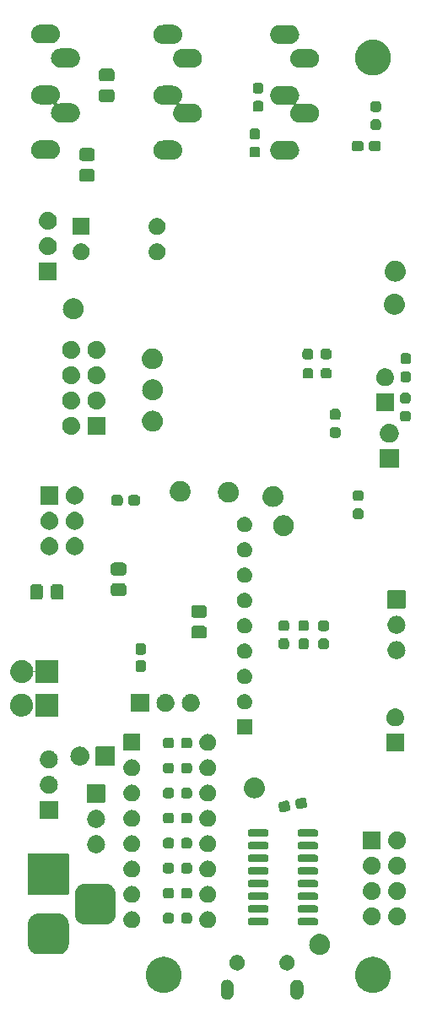
<source format=gbr>
G04 #@! TF.GenerationSoftware,KiCad,Pcbnew,7.0.9*
G04 #@! TF.CreationDate,2024-06-15T21:38:14-04:00*
G04 #@! TF.ProjectId,MEAP_Rev3c,4d454150-5f52-4657-9633-632e6b696361,rev?*
G04 #@! TF.SameCoordinates,Original*
G04 #@! TF.FileFunction,Soldermask,Bot*
G04 #@! TF.FilePolarity,Negative*
%FSLAX46Y46*%
G04 Gerber Fmt 4.6, Leading zero omitted, Abs format (unit mm)*
G04 Created by KiCad (PCBNEW 7.0.9) date 2024-06-15 21:38:14*
%MOMM*%
%LPD*%
G01*
G04 APERTURE LIST*
G04 APERTURE END LIST*
G36*
X33387463Y-115493757D02*
G01*
X33410876Y-115492285D01*
X33463527Y-115502328D01*
X33514685Y-115508093D01*
X33539781Y-115516874D01*
X33571169Y-115522862D01*
X33612572Y-115542345D01*
X33652113Y-115556181D01*
X33682350Y-115575180D01*
X33718822Y-115592343D01*
X33747749Y-115616273D01*
X33775394Y-115633644D01*
X33807229Y-115665479D01*
X33844558Y-115696360D01*
X33861689Y-115719939D01*
X33878354Y-115736604D01*
X33907512Y-115783008D01*
X33940475Y-115828378D01*
X33948064Y-115847547D01*
X33955817Y-115859885D01*
X33977623Y-115922205D01*
X34000547Y-115980103D01*
X34002052Y-115992017D01*
X34003905Y-115997313D01*
X34013678Y-116084049D01*
X34020999Y-116142000D01*
X34020999Y-116842000D01*
X34015866Y-116923592D01*
X34007220Y-116957264D01*
X34003905Y-116986686D01*
X33987981Y-117032193D01*
X33975283Y-117081649D01*
X33962609Y-117104702D01*
X33955817Y-117124114D01*
X33924802Y-117173472D01*
X33896669Y-117224648D01*
X33884513Y-117237592D01*
X33878354Y-117247395D01*
X33828371Y-117297377D01*
X33784962Y-117343604D01*
X33777252Y-117348496D01*
X33775394Y-117350355D01*
X33667115Y-117418391D01*
X33647181Y-117431042D01*
X33587231Y-117450520D01*
X33514685Y-117475906D01*
X33506142Y-117476868D01*
X33491984Y-117481469D01*
X33431600Y-117485267D01*
X33369999Y-117492209D01*
X33352539Y-117490241D01*
X33329122Y-117491715D01*
X33276458Y-117481669D01*
X33225312Y-117475906D01*
X33200220Y-117467126D01*
X33168829Y-117461138D01*
X33127420Y-117441652D01*
X33087884Y-117427818D01*
X33057649Y-117408820D01*
X33021176Y-117391657D01*
X32992246Y-117367724D01*
X32964603Y-117350355D01*
X32932768Y-117318520D01*
X32895440Y-117287640D01*
X32878308Y-117264060D01*
X32861643Y-117247395D01*
X32832483Y-117200987D01*
X32799523Y-117155622D01*
X32791934Y-117136454D01*
X32784180Y-117124114D01*
X32762368Y-117061780D01*
X32739451Y-117003897D01*
X32737946Y-116991984D01*
X32736092Y-116986686D01*
X32726316Y-116899927D01*
X32718999Y-116842000D01*
X32718999Y-116142000D01*
X32724132Y-116060408D01*
X32732776Y-116026741D01*
X32736092Y-115997313D01*
X32752020Y-115951792D01*
X32764715Y-115902351D01*
X32777384Y-115879304D01*
X32784180Y-115859885D01*
X32815206Y-115810506D01*
X32843329Y-115759352D01*
X32855479Y-115746412D01*
X32861643Y-115736604D01*
X32911656Y-115686590D01*
X32955036Y-115640396D01*
X32962740Y-115635506D01*
X32964603Y-115633644D01*
X33073142Y-115565443D01*
X33092817Y-115552958D01*
X33152712Y-115533496D01*
X33225312Y-115508093D01*
X33233860Y-115507129D01*
X33248014Y-115502531D01*
X33308376Y-115498733D01*
X33369999Y-115491790D01*
X33387463Y-115493757D01*
G37*
G36*
X40387463Y-115493757D02*
G01*
X40410876Y-115492285D01*
X40463527Y-115502328D01*
X40514685Y-115508093D01*
X40539781Y-115516874D01*
X40571169Y-115522862D01*
X40612572Y-115542345D01*
X40652113Y-115556181D01*
X40682350Y-115575180D01*
X40718822Y-115592343D01*
X40747749Y-115616273D01*
X40775394Y-115633644D01*
X40807229Y-115665479D01*
X40844558Y-115696360D01*
X40861689Y-115719939D01*
X40878354Y-115736604D01*
X40907512Y-115783008D01*
X40940475Y-115828378D01*
X40948064Y-115847547D01*
X40955817Y-115859885D01*
X40977623Y-115922205D01*
X41000547Y-115980103D01*
X41002052Y-115992017D01*
X41003905Y-115997313D01*
X41013678Y-116084049D01*
X41020999Y-116142000D01*
X41020999Y-116842000D01*
X41015866Y-116923592D01*
X41007220Y-116957264D01*
X41003905Y-116986686D01*
X40987981Y-117032193D01*
X40975283Y-117081649D01*
X40962609Y-117104702D01*
X40955817Y-117124114D01*
X40924802Y-117173472D01*
X40896669Y-117224648D01*
X40884513Y-117237592D01*
X40878354Y-117247395D01*
X40828371Y-117297377D01*
X40784962Y-117343604D01*
X40777252Y-117348496D01*
X40775394Y-117350355D01*
X40667115Y-117418391D01*
X40647181Y-117431042D01*
X40587231Y-117450520D01*
X40514685Y-117475906D01*
X40506142Y-117476868D01*
X40491984Y-117481469D01*
X40431600Y-117485267D01*
X40369999Y-117492209D01*
X40352539Y-117490241D01*
X40329122Y-117491715D01*
X40276458Y-117481669D01*
X40225312Y-117475906D01*
X40200220Y-117467126D01*
X40168829Y-117461138D01*
X40127420Y-117441652D01*
X40087884Y-117427818D01*
X40057649Y-117408820D01*
X40021176Y-117391657D01*
X39992246Y-117367724D01*
X39964603Y-117350355D01*
X39932768Y-117318520D01*
X39895440Y-117287640D01*
X39878308Y-117264060D01*
X39861643Y-117247395D01*
X39832483Y-117200987D01*
X39799523Y-117155622D01*
X39791934Y-117136454D01*
X39784180Y-117124114D01*
X39762368Y-117061780D01*
X39739451Y-117003897D01*
X39737946Y-116991984D01*
X39736092Y-116986686D01*
X39726316Y-116899927D01*
X39718999Y-116842000D01*
X39718999Y-116142000D01*
X39724132Y-116060408D01*
X39732776Y-116026741D01*
X39736092Y-115997313D01*
X39752020Y-115951792D01*
X39764715Y-115902351D01*
X39777384Y-115879304D01*
X39784180Y-115859885D01*
X39815206Y-115810506D01*
X39843329Y-115759352D01*
X39855479Y-115746412D01*
X39861643Y-115736604D01*
X39911656Y-115686590D01*
X39955036Y-115640396D01*
X39962740Y-115635506D01*
X39964603Y-115633644D01*
X40073142Y-115565443D01*
X40092817Y-115552958D01*
X40152712Y-115533496D01*
X40225312Y-115508093D01*
X40233860Y-115507129D01*
X40248014Y-115502531D01*
X40308376Y-115498733D01*
X40369999Y-115491790D01*
X40387463Y-115493757D01*
G37*
G36*
X27065951Y-113204036D02*
G01*
X27134589Y-113204036D01*
X27196570Y-113213378D01*
X27256269Y-113217648D01*
X27327044Y-113233044D01*
X27400760Y-113244155D01*
X27454924Y-113260862D01*
X27507305Y-113272257D01*
X27581110Y-113299785D01*
X27657979Y-113323496D01*
X27703658Y-113345493D01*
X27748030Y-113362044D01*
X27822770Y-113402855D01*
X27900500Y-113440288D01*
X27937412Y-113465454D01*
X27973522Y-113485172D01*
X28046907Y-113540107D01*
X28122905Y-113591922D01*
X28151220Y-113618194D01*
X28179192Y-113639134D01*
X28248708Y-113708650D01*
X28320226Y-113775009D01*
X28340540Y-113800482D01*
X28360865Y-113820807D01*
X28423896Y-113905007D01*
X28488056Y-113985461D01*
X28501317Y-114008429D01*
X28514827Y-114026477D01*
X28568719Y-114125173D01*
X28622645Y-114218575D01*
X28630119Y-114237618D01*
X28637955Y-114251969D01*
X28680138Y-114365066D01*
X28720987Y-114469146D01*
X28724184Y-114483157D01*
X28727742Y-114492694D01*
X28755789Y-114621626D01*
X28780884Y-114731575D01*
X28781502Y-114739830D01*
X28782351Y-114743730D01*
X28793985Y-114906395D01*
X28801000Y-115000000D01*
X28793984Y-115093612D01*
X28782351Y-115256269D01*
X28781502Y-115260168D01*
X28780884Y-115268425D01*
X28755784Y-115378393D01*
X28727742Y-115507305D01*
X28724185Y-115516840D01*
X28720987Y-115530854D01*
X28680131Y-115634952D01*
X28637955Y-115748030D01*
X28630120Y-115762377D01*
X28622645Y-115781425D01*
X28568709Y-115874843D01*
X28514827Y-115973522D01*
X28501319Y-115991565D01*
X28488056Y-116014539D01*
X28423884Y-116095007D01*
X28360865Y-116179192D01*
X28340544Y-116199512D01*
X28320226Y-116224991D01*
X28248694Y-116291362D01*
X28179192Y-116360865D01*
X28151225Y-116381800D01*
X28122905Y-116408078D01*
X28046892Y-116459902D01*
X27973522Y-116514827D01*
X27937420Y-116534540D01*
X27900500Y-116559712D01*
X27822755Y-116597151D01*
X27748030Y-116637955D01*
X27703667Y-116654501D01*
X27657979Y-116676504D01*
X27581094Y-116700219D01*
X27507305Y-116727742D01*
X27454935Y-116739134D01*
X27400760Y-116755845D01*
X27327029Y-116766958D01*
X27256269Y-116782351D01*
X27196582Y-116786619D01*
X27134589Y-116795964D01*
X27065937Y-116795964D01*
X27000000Y-116800680D01*
X26934062Y-116795964D01*
X26865411Y-116795964D01*
X26803418Y-116786620D01*
X26743730Y-116782351D01*
X26672967Y-116766957D01*
X26599240Y-116755845D01*
X26545066Y-116739134D01*
X26492694Y-116727742D01*
X26418899Y-116700217D01*
X26342021Y-116676504D01*
X26296336Y-116654503D01*
X26251969Y-116637955D01*
X26177236Y-116597147D01*
X26099500Y-116559712D01*
X26062583Y-116534542D01*
X26026477Y-116514827D01*
X25953095Y-116459894D01*
X25877095Y-116408078D01*
X25848778Y-116381803D01*
X25820807Y-116360865D01*
X25751291Y-116291349D01*
X25679774Y-116224991D01*
X25659459Y-116199517D01*
X25639134Y-116179192D01*
X25576099Y-116094986D01*
X25511944Y-116014539D01*
X25498683Y-115991571D01*
X25485172Y-115973522D01*
X25431272Y-115874812D01*
X25377355Y-115781425D01*
X25369882Y-115762384D01*
X25362044Y-115748030D01*
X25319848Y-115634901D01*
X25279013Y-115530854D01*
X25275816Y-115516847D01*
X25272257Y-115507305D01*
X25244193Y-115378300D01*
X25219116Y-115268425D01*
X25218497Y-115260175D01*
X25217648Y-115256269D01*
X25205993Y-115093319D01*
X25199000Y-115000000D01*
X25205992Y-114906687D01*
X25217648Y-114743730D01*
X25218497Y-114739823D01*
X25219116Y-114731575D01*
X25244189Y-114621720D01*
X25272257Y-114492694D01*
X25275816Y-114483150D01*
X25279013Y-114469146D01*
X25319840Y-114365118D01*
X25362044Y-114251969D01*
X25369883Y-114237612D01*
X25377355Y-114218575D01*
X25431262Y-114125205D01*
X25485172Y-114026477D01*
X25498686Y-114008424D01*
X25511944Y-113985461D01*
X25576086Y-113905028D01*
X25639134Y-113820807D01*
X25659463Y-113800477D01*
X25679774Y-113775009D01*
X25751277Y-113708663D01*
X25820807Y-113639134D01*
X25848783Y-113618190D01*
X25877095Y-113591922D01*
X25953080Y-113540115D01*
X26026477Y-113485172D01*
X26062591Y-113465452D01*
X26099500Y-113440288D01*
X26177220Y-113402859D01*
X26251969Y-113362044D01*
X26296345Y-113345492D01*
X26342021Y-113323496D01*
X26418884Y-113299787D01*
X26492694Y-113272257D01*
X26545077Y-113260861D01*
X26599240Y-113244155D01*
X26672952Y-113233044D01*
X26743730Y-113217648D01*
X26803430Y-113213378D01*
X26865411Y-113204036D01*
X26934048Y-113204036D01*
X27000000Y-113199319D01*
X27065951Y-113204036D01*
G37*
G36*
X48065951Y-113204036D02*
G01*
X48134589Y-113204036D01*
X48196570Y-113213378D01*
X48256269Y-113217648D01*
X48327044Y-113233044D01*
X48400760Y-113244155D01*
X48454924Y-113260862D01*
X48507305Y-113272257D01*
X48581110Y-113299785D01*
X48657979Y-113323496D01*
X48703658Y-113345493D01*
X48748030Y-113362044D01*
X48822770Y-113402855D01*
X48900500Y-113440288D01*
X48937412Y-113465454D01*
X48973522Y-113485172D01*
X49046907Y-113540107D01*
X49122905Y-113591922D01*
X49151220Y-113618194D01*
X49179192Y-113639134D01*
X49248708Y-113708650D01*
X49320226Y-113775009D01*
X49340540Y-113800482D01*
X49360865Y-113820807D01*
X49423896Y-113905007D01*
X49488056Y-113985461D01*
X49501317Y-114008429D01*
X49514827Y-114026477D01*
X49568719Y-114125173D01*
X49622645Y-114218575D01*
X49630119Y-114237618D01*
X49637955Y-114251969D01*
X49680138Y-114365066D01*
X49720987Y-114469146D01*
X49724184Y-114483157D01*
X49727742Y-114492694D01*
X49755789Y-114621626D01*
X49780884Y-114731575D01*
X49781502Y-114739830D01*
X49782351Y-114743730D01*
X49793985Y-114906395D01*
X49801000Y-115000000D01*
X49793984Y-115093612D01*
X49782351Y-115256269D01*
X49781502Y-115260168D01*
X49780884Y-115268425D01*
X49755784Y-115378393D01*
X49727742Y-115507305D01*
X49724185Y-115516840D01*
X49720987Y-115530854D01*
X49680131Y-115634952D01*
X49637955Y-115748030D01*
X49630120Y-115762377D01*
X49622645Y-115781425D01*
X49568709Y-115874843D01*
X49514827Y-115973522D01*
X49501319Y-115991565D01*
X49488056Y-116014539D01*
X49423884Y-116095007D01*
X49360865Y-116179192D01*
X49340544Y-116199512D01*
X49320226Y-116224991D01*
X49248694Y-116291362D01*
X49179192Y-116360865D01*
X49151225Y-116381800D01*
X49122905Y-116408078D01*
X49046892Y-116459902D01*
X48973522Y-116514827D01*
X48937420Y-116534540D01*
X48900500Y-116559712D01*
X48822755Y-116597151D01*
X48748030Y-116637955D01*
X48703667Y-116654501D01*
X48657979Y-116676504D01*
X48581094Y-116700219D01*
X48507305Y-116727742D01*
X48454935Y-116739134D01*
X48400760Y-116755845D01*
X48327029Y-116766958D01*
X48256269Y-116782351D01*
X48196582Y-116786619D01*
X48134589Y-116795964D01*
X48065937Y-116795964D01*
X48000000Y-116800680D01*
X47934062Y-116795964D01*
X47865411Y-116795964D01*
X47803418Y-116786620D01*
X47743730Y-116782351D01*
X47672967Y-116766957D01*
X47599240Y-116755845D01*
X47545066Y-116739134D01*
X47492694Y-116727742D01*
X47418899Y-116700217D01*
X47342021Y-116676504D01*
X47296336Y-116654503D01*
X47251969Y-116637955D01*
X47177236Y-116597147D01*
X47099500Y-116559712D01*
X47062583Y-116534542D01*
X47026477Y-116514827D01*
X46953095Y-116459894D01*
X46877095Y-116408078D01*
X46848778Y-116381803D01*
X46820807Y-116360865D01*
X46751291Y-116291349D01*
X46679774Y-116224991D01*
X46659459Y-116199517D01*
X46639134Y-116179192D01*
X46576099Y-116094986D01*
X46511944Y-116014539D01*
X46498683Y-115991571D01*
X46485172Y-115973522D01*
X46431272Y-115874812D01*
X46377355Y-115781425D01*
X46369882Y-115762384D01*
X46362044Y-115748030D01*
X46319848Y-115634901D01*
X46279013Y-115530854D01*
X46275816Y-115516847D01*
X46272257Y-115507305D01*
X46244193Y-115378300D01*
X46219116Y-115268425D01*
X46218497Y-115260175D01*
X46217648Y-115256269D01*
X46205993Y-115093319D01*
X46199000Y-115000000D01*
X46205992Y-114906687D01*
X46217648Y-114743730D01*
X46218497Y-114739823D01*
X46219116Y-114731575D01*
X46244189Y-114621720D01*
X46272257Y-114492694D01*
X46275816Y-114483150D01*
X46279013Y-114469146D01*
X46319840Y-114365118D01*
X46362044Y-114251969D01*
X46369883Y-114237612D01*
X46377355Y-114218575D01*
X46431262Y-114125205D01*
X46485172Y-114026477D01*
X46498686Y-114008424D01*
X46511944Y-113985461D01*
X46576086Y-113905028D01*
X46639134Y-113820807D01*
X46659463Y-113800477D01*
X46679774Y-113775009D01*
X46751277Y-113708663D01*
X46820807Y-113639134D01*
X46848783Y-113618190D01*
X46877095Y-113591922D01*
X46953080Y-113540115D01*
X47026477Y-113485172D01*
X47062591Y-113465452D01*
X47099500Y-113440288D01*
X47177220Y-113402859D01*
X47251969Y-113362044D01*
X47296345Y-113345492D01*
X47342021Y-113323496D01*
X47418884Y-113299787D01*
X47492694Y-113272257D01*
X47545077Y-113260861D01*
X47599240Y-113244155D01*
X47672952Y-113233044D01*
X47743730Y-113217648D01*
X47803430Y-113213378D01*
X47865411Y-113204036D01*
X47934048Y-113204036D01*
X48000000Y-113199319D01*
X48065951Y-113204036D01*
G37*
G36*
X34413807Y-113020936D02*
G01*
X34451038Y-113020936D01*
X34493037Y-113029863D01*
X34542675Y-113035456D01*
X34578768Y-113048085D01*
X34609586Y-113054636D01*
X34653996Y-113074408D01*
X34706693Y-113092848D01*
X34734122Y-113110082D01*
X34757654Y-113120560D01*
X34801535Y-113152442D01*
X34853827Y-113185299D01*
X34872604Y-113204076D01*
X34888783Y-113215831D01*
X34928784Y-113260256D01*
X34976700Y-113308172D01*
X34987719Y-113325709D01*
X34997241Y-113336284D01*
X35029806Y-113392689D01*
X35069151Y-113455306D01*
X35074064Y-113469348D01*
X35078280Y-113476650D01*
X35099868Y-113543092D01*
X35126543Y-113619324D01*
X35127554Y-113628299D01*
X35128368Y-113630804D01*
X35135745Y-113701001D01*
X35145999Y-113792000D01*
X35135745Y-113883005D01*
X35128368Y-113953195D01*
X35127554Y-113955698D01*
X35126543Y-113964676D01*
X35099864Y-114040920D01*
X35078280Y-114107349D01*
X35074065Y-114114648D01*
X35069151Y-114128694D01*
X35029798Y-114191322D01*
X34997241Y-114247715D01*
X34987721Y-114258286D01*
X34976700Y-114275828D01*
X34928775Y-114323752D01*
X34888783Y-114368168D01*
X34872608Y-114379919D01*
X34853827Y-114398701D01*
X34801525Y-114431564D01*
X34757654Y-114463439D01*
X34734127Y-114473913D01*
X34706693Y-114491152D01*
X34653986Y-114509594D01*
X34609586Y-114529363D01*
X34578774Y-114535912D01*
X34542675Y-114548544D01*
X34493034Y-114554137D01*
X34451038Y-114563064D01*
X34413807Y-114563064D01*
X34369999Y-114568000D01*
X34326191Y-114563064D01*
X34288960Y-114563064D01*
X34246962Y-114554137D01*
X34197323Y-114548544D01*
X34161224Y-114535912D01*
X34130411Y-114529363D01*
X34086007Y-114509593D01*
X34033305Y-114491152D01*
X34005872Y-114473915D01*
X33982343Y-114463439D01*
X33938465Y-114431559D01*
X33886171Y-114398701D01*
X33867392Y-114379922D01*
X33851214Y-114368168D01*
X33811212Y-114323742D01*
X33763298Y-114275828D01*
X33752278Y-114258290D01*
X33742756Y-114247715D01*
X33710186Y-114191302D01*
X33670847Y-114128694D01*
X33665933Y-114114652D01*
X33661717Y-114107349D01*
X33640119Y-114040880D01*
X33613455Y-113964676D01*
X33612444Y-113955703D01*
X33611629Y-113953195D01*
X33604238Y-113882873D01*
X33593999Y-113792000D01*
X33604237Y-113701133D01*
X33611629Y-113630804D01*
X33612444Y-113628295D01*
X33613455Y-113619324D01*
X33640115Y-113543132D01*
X33661717Y-113476650D01*
X33665934Y-113469344D01*
X33670847Y-113455306D01*
X33710179Y-113392708D01*
X33742756Y-113336284D01*
X33752280Y-113325706D01*
X33763298Y-113308172D01*
X33811202Y-113260267D01*
X33851213Y-113215832D01*
X33867394Y-113204075D01*
X33886171Y-113185299D01*
X33938458Y-113152444D01*
X33982345Y-113120559D01*
X34005878Y-113110081D01*
X34033305Y-113092848D01*
X34085996Y-113074410D01*
X34130411Y-113054636D01*
X34161230Y-113048085D01*
X34197323Y-113035456D01*
X34246959Y-113029863D01*
X34288960Y-113020936D01*
X34326191Y-113020936D01*
X34369999Y-113016000D01*
X34413807Y-113020936D01*
G37*
G36*
X39413807Y-113020936D02*
G01*
X39451038Y-113020936D01*
X39493037Y-113029863D01*
X39542675Y-113035456D01*
X39578768Y-113048085D01*
X39609586Y-113054636D01*
X39653996Y-113074408D01*
X39706693Y-113092848D01*
X39734122Y-113110082D01*
X39757654Y-113120560D01*
X39801535Y-113152442D01*
X39853827Y-113185299D01*
X39872604Y-113204076D01*
X39888783Y-113215831D01*
X39928784Y-113260256D01*
X39976700Y-113308172D01*
X39987719Y-113325709D01*
X39997241Y-113336284D01*
X40029806Y-113392689D01*
X40069151Y-113455306D01*
X40074064Y-113469348D01*
X40078280Y-113476650D01*
X40099868Y-113543092D01*
X40126543Y-113619324D01*
X40127554Y-113628299D01*
X40128368Y-113630804D01*
X40135745Y-113701001D01*
X40145999Y-113792000D01*
X40135745Y-113883005D01*
X40128368Y-113953195D01*
X40127554Y-113955698D01*
X40126543Y-113964676D01*
X40099864Y-114040920D01*
X40078280Y-114107349D01*
X40074065Y-114114648D01*
X40069151Y-114128694D01*
X40029798Y-114191322D01*
X39997241Y-114247715D01*
X39987721Y-114258286D01*
X39976700Y-114275828D01*
X39928775Y-114323752D01*
X39888783Y-114368168D01*
X39872608Y-114379919D01*
X39853827Y-114398701D01*
X39801525Y-114431564D01*
X39757654Y-114463439D01*
X39734127Y-114473913D01*
X39706693Y-114491152D01*
X39653986Y-114509594D01*
X39609586Y-114529363D01*
X39578774Y-114535912D01*
X39542675Y-114548544D01*
X39493034Y-114554137D01*
X39451038Y-114563064D01*
X39413807Y-114563064D01*
X39369999Y-114568000D01*
X39326191Y-114563064D01*
X39288960Y-114563064D01*
X39246962Y-114554137D01*
X39197323Y-114548544D01*
X39161224Y-114535912D01*
X39130411Y-114529363D01*
X39086007Y-114509593D01*
X39033305Y-114491152D01*
X39005872Y-114473915D01*
X38982343Y-114463439D01*
X38938465Y-114431559D01*
X38886171Y-114398701D01*
X38867392Y-114379922D01*
X38851214Y-114368168D01*
X38811212Y-114323742D01*
X38763298Y-114275828D01*
X38752278Y-114258290D01*
X38742756Y-114247715D01*
X38710186Y-114191302D01*
X38670847Y-114128694D01*
X38665933Y-114114652D01*
X38661717Y-114107349D01*
X38640119Y-114040880D01*
X38613455Y-113964676D01*
X38612444Y-113955703D01*
X38611629Y-113953195D01*
X38604238Y-113882873D01*
X38593999Y-113792000D01*
X38604237Y-113701133D01*
X38611629Y-113630804D01*
X38612444Y-113628295D01*
X38613455Y-113619324D01*
X38640115Y-113543132D01*
X38661717Y-113476650D01*
X38665934Y-113469344D01*
X38670847Y-113455306D01*
X38710179Y-113392708D01*
X38742756Y-113336284D01*
X38752280Y-113325706D01*
X38763298Y-113308172D01*
X38811202Y-113260267D01*
X38851213Y-113215832D01*
X38867394Y-113204075D01*
X38886171Y-113185299D01*
X38938458Y-113152444D01*
X38982345Y-113120559D01*
X39005878Y-113110081D01*
X39033305Y-113092848D01*
X39085996Y-113074410D01*
X39130411Y-113054636D01*
X39161230Y-113048085D01*
X39197323Y-113035456D01*
X39246959Y-113029863D01*
X39288960Y-113020936D01*
X39326191Y-113020936D01*
X39369999Y-113016000D01*
X39413807Y-113020936D01*
G37*
G36*
X42700938Y-110904017D02*
G01*
X42746923Y-110904017D01*
X42798139Y-110913590D01*
X42855040Y-110919195D01*
X42898261Y-110932306D01*
X42937474Y-110939636D01*
X42991785Y-110960676D01*
X43052200Y-110979003D01*
X43086720Y-110997454D01*
X43118232Y-111009662D01*
X43172977Y-111043559D01*
X43233904Y-111076125D01*
X43259506Y-111097136D01*
X43283048Y-111111713D01*
X43335212Y-111159267D01*
X43393169Y-111206831D01*
X43410342Y-111227757D01*
X43426301Y-111242305D01*
X43472629Y-111303653D01*
X43523875Y-111366096D01*
X43533783Y-111384634D01*
X43543122Y-111397000D01*
X43580274Y-111471613D01*
X43620997Y-111547800D01*
X43625340Y-111562117D01*
X43629528Y-111570528D01*
X43654267Y-111657476D01*
X43680805Y-111744960D01*
X43681676Y-111753811D01*
X43682577Y-111756975D01*
X43691938Y-111858002D01*
X43701000Y-111950000D01*
X43691938Y-112042005D01*
X43682577Y-112143024D01*
X43681676Y-112146187D01*
X43680805Y-112155040D01*
X43654262Y-112242538D01*
X43629528Y-112329471D01*
X43625341Y-112337879D01*
X43620997Y-112352200D01*
X43580267Y-112428399D01*
X43543122Y-112502999D01*
X43533785Y-112515362D01*
X43523875Y-112533904D01*
X43472620Y-112596357D01*
X43426301Y-112657694D01*
X43410345Y-112672238D01*
X43393169Y-112693169D01*
X43335201Y-112740741D01*
X43283048Y-112788286D01*
X43259511Y-112802859D01*
X43233904Y-112823875D01*
X43172965Y-112856447D01*
X43118232Y-112890337D01*
X43086726Y-112902542D01*
X43052200Y-112920997D01*
X42991773Y-112939327D01*
X42937474Y-112960363D01*
X42898268Y-112967691D01*
X42855040Y-112980805D01*
X42798136Y-112986409D01*
X42746923Y-112995983D01*
X42700938Y-112995983D01*
X42650000Y-113001000D01*
X42599062Y-112995983D01*
X42553077Y-112995983D01*
X42501863Y-112986409D01*
X42444960Y-112980805D01*
X42401732Y-112967692D01*
X42362525Y-112960363D01*
X42308221Y-112939325D01*
X42247800Y-112920997D01*
X42213275Y-112902543D01*
X42181767Y-112890337D01*
X42127027Y-112856443D01*
X42066096Y-112823875D01*
X42040491Y-112802861D01*
X42016951Y-112788286D01*
X41964788Y-112740733D01*
X41906831Y-112693169D01*
X41889656Y-112672242D01*
X41873698Y-112657694D01*
X41827367Y-112596342D01*
X41776125Y-112533904D01*
X41766216Y-112515366D01*
X41756877Y-112502999D01*
X41719717Y-112428372D01*
X41679003Y-112352200D01*
X41674660Y-112337884D01*
X41670471Y-112329471D01*
X41645721Y-112242485D01*
X41619195Y-112155040D01*
X41618323Y-112146192D01*
X41617422Y-112143024D01*
X41608044Y-112041833D01*
X41599000Y-111950000D01*
X41608044Y-111858173D01*
X41617422Y-111756975D01*
X41618323Y-111753805D01*
X41619195Y-111744960D01*
X41645716Y-111657529D01*
X41670471Y-111570528D01*
X41674661Y-111562112D01*
X41679003Y-111547800D01*
X41719710Y-111471641D01*
X41756877Y-111397000D01*
X41766218Y-111384629D01*
X41776125Y-111366096D01*
X41827357Y-111303668D01*
X41873698Y-111242305D01*
X41889660Y-111227753D01*
X41906831Y-111206831D01*
X41964777Y-111159275D01*
X42016951Y-111111713D01*
X42040496Y-111097134D01*
X42066096Y-111076125D01*
X42127015Y-111043563D01*
X42181767Y-111009662D01*
X42213282Y-110997452D01*
X42247800Y-110979003D01*
X42308209Y-110960677D01*
X42362525Y-110939636D01*
X42401739Y-110932305D01*
X42444960Y-110919195D01*
X42501860Y-110913590D01*
X42553077Y-110904017D01*
X42599062Y-110904017D01*
X42650000Y-110899000D01*
X42700938Y-110904017D01*
G37*
G36*
X16440338Y-108850018D02*
G01*
X16573710Y-108859275D01*
X16602087Y-108865949D01*
X16635040Y-108869195D01*
X16701141Y-108889246D01*
X16763830Y-108903991D01*
X16794743Y-108917640D01*
X16832200Y-108929003D01*
X16887882Y-108958765D01*
X16941160Y-108982290D01*
X16974067Y-109004832D01*
X17013904Y-109026125D01*
X17058098Y-109062394D01*
X17101082Y-109091839D01*
X17133602Y-109124359D01*
X17173169Y-109156831D01*
X17205640Y-109196397D01*
X17238160Y-109228917D01*
X17267603Y-109271899D01*
X17303875Y-109316096D01*
X17325169Y-109355934D01*
X17347709Y-109388839D01*
X17371231Y-109442111D01*
X17400997Y-109497800D01*
X17412360Y-109535260D01*
X17426008Y-109566169D01*
X17440749Y-109628847D01*
X17460805Y-109694960D01*
X17464051Y-109727917D01*
X17470724Y-109756289D01*
X17479978Y-109889629D01*
X17481000Y-109900000D01*
X17481000Y-111900000D01*
X17479978Y-111910373D01*
X17470724Y-112043710D01*
X17464051Y-112072080D01*
X17460805Y-112105040D01*
X17440748Y-112171156D01*
X17426008Y-112233830D01*
X17412361Y-112264736D01*
X17400997Y-112302200D01*
X17371228Y-112357892D01*
X17347709Y-112411160D01*
X17325171Y-112444060D01*
X17303875Y-112483904D01*
X17267599Y-112528105D01*
X17238160Y-112571082D01*
X17205645Y-112603596D01*
X17173169Y-112643169D01*
X17133596Y-112675645D01*
X17101082Y-112708160D01*
X17058105Y-112737599D01*
X17013904Y-112773875D01*
X16974060Y-112795171D01*
X16941160Y-112817709D01*
X16887892Y-112841228D01*
X16832200Y-112870997D01*
X16794736Y-112882361D01*
X16763830Y-112896008D01*
X16701156Y-112910748D01*
X16635040Y-112930805D01*
X16602080Y-112934051D01*
X16573710Y-112940724D01*
X16440373Y-112949978D01*
X16430000Y-112951000D01*
X14430000Y-112951000D01*
X14419629Y-112949978D01*
X14286289Y-112940724D01*
X14257917Y-112934051D01*
X14224960Y-112930805D01*
X14158847Y-112910749D01*
X14096169Y-112896008D01*
X14065260Y-112882360D01*
X14027800Y-112870997D01*
X13972111Y-112841231D01*
X13918839Y-112817709D01*
X13885934Y-112795169D01*
X13846096Y-112773875D01*
X13801899Y-112737603D01*
X13758917Y-112708160D01*
X13726397Y-112675640D01*
X13686831Y-112643169D01*
X13654359Y-112603602D01*
X13621839Y-112571082D01*
X13592394Y-112528098D01*
X13556125Y-112483904D01*
X13534832Y-112444067D01*
X13512290Y-112411160D01*
X13488765Y-112357882D01*
X13459003Y-112302200D01*
X13447640Y-112264743D01*
X13433991Y-112233830D01*
X13419246Y-112171141D01*
X13399195Y-112105040D01*
X13395949Y-112072087D01*
X13389275Y-112043710D01*
X13380018Y-111910338D01*
X13379000Y-111900000D01*
X13379000Y-109900000D01*
X13380018Y-109889663D01*
X13389275Y-109756289D01*
X13395949Y-109727910D01*
X13399195Y-109694960D01*
X13419245Y-109628861D01*
X13433991Y-109566169D01*
X13447641Y-109535253D01*
X13459003Y-109497800D01*
X13488762Y-109442122D01*
X13512290Y-109388839D01*
X13534834Y-109355928D01*
X13556125Y-109316096D01*
X13592390Y-109271906D01*
X13621839Y-109228917D01*
X13654363Y-109196392D01*
X13686831Y-109156831D01*
X13726392Y-109124363D01*
X13758917Y-109091839D01*
X13801906Y-109062390D01*
X13846096Y-109026125D01*
X13885928Y-109004834D01*
X13918839Y-108982290D01*
X13972122Y-108958762D01*
X14027800Y-108929003D01*
X14065253Y-108917641D01*
X14096169Y-108903991D01*
X14158861Y-108889245D01*
X14224960Y-108869195D01*
X14257910Y-108865949D01*
X14286289Y-108859275D01*
X14419663Y-108850018D01*
X14430000Y-108849000D01*
X16430000Y-108849000D01*
X16440338Y-108850018D01*
G37*
G36*
X23841199Y-108628662D02*
G01*
X23888954Y-108628662D01*
X23930194Y-108637427D01*
X23965901Y-108640945D01*
X24010759Y-108654552D01*
X24062973Y-108665651D01*
X24096384Y-108680526D01*
X24125435Y-108689339D01*
X24171602Y-108714015D01*
X24225500Y-108738012D01*
X24250554Y-108756215D01*
X24272453Y-108767920D01*
X24317128Y-108804584D01*
X24369430Y-108842584D01*
X24386411Y-108861443D01*
X24401320Y-108873679D01*
X24441387Y-108922501D01*
X24488473Y-108974795D01*
X24498364Y-108991927D01*
X24507079Y-109002546D01*
X24539306Y-109062840D01*
X24577427Y-109128867D01*
X24581813Y-109142368D01*
X24585660Y-109149564D01*
X24606861Y-109219455D01*
X24632404Y-109298067D01*
X24633303Y-109306623D01*
X24634054Y-109309098D01*
X24641371Y-109383389D01*
X24651000Y-109475000D01*
X24641370Y-109566619D01*
X24634054Y-109640901D01*
X24633303Y-109643375D01*
X24632404Y-109651933D01*
X24606856Y-109730558D01*
X24585660Y-109800435D01*
X24581814Y-109807629D01*
X24577427Y-109821133D01*
X24539299Y-109887172D01*
X24507079Y-109947453D01*
X24498366Y-109958069D01*
X24488473Y-109975205D01*
X24441378Y-110027509D01*
X24401320Y-110076320D01*
X24386414Y-110088552D01*
X24369430Y-110107416D01*
X24317118Y-110145423D01*
X24272453Y-110182079D01*
X24250559Y-110193780D01*
X24225500Y-110211988D01*
X24171591Y-110235989D01*
X24125435Y-110260660D01*
X24096391Y-110269470D01*
X24062973Y-110284349D01*
X24010748Y-110295449D01*
X23965901Y-110309054D01*
X23930203Y-110312570D01*
X23888954Y-110321338D01*
X23841188Y-110321338D01*
X23800000Y-110325395D01*
X23758811Y-110321338D01*
X23711046Y-110321338D01*
X23669797Y-110312570D01*
X23634098Y-110309054D01*
X23589248Y-110295448D01*
X23537027Y-110284349D01*
X23503610Y-110269471D01*
X23474564Y-110260660D01*
X23428402Y-110235986D01*
X23374500Y-110211988D01*
X23349443Y-110193783D01*
X23327546Y-110182079D01*
X23282873Y-110145416D01*
X23230570Y-110107416D01*
X23213588Y-110088555D01*
X23198679Y-110076320D01*
X23158610Y-110027496D01*
X23111527Y-109975205D01*
X23101636Y-109958073D01*
X23092920Y-109947453D01*
X23060687Y-109887148D01*
X23022573Y-109821133D01*
X23018186Y-109807634D01*
X23014339Y-109800435D01*
X22993128Y-109730512D01*
X22967596Y-109651933D01*
X22966697Y-109643380D01*
X22965945Y-109640901D01*
X22958613Y-109566467D01*
X22949000Y-109475000D01*
X22958612Y-109383540D01*
X22965945Y-109309098D01*
X22966697Y-109306618D01*
X22967596Y-109298067D01*
X22993123Y-109219502D01*
X23014339Y-109149564D01*
X23018187Y-109142363D01*
X23022573Y-109128867D01*
X23060680Y-109062863D01*
X23092920Y-109002546D01*
X23101638Y-108991923D01*
X23111527Y-108974795D01*
X23158601Y-108922513D01*
X23198679Y-108873679D01*
X23213591Y-108861440D01*
X23230570Y-108842584D01*
X23282862Y-108804591D01*
X23327546Y-108767920D01*
X23349448Y-108756213D01*
X23374500Y-108738012D01*
X23428391Y-108714018D01*
X23474564Y-108689339D01*
X23503617Y-108680525D01*
X23537027Y-108665651D01*
X23589237Y-108654553D01*
X23634098Y-108640945D01*
X23669806Y-108637427D01*
X23711046Y-108628662D01*
X23758801Y-108628662D01*
X23800000Y-108624604D01*
X23841199Y-108628662D01*
G37*
G36*
X31461199Y-108628662D02*
G01*
X31508954Y-108628662D01*
X31550194Y-108637427D01*
X31585901Y-108640945D01*
X31630759Y-108654552D01*
X31682973Y-108665651D01*
X31716384Y-108680526D01*
X31745435Y-108689339D01*
X31791602Y-108714015D01*
X31845500Y-108738012D01*
X31870554Y-108756215D01*
X31892453Y-108767920D01*
X31937128Y-108804584D01*
X31989430Y-108842584D01*
X32006411Y-108861443D01*
X32021320Y-108873679D01*
X32061387Y-108922501D01*
X32108473Y-108974795D01*
X32118364Y-108991927D01*
X32127079Y-109002546D01*
X32159306Y-109062840D01*
X32197427Y-109128867D01*
X32201813Y-109142368D01*
X32205660Y-109149564D01*
X32226861Y-109219455D01*
X32252404Y-109298067D01*
X32253303Y-109306623D01*
X32254054Y-109309098D01*
X32261371Y-109383389D01*
X32271000Y-109475000D01*
X32261370Y-109566619D01*
X32254054Y-109640901D01*
X32253303Y-109643375D01*
X32252404Y-109651933D01*
X32226856Y-109730558D01*
X32205660Y-109800435D01*
X32201814Y-109807629D01*
X32197427Y-109821133D01*
X32159299Y-109887172D01*
X32127079Y-109947453D01*
X32118366Y-109958069D01*
X32108473Y-109975205D01*
X32061378Y-110027509D01*
X32021320Y-110076320D01*
X32006414Y-110088552D01*
X31989430Y-110107416D01*
X31937118Y-110145423D01*
X31892453Y-110182079D01*
X31870559Y-110193780D01*
X31845500Y-110211988D01*
X31791591Y-110235989D01*
X31745435Y-110260660D01*
X31716391Y-110269470D01*
X31682973Y-110284349D01*
X31630748Y-110295449D01*
X31585901Y-110309054D01*
X31550203Y-110312570D01*
X31508954Y-110321338D01*
X31461188Y-110321338D01*
X31420000Y-110325395D01*
X31378811Y-110321338D01*
X31331046Y-110321338D01*
X31289797Y-110312570D01*
X31254098Y-110309054D01*
X31209248Y-110295448D01*
X31157027Y-110284349D01*
X31123610Y-110269471D01*
X31094564Y-110260660D01*
X31048402Y-110235986D01*
X30994500Y-110211988D01*
X30969443Y-110193783D01*
X30947546Y-110182079D01*
X30902873Y-110145416D01*
X30850570Y-110107416D01*
X30833588Y-110088555D01*
X30818679Y-110076320D01*
X30778610Y-110027496D01*
X30731527Y-109975205D01*
X30721636Y-109958073D01*
X30712920Y-109947453D01*
X30680687Y-109887148D01*
X30642573Y-109821133D01*
X30638186Y-109807634D01*
X30634339Y-109800435D01*
X30613128Y-109730512D01*
X30587596Y-109651933D01*
X30586697Y-109643380D01*
X30585945Y-109640901D01*
X30578613Y-109566467D01*
X30569000Y-109475000D01*
X30578612Y-109383540D01*
X30585945Y-109309098D01*
X30586697Y-109306618D01*
X30587596Y-109298067D01*
X30613123Y-109219502D01*
X30634339Y-109149564D01*
X30638187Y-109142363D01*
X30642573Y-109128867D01*
X30680680Y-109062863D01*
X30712920Y-109002546D01*
X30721638Y-108991923D01*
X30731527Y-108974795D01*
X30778601Y-108922513D01*
X30818679Y-108873679D01*
X30833591Y-108861440D01*
X30850570Y-108842584D01*
X30902862Y-108804591D01*
X30947546Y-108767920D01*
X30969448Y-108756213D01*
X30994500Y-108738012D01*
X31048391Y-108714018D01*
X31094564Y-108689339D01*
X31123617Y-108680525D01*
X31157027Y-108665651D01*
X31209237Y-108654553D01*
X31254098Y-108640945D01*
X31289806Y-108637427D01*
X31331046Y-108628662D01*
X31378801Y-108628662D01*
X31420000Y-108624604D01*
X31461199Y-108628662D01*
G37*
G36*
X47923983Y-108233936D02*
G01*
X47974180Y-108233936D01*
X48017524Y-108243149D01*
X48055659Y-108246905D01*
X48103566Y-108261437D01*
X48158424Y-108273098D01*
X48193530Y-108288728D01*
X48224566Y-108298143D01*
X48273884Y-108324504D01*
X48330500Y-108349711D01*
X48356822Y-108368835D01*
X48380232Y-108381348D01*
X48427988Y-108420540D01*
X48482887Y-108460427D01*
X48500711Y-108480223D01*
X48516675Y-108493324D01*
X48559572Y-108545594D01*
X48608924Y-108600405D01*
X48619292Y-108618363D01*
X48628651Y-108629767D01*
X48663273Y-108694542D01*
X48703104Y-108763530D01*
X48707685Y-108777630D01*
X48711856Y-108785433D01*
X48734852Y-108861242D01*
X48761311Y-108942672D01*
X48762242Y-108951532D01*
X48763094Y-108954340D01*
X48771384Y-109038513D01*
X48781000Y-109130000D01*
X48771383Y-109221494D01*
X48763094Y-109305659D01*
X48762242Y-109308466D01*
X48761311Y-109317328D01*
X48734848Y-109398771D01*
X48711856Y-109474566D01*
X48707686Y-109482366D01*
X48703104Y-109496470D01*
X48663266Y-109565470D01*
X48628651Y-109630232D01*
X48619294Y-109641633D01*
X48608924Y-109659595D01*
X48559563Y-109714415D01*
X48516675Y-109766675D01*
X48500714Y-109779773D01*
X48482887Y-109799573D01*
X48427977Y-109839467D01*
X48380232Y-109878651D01*
X48356827Y-109891161D01*
X48330500Y-109910289D01*
X48273873Y-109935500D01*
X48224566Y-109961856D01*
X48193537Y-109971268D01*
X48158424Y-109986902D01*
X48103555Y-109998564D01*
X48055659Y-110013094D01*
X48017532Y-110016849D01*
X47974180Y-110026064D01*
X47923973Y-110026064D01*
X47880000Y-110030395D01*
X47836027Y-110026064D01*
X47785820Y-110026064D01*
X47742467Y-110016849D01*
X47704340Y-110013094D01*
X47656441Y-109998563D01*
X47601576Y-109986902D01*
X47566464Y-109971269D01*
X47535433Y-109961856D01*
X47486120Y-109935498D01*
X47429500Y-109910289D01*
X47403175Y-109891163D01*
X47379767Y-109878651D01*
X47332013Y-109839460D01*
X47277113Y-109799573D01*
X47259287Y-109779776D01*
X47243324Y-109766675D01*
X47200425Y-109714402D01*
X47151076Y-109659595D01*
X47140708Y-109641637D01*
X47131348Y-109630232D01*
X47096719Y-109565447D01*
X47056896Y-109496470D01*
X47052315Y-109482371D01*
X47048143Y-109474566D01*
X47025136Y-109398725D01*
X46998689Y-109317328D01*
X46997758Y-109308471D01*
X46996905Y-109305659D01*
X46988600Y-109221342D01*
X46979000Y-109130000D01*
X46988599Y-109038664D01*
X46996905Y-108954340D01*
X46997758Y-108951527D01*
X46998689Y-108942672D01*
X47025132Y-108861288D01*
X47048143Y-108785433D01*
X47052315Y-108777626D01*
X47056896Y-108763530D01*
X47096712Y-108694565D01*
X47131348Y-108629767D01*
X47140710Y-108618359D01*
X47151076Y-108600405D01*
X47200416Y-108545607D01*
X47243324Y-108493324D01*
X47259291Y-108480219D01*
X47277113Y-108460427D01*
X47332002Y-108420546D01*
X47379767Y-108381348D01*
X47403180Y-108368833D01*
X47429500Y-108349711D01*
X47486109Y-108324506D01*
X47535433Y-108298143D01*
X47566471Y-108288727D01*
X47601576Y-108273098D01*
X47656430Y-108261438D01*
X47704340Y-108246905D01*
X47742476Y-108243148D01*
X47785820Y-108233936D01*
X47836016Y-108233936D01*
X47880000Y-108229604D01*
X47923983Y-108233936D01*
G37*
G36*
X50463983Y-108233936D02*
G01*
X50514180Y-108233936D01*
X50557524Y-108243149D01*
X50595659Y-108246905D01*
X50643566Y-108261437D01*
X50698424Y-108273098D01*
X50733530Y-108288728D01*
X50764566Y-108298143D01*
X50813884Y-108324504D01*
X50870500Y-108349711D01*
X50896822Y-108368835D01*
X50920232Y-108381348D01*
X50967988Y-108420540D01*
X51022887Y-108460427D01*
X51040711Y-108480223D01*
X51056675Y-108493324D01*
X51099572Y-108545594D01*
X51148924Y-108600405D01*
X51159292Y-108618363D01*
X51168651Y-108629767D01*
X51203273Y-108694542D01*
X51243104Y-108763530D01*
X51247685Y-108777630D01*
X51251856Y-108785433D01*
X51274852Y-108861242D01*
X51301311Y-108942672D01*
X51302242Y-108951532D01*
X51303094Y-108954340D01*
X51311384Y-109038513D01*
X51321000Y-109130000D01*
X51311383Y-109221494D01*
X51303094Y-109305659D01*
X51302242Y-109308466D01*
X51301311Y-109317328D01*
X51274848Y-109398771D01*
X51251856Y-109474566D01*
X51247686Y-109482366D01*
X51243104Y-109496470D01*
X51203266Y-109565470D01*
X51168651Y-109630232D01*
X51159294Y-109641633D01*
X51148924Y-109659595D01*
X51099563Y-109714415D01*
X51056675Y-109766675D01*
X51040714Y-109779773D01*
X51022887Y-109799573D01*
X50967977Y-109839467D01*
X50920232Y-109878651D01*
X50896827Y-109891161D01*
X50870500Y-109910289D01*
X50813873Y-109935500D01*
X50764566Y-109961856D01*
X50733537Y-109971268D01*
X50698424Y-109986902D01*
X50643555Y-109998564D01*
X50595659Y-110013094D01*
X50557532Y-110016849D01*
X50514180Y-110026064D01*
X50463973Y-110026064D01*
X50420000Y-110030395D01*
X50376027Y-110026064D01*
X50325820Y-110026064D01*
X50282467Y-110016849D01*
X50244340Y-110013094D01*
X50196441Y-109998563D01*
X50141576Y-109986902D01*
X50106464Y-109971269D01*
X50075433Y-109961856D01*
X50026120Y-109935498D01*
X49969500Y-109910289D01*
X49943175Y-109891163D01*
X49919767Y-109878651D01*
X49872013Y-109839460D01*
X49817113Y-109799573D01*
X49799287Y-109779776D01*
X49783324Y-109766675D01*
X49740425Y-109714402D01*
X49691076Y-109659595D01*
X49680708Y-109641637D01*
X49671348Y-109630232D01*
X49636719Y-109565447D01*
X49596896Y-109496470D01*
X49592315Y-109482371D01*
X49588143Y-109474566D01*
X49565136Y-109398725D01*
X49538689Y-109317328D01*
X49537758Y-109308471D01*
X49536905Y-109305659D01*
X49528600Y-109221342D01*
X49519000Y-109130000D01*
X49528599Y-109038664D01*
X49536905Y-108954340D01*
X49537758Y-108951527D01*
X49538689Y-108942672D01*
X49565132Y-108861288D01*
X49588143Y-108785433D01*
X49592315Y-108777626D01*
X49596896Y-108763530D01*
X49636712Y-108694565D01*
X49671348Y-108629767D01*
X49680710Y-108618359D01*
X49691076Y-108600405D01*
X49740416Y-108545607D01*
X49783324Y-108493324D01*
X49799291Y-108480219D01*
X49817113Y-108460427D01*
X49872002Y-108420546D01*
X49919767Y-108381348D01*
X49943180Y-108368833D01*
X49969500Y-108349711D01*
X50026109Y-108324506D01*
X50075433Y-108298143D01*
X50106471Y-108288727D01*
X50141576Y-108273098D01*
X50196430Y-108261438D01*
X50244340Y-108246905D01*
X50282476Y-108243148D01*
X50325820Y-108233936D01*
X50376016Y-108233936D01*
X50420000Y-108229604D01*
X50463983Y-108233936D01*
G37*
G36*
X37336040Y-109312190D02*
G01*
X37368987Y-109316528D01*
X37377274Y-109320392D01*
X37396919Y-109324300D01*
X37422938Y-109341686D01*
X37434180Y-109346928D01*
X37441019Y-109353767D01*
X37462128Y-109367872D01*
X37476232Y-109388980D01*
X37483071Y-109395819D01*
X37488312Y-109407058D01*
X37505700Y-109433081D01*
X37509607Y-109452727D01*
X37513471Y-109461012D01*
X37517806Y-109493946D01*
X37521000Y-109510000D01*
X37521000Y-109810000D01*
X37517806Y-109826054D01*
X37513471Y-109858987D01*
X37509608Y-109867270D01*
X37505700Y-109886919D01*
X37488310Y-109912943D01*
X37483071Y-109924180D01*
X37476234Y-109931016D01*
X37462128Y-109952128D01*
X37441016Y-109966234D01*
X37434180Y-109973071D01*
X37422943Y-109978310D01*
X37396919Y-109995700D01*
X37377270Y-109999608D01*
X37368987Y-110003471D01*
X37336054Y-110007806D01*
X37320000Y-110011000D01*
X35670000Y-110011000D01*
X35653946Y-110007806D01*
X35621012Y-110003471D01*
X35612727Y-109999607D01*
X35593081Y-109995700D01*
X35567058Y-109978312D01*
X35555819Y-109973071D01*
X35548980Y-109966232D01*
X35527872Y-109952128D01*
X35513767Y-109931019D01*
X35506928Y-109924180D01*
X35501686Y-109912938D01*
X35484300Y-109886919D01*
X35480392Y-109867274D01*
X35476528Y-109858987D01*
X35472190Y-109826040D01*
X35469000Y-109810000D01*
X35469000Y-109510000D01*
X35472190Y-109493961D01*
X35476528Y-109461012D01*
X35480392Y-109452723D01*
X35484300Y-109433081D01*
X35501684Y-109407063D01*
X35506928Y-109395819D01*
X35513769Y-109388977D01*
X35527872Y-109367872D01*
X35548977Y-109353769D01*
X35555819Y-109346928D01*
X35567063Y-109341684D01*
X35593081Y-109324300D01*
X35612723Y-109320392D01*
X35621012Y-109316528D01*
X35653961Y-109312190D01*
X35670000Y-109309000D01*
X37320000Y-109309000D01*
X37336040Y-109312190D01*
G37*
G36*
X42286040Y-109312190D02*
G01*
X42318987Y-109316528D01*
X42327274Y-109320392D01*
X42346919Y-109324300D01*
X42372938Y-109341686D01*
X42384180Y-109346928D01*
X42391019Y-109353767D01*
X42412128Y-109367872D01*
X42426232Y-109388980D01*
X42433071Y-109395819D01*
X42438312Y-109407058D01*
X42455700Y-109433081D01*
X42459607Y-109452727D01*
X42463471Y-109461012D01*
X42467806Y-109493946D01*
X42471000Y-109510000D01*
X42471000Y-109810000D01*
X42467806Y-109826054D01*
X42463471Y-109858987D01*
X42459608Y-109867270D01*
X42455700Y-109886919D01*
X42438310Y-109912943D01*
X42433071Y-109924180D01*
X42426234Y-109931016D01*
X42412128Y-109952128D01*
X42391016Y-109966234D01*
X42384180Y-109973071D01*
X42372943Y-109978310D01*
X42346919Y-109995700D01*
X42327270Y-109999608D01*
X42318987Y-110003471D01*
X42286054Y-110007806D01*
X42270000Y-110011000D01*
X40620000Y-110011000D01*
X40603946Y-110007806D01*
X40571012Y-110003471D01*
X40562727Y-109999607D01*
X40543081Y-109995700D01*
X40517058Y-109978312D01*
X40505819Y-109973071D01*
X40498980Y-109966232D01*
X40477872Y-109952128D01*
X40463767Y-109931019D01*
X40456928Y-109924180D01*
X40451686Y-109912938D01*
X40434300Y-109886919D01*
X40430392Y-109867274D01*
X40426528Y-109858987D01*
X40422190Y-109826040D01*
X40419000Y-109810000D01*
X40419000Y-109510000D01*
X40422190Y-109493961D01*
X40426528Y-109461012D01*
X40430392Y-109452723D01*
X40434300Y-109433081D01*
X40451684Y-109407063D01*
X40456928Y-109395819D01*
X40463769Y-109388977D01*
X40477872Y-109367872D01*
X40498977Y-109353769D01*
X40505819Y-109346928D01*
X40517063Y-109341684D01*
X40543081Y-109324300D01*
X40562723Y-109320392D01*
X40571012Y-109316528D01*
X40603961Y-109312190D01*
X40620000Y-109309000D01*
X42270000Y-109309000D01*
X42286040Y-109312190D01*
G37*
G36*
X21140338Y-105850018D02*
G01*
X21273710Y-105859275D01*
X21302087Y-105865949D01*
X21335040Y-105869195D01*
X21401141Y-105889246D01*
X21463830Y-105903991D01*
X21494743Y-105917640D01*
X21532200Y-105929003D01*
X21587882Y-105958765D01*
X21641160Y-105982290D01*
X21674067Y-106004832D01*
X21713904Y-106026125D01*
X21758098Y-106062394D01*
X21801082Y-106091839D01*
X21833602Y-106124359D01*
X21873169Y-106156831D01*
X21905640Y-106196397D01*
X21938160Y-106228917D01*
X21967603Y-106271899D01*
X22003875Y-106316096D01*
X22025169Y-106355934D01*
X22047709Y-106388839D01*
X22071231Y-106442111D01*
X22100997Y-106497800D01*
X22112360Y-106535260D01*
X22126008Y-106566169D01*
X22140749Y-106628847D01*
X22160805Y-106694960D01*
X22164051Y-106727917D01*
X22170724Y-106756289D01*
X22179978Y-106889629D01*
X22181000Y-106900000D01*
X22181000Y-108900000D01*
X22179978Y-108910373D01*
X22170724Y-109043710D01*
X22164051Y-109072080D01*
X22160805Y-109105040D01*
X22140748Y-109171156D01*
X22126008Y-109233830D01*
X22112361Y-109264736D01*
X22100997Y-109302200D01*
X22071228Y-109357892D01*
X22047709Y-109411160D01*
X22025171Y-109444060D01*
X22003875Y-109483904D01*
X21967599Y-109528105D01*
X21938160Y-109571082D01*
X21905645Y-109603596D01*
X21873169Y-109643169D01*
X21833596Y-109675645D01*
X21801082Y-109708160D01*
X21758105Y-109737599D01*
X21713904Y-109773875D01*
X21674060Y-109795171D01*
X21641160Y-109817709D01*
X21587892Y-109841228D01*
X21532200Y-109870997D01*
X21494736Y-109882361D01*
X21463830Y-109896008D01*
X21401156Y-109910748D01*
X21335040Y-109930805D01*
X21302080Y-109934051D01*
X21273710Y-109940724D01*
X21140373Y-109949978D01*
X21130000Y-109951000D01*
X19130000Y-109951000D01*
X19119629Y-109949978D01*
X18986289Y-109940724D01*
X18957917Y-109934051D01*
X18924960Y-109930805D01*
X18858847Y-109910749D01*
X18796169Y-109896008D01*
X18765260Y-109882360D01*
X18727800Y-109870997D01*
X18672111Y-109841231D01*
X18618839Y-109817709D01*
X18585934Y-109795169D01*
X18546096Y-109773875D01*
X18501899Y-109737603D01*
X18458917Y-109708160D01*
X18426397Y-109675640D01*
X18386831Y-109643169D01*
X18354359Y-109603602D01*
X18321839Y-109571082D01*
X18292394Y-109528098D01*
X18256125Y-109483904D01*
X18234832Y-109444067D01*
X18212290Y-109411160D01*
X18188765Y-109357882D01*
X18159003Y-109302200D01*
X18147640Y-109264743D01*
X18133991Y-109233830D01*
X18119246Y-109171141D01*
X18099195Y-109105040D01*
X18095949Y-109072087D01*
X18089275Y-109043710D01*
X18080018Y-108910338D01*
X18079000Y-108900000D01*
X18079000Y-106900000D01*
X18080018Y-106889663D01*
X18089275Y-106756289D01*
X18095949Y-106727910D01*
X18099195Y-106694960D01*
X18119245Y-106628861D01*
X18133991Y-106566169D01*
X18147641Y-106535253D01*
X18159003Y-106497800D01*
X18188762Y-106442122D01*
X18212290Y-106388839D01*
X18234834Y-106355928D01*
X18256125Y-106316096D01*
X18292390Y-106271906D01*
X18321839Y-106228917D01*
X18354363Y-106196392D01*
X18386831Y-106156831D01*
X18426392Y-106124363D01*
X18458917Y-106091839D01*
X18501906Y-106062390D01*
X18546096Y-106026125D01*
X18585928Y-106004834D01*
X18618839Y-105982290D01*
X18672122Y-105958762D01*
X18727800Y-105929003D01*
X18765253Y-105917641D01*
X18796169Y-105903991D01*
X18858861Y-105889245D01*
X18924960Y-105869195D01*
X18957910Y-105865949D01*
X18986289Y-105859275D01*
X19119663Y-105850018D01*
X19130000Y-105849000D01*
X21130000Y-105849000D01*
X21140338Y-105850018D01*
G37*
G36*
X27791053Y-108801662D02*
G01*
X27806435Y-108808454D01*
X27813671Y-108809600D01*
X27843803Y-108824953D01*
X27888043Y-108844487D01*
X27963013Y-108919457D01*
X27982549Y-108963703D01*
X27997899Y-108993828D01*
X27999044Y-109001061D01*
X28005838Y-109016447D01*
X28013501Y-109082499D01*
X28013501Y-109557499D01*
X28005838Y-109623551D01*
X27999044Y-109638937D01*
X27997899Y-109646169D01*
X27982553Y-109676286D01*
X27963013Y-109720541D01*
X27888043Y-109795511D01*
X27843788Y-109815051D01*
X27813671Y-109830397D01*
X27806439Y-109831542D01*
X27791053Y-109838336D01*
X27725001Y-109845999D01*
X27225001Y-109845999D01*
X27158949Y-109838336D01*
X27143563Y-109831542D01*
X27136330Y-109830397D01*
X27106205Y-109815047D01*
X27061959Y-109795511D01*
X26986989Y-109720541D01*
X26967455Y-109676301D01*
X26952102Y-109646169D01*
X26950956Y-109638933D01*
X26944164Y-109623551D01*
X26936501Y-109557499D01*
X26936501Y-109082499D01*
X26944164Y-109016447D01*
X26950955Y-109001064D01*
X26952102Y-108993828D01*
X26967458Y-108963689D01*
X26986989Y-108919457D01*
X27061959Y-108844487D01*
X27106191Y-108824956D01*
X27136330Y-108809600D01*
X27143566Y-108808453D01*
X27158949Y-108801662D01*
X27225001Y-108793999D01*
X27725001Y-108793999D01*
X27791053Y-108801662D01*
G37*
G36*
X29616053Y-108801662D02*
G01*
X29631435Y-108808454D01*
X29638671Y-108809600D01*
X29668803Y-108824953D01*
X29713043Y-108844487D01*
X29788013Y-108919457D01*
X29807549Y-108963703D01*
X29822899Y-108993828D01*
X29824044Y-109001061D01*
X29830838Y-109016447D01*
X29838501Y-109082499D01*
X29838501Y-109557499D01*
X29830838Y-109623551D01*
X29824044Y-109638937D01*
X29822899Y-109646169D01*
X29807553Y-109676286D01*
X29788013Y-109720541D01*
X29713043Y-109795511D01*
X29668788Y-109815051D01*
X29638671Y-109830397D01*
X29631439Y-109831542D01*
X29616053Y-109838336D01*
X29550001Y-109845999D01*
X29050001Y-109845999D01*
X28983949Y-109838336D01*
X28968563Y-109831542D01*
X28961330Y-109830397D01*
X28931205Y-109815047D01*
X28886959Y-109795511D01*
X28811989Y-109720541D01*
X28792455Y-109676301D01*
X28777102Y-109646169D01*
X28775956Y-109638933D01*
X28769164Y-109623551D01*
X28761501Y-109557499D01*
X28761501Y-109082499D01*
X28769164Y-109016447D01*
X28775955Y-109001064D01*
X28777102Y-108993828D01*
X28792458Y-108963689D01*
X28811989Y-108919457D01*
X28886959Y-108844487D01*
X28931191Y-108824956D01*
X28961330Y-108809600D01*
X28968566Y-108808453D01*
X28983949Y-108801662D01*
X29050001Y-108793999D01*
X29550001Y-108793999D01*
X29616053Y-108801662D01*
G37*
G36*
X37336040Y-108042190D02*
G01*
X37368987Y-108046528D01*
X37377274Y-108050392D01*
X37396919Y-108054300D01*
X37422938Y-108071686D01*
X37434180Y-108076928D01*
X37441019Y-108083767D01*
X37462128Y-108097872D01*
X37476232Y-108118980D01*
X37483071Y-108125819D01*
X37488312Y-108137058D01*
X37505700Y-108163081D01*
X37509607Y-108182727D01*
X37513471Y-108191012D01*
X37517806Y-108223946D01*
X37521000Y-108240000D01*
X37521000Y-108540000D01*
X37517806Y-108556054D01*
X37513471Y-108588987D01*
X37509608Y-108597270D01*
X37505700Y-108616919D01*
X37488310Y-108642943D01*
X37483071Y-108654180D01*
X37476234Y-108661016D01*
X37462128Y-108682128D01*
X37441016Y-108696234D01*
X37434180Y-108703071D01*
X37422943Y-108708310D01*
X37396919Y-108725700D01*
X37377270Y-108729608D01*
X37368987Y-108733471D01*
X37336054Y-108737806D01*
X37320000Y-108741000D01*
X35670000Y-108741000D01*
X35653946Y-108737806D01*
X35621012Y-108733471D01*
X35612727Y-108729607D01*
X35593081Y-108725700D01*
X35567058Y-108708312D01*
X35555819Y-108703071D01*
X35548980Y-108696232D01*
X35527872Y-108682128D01*
X35513767Y-108661019D01*
X35506928Y-108654180D01*
X35501686Y-108642938D01*
X35484300Y-108616919D01*
X35480392Y-108597274D01*
X35476528Y-108588987D01*
X35472190Y-108556040D01*
X35469000Y-108540000D01*
X35469000Y-108240000D01*
X35472190Y-108223961D01*
X35476528Y-108191012D01*
X35480392Y-108182723D01*
X35484300Y-108163081D01*
X35501684Y-108137063D01*
X35506928Y-108125819D01*
X35513769Y-108118977D01*
X35527872Y-108097872D01*
X35548977Y-108083769D01*
X35555819Y-108076928D01*
X35567063Y-108071684D01*
X35593081Y-108054300D01*
X35612723Y-108050392D01*
X35621012Y-108046528D01*
X35653961Y-108042190D01*
X35670000Y-108039000D01*
X37320000Y-108039000D01*
X37336040Y-108042190D01*
G37*
G36*
X42286040Y-108042190D02*
G01*
X42318987Y-108046528D01*
X42327274Y-108050392D01*
X42346919Y-108054300D01*
X42372938Y-108071686D01*
X42384180Y-108076928D01*
X42391019Y-108083767D01*
X42412128Y-108097872D01*
X42426232Y-108118980D01*
X42433071Y-108125819D01*
X42438312Y-108137058D01*
X42455700Y-108163081D01*
X42459607Y-108182727D01*
X42463471Y-108191012D01*
X42467806Y-108223946D01*
X42471000Y-108240000D01*
X42471000Y-108540000D01*
X42467806Y-108556054D01*
X42463471Y-108588987D01*
X42459608Y-108597270D01*
X42455700Y-108616919D01*
X42438310Y-108642943D01*
X42433071Y-108654180D01*
X42426234Y-108661016D01*
X42412128Y-108682128D01*
X42391016Y-108696234D01*
X42384180Y-108703071D01*
X42372943Y-108708310D01*
X42346919Y-108725700D01*
X42327270Y-108729608D01*
X42318987Y-108733471D01*
X42286054Y-108737806D01*
X42270000Y-108741000D01*
X40620000Y-108741000D01*
X40603946Y-108737806D01*
X40571012Y-108733471D01*
X40562727Y-108729607D01*
X40543081Y-108725700D01*
X40517058Y-108708312D01*
X40505819Y-108703071D01*
X40498980Y-108696232D01*
X40477872Y-108682128D01*
X40463767Y-108661019D01*
X40456928Y-108654180D01*
X40451686Y-108642938D01*
X40434300Y-108616919D01*
X40430392Y-108597274D01*
X40426528Y-108588987D01*
X40422190Y-108556040D01*
X40419000Y-108540000D01*
X40419000Y-108240000D01*
X40422190Y-108223961D01*
X40426528Y-108191012D01*
X40430392Y-108182723D01*
X40434300Y-108163081D01*
X40451684Y-108137063D01*
X40456928Y-108125819D01*
X40463769Y-108118977D01*
X40477872Y-108097872D01*
X40498977Y-108083769D01*
X40505819Y-108076928D01*
X40517063Y-108071684D01*
X40543081Y-108054300D01*
X40562723Y-108050392D01*
X40571012Y-108046528D01*
X40603961Y-108042190D01*
X40620000Y-108039000D01*
X42270000Y-108039000D01*
X42286040Y-108042190D01*
G37*
G36*
X23841199Y-106088662D02*
G01*
X23888954Y-106088662D01*
X23930194Y-106097427D01*
X23965901Y-106100945D01*
X24010759Y-106114552D01*
X24062973Y-106125651D01*
X24096384Y-106140526D01*
X24125435Y-106149339D01*
X24171602Y-106174015D01*
X24225500Y-106198012D01*
X24250554Y-106216215D01*
X24272453Y-106227920D01*
X24317128Y-106264584D01*
X24369430Y-106302584D01*
X24386411Y-106321443D01*
X24401320Y-106333679D01*
X24441387Y-106382501D01*
X24488473Y-106434795D01*
X24498364Y-106451927D01*
X24507079Y-106462546D01*
X24539306Y-106522840D01*
X24577427Y-106588867D01*
X24581813Y-106602368D01*
X24585660Y-106609564D01*
X24606861Y-106679455D01*
X24632404Y-106758067D01*
X24633303Y-106766623D01*
X24634054Y-106769098D01*
X24641371Y-106843389D01*
X24651000Y-106935000D01*
X24641370Y-107026619D01*
X24634054Y-107100901D01*
X24633303Y-107103375D01*
X24632404Y-107111933D01*
X24606856Y-107190558D01*
X24585660Y-107260435D01*
X24581814Y-107267629D01*
X24577427Y-107281133D01*
X24539299Y-107347172D01*
X24507079Y-107407453D01*
X24498366Y-107418069D01*
X24488473Y-107435205D01*
X24441378Y-107487509D01*
X24401320Y-107536320D01*
X24386414Y-107548552D01*
X24369430Y-107567416D01*
X24317118Y-107605423D01*
X24272453Y-107642079D01*
X24250559Y-107653780D01*
X24225500Y-107671988D01*
X24171591Y-107695989D01*
X24125435Y-107720660D01*
X24096391Y-107729470D01*
X24062973Y-107744349D01*
X24010748Y-107755449D01*
X23965901Y-107769054D01*
X23930203Y-107772570D01*
X23888954Y-107781338D01*
X23841188Y-107781338D01*
X23800000Y-107785395D01*
X23758811Y-107781338D01*
X23711046Y-107781338D01*
X23669797Y-107772570D01*
X23634098Y-107769054D01*
X23589248Y-107755448D01*
X23537027Y-107744349D01*
X23503610Y-107729471D01*
X23474564Y-107720660D01*
X23428402Y-107695986D01*
X23374500Y-107671988D01*
X23349443Y-107653783D01*
X23327546Y-107642079D01*
X23282873Y-107605416D01*
X23230570Y-107567416D01*
X23213588Y-107548555D01*
X23198679Y-107536320D01*
X23158610Y-107487496D01*
X23111527Y-107435205D01*
X23101636Y-107418073D01*
X23092920Y-107407453D01*
X23060687Y-107347148D01*
X23022573Y-107281133D01*
X23018186Y-107267634D01*
X23014339Y-107260435D01*
X22993128Y-107190512D01*
X22967596Y-107111933D01*
X22966697Y-107103380D01*
X22965945Y-107100901D01*
X22958613Y-107026467D01*
X22949000Y-106935000D01*
X22958612Y-106843540D01*
X22965945Y-106769098D01*
X22966697Y-106766618D01*
X22967596Y-106758067D01*
X22993123Y-106679502D01*
X23014339Y-106609564D01*
X23018187Y-106602363D01*
X23022573Y-106588867D01*
X23060680Y-106522863D01*
X23092920Y-106462546D01*
X23101638Y-106451923D01*
X23111527Y-106434795D01*
X23158601Y-106382513D01*
X23198679Y-106333679D01*
X23213591Y-106321440D01*
X23230570Y-106302584D01*
X23282862Y-106264591D01*
X23327546Y-106227920D01*
X23349448Y-106216213D01*
X23374500Y-106198012D01*
X23428391Y-106174018D01*
X23474564Y-106149339D01*
X23503617Y-106140525D01*
X23537027Y-106125651D01*
X23589237Y-106114553D01*
X23634098Y-106100945D01*
X23669806Y-106097427D01*
X23711046Y-106088662D01*
X23758801Y-106088662D01*
X23800000Y-106084604D01*
X23841199Y-106088662D01*
G37*
G36*
X31461199Y-106088662D02*
G01*
X31508954Y-106088662D01*
X31550194Y-106097427D01*
X31585901Y-106100945D01*
X31630759Y-106114552D01*
X31682973Y-106125651D01*
X31716384Y-106140526D01*
X31745435Y-106149339D01*
X31791602Y-106174015D01*
X31845500Y-106198012D01*
X31870554Y-106216215D01*
X31892453Y-106227920D01*
X31937128Y-106264584D01*
X31989430Y-106302584D01*
X32006411Y-106321443D01*
X32021320Y-106333679D01*
X32061387Y-106382501D01*
X32108473Y-106434795D01*
X32118364Y-106451927D01*
X32127079Y-106462546D01*
X32159306Y-106522840D01*
X32197427Y-106588867D01*
X32201813Y-106602368D01*
X32205660Y-106609564D01*
X32226861Y-106679455D01*
X32252404Y-106758067D01*
X32253303Y-106766623D01*
X32254054Y-106769098D01*
X32261371Y-106843389D01*
X32271000Y-106935000D01*
X32261370Y-107026619D01*
X32254054Y-107100901D01*
X32253303Y-107103375D01*
X32252404Y-107111933D01*
X32226856Y-107190558D01*
X32205660Y-107260435D01*
X32201814Y-107267629D01*
X32197427Y-107281133D01*
X32159299Y-107347172D01*
X32127079Y-107407453D01*
X32118366Y-107418069D01*
X32108473Y-107435205D01*
X32061378Y-107487509D01*
X32021320Y-107536320D01*
X32006414Y-107548552D01*
X31989430Y-107567416D01*
X31937118Y-107605423D01*
X31892453Y-107642079D01*
X31870559Y-107653780D01*
X31845500Y-107671988D01*
X31791591Y-107695989D01*
X31745435Y-107720660D01*
X31716391Y-107729470D01*
X31682973Y-107744349D01*
X31630748Y-107755449D01*
X31585901Y-107769054D01*
X31550203Y-107772570D01*
X31508954Y-107781338D01*
X31461188Y-107781338D01*
X31420000Y-107785395D01*
X31378811Y-107781338D01*
X31331046Y-107781338D01*
X31289797Y-107772570D01*
X31254098Y-107769054D01*
X31209248Y-107755448D01*
X31157027Y-107744349D01*
X31123610Y-107729471D01*
X31094564Y-107720660D01*
X31048402Y-107695986D01*
X30994500Y-107671988D01*
X30969443Y-107653783D01*
X30947546Y-107642079D01*
X30902873Y-107605416D01*
X30850570Y-107567416D01*
X30833588Y-107548555D01*
X30818679Y-107536320D01*
X30778610Y-107487496D01*
X30731527Y-107435205D01*
X30721636Y-107418073D01*
X30712920Y-107407453D01*
X30680687Y-107347148D01*
X30642573Y-107281133D01*
X30638186Y-107267634D01*
X30634339Y-107260435D01*
X30613128Y-107190512D01*
X30587596Y-107111933D01*
X30586697Y-107103380D01*
X30585945Y-107100901D01*
X30578613Y-107026467D01*
X30569000Y-106935000D01*
X30578612Y-106843540D01*
X30585945Y-106769098D01*
X30586697Y-106766618D01*
X30587596Y-106758067D01*
X30613123Y-106679502D01*
X30634339Y-106609564D01*
X30638187Y-106602363D01*
X30642573Y-106588867D01*
X30680680Y-106522863D01*
X30712920Y-106462546D01*
X30721638Y-106451923D01*
X30731527Y-106434795D01*
X30778601Y-106382513D01*
X30818679Y-106333679D01*
X30833591Y-106321440D01*
X30850570Y-106302584D01*
X30902862Y-106264591D01*
X30947546Y-106227920D01*
X30969448Y-106216213D01*
X30994500Y-106198012D01*
X31048391Y-106174018D01*
X31094564Y-106149339D01*
X31123617Y-106140525D01*
X31157027Y-106125651D01*
X31209237Y-106114553D01*
X31254098Y-106100945D01*
X31289806Y-106097427D01*
X31331046Y-106088662D01*
X31378801Y-106088662D01*
X31420000Y-106084604D01*
X31461199Y-106088662D01*
G37*
G36*
X47923983Y-105693936D02*
G01*
X47974180Y-105693936D01*
X48017524Y-105703149D01*
X48055659Y-105706905D01*
X48103566Y-105721437D01*
X48158424Y-105733098D01*
X48193530Y-105748728D01*
X48224566Y-105758143D01*
X48273884Y-105784504D01*
X48330500Y-105809711D01*
X48356822Y-105828835D01*
X48380232Y-105841348D01*
X48427988Y-105880540D01*
X48482887Y-105920427D01*
X48500711Y-105940223D01*
X48516675Y-105953324D01*
X48559572Y-106005594D01*
X48608924Y-106060405D01*
X48619292Y-106078363D01*
X48628651Y-106089767D01*
X48663273Y-106154542D01*
X48703104Y-106223530D01*
X48707685Y-106237630D01*
X48711856Y-106245433D01*
X48734852Y-106321242D01*
X48761311Y-106402672D01*
X48762242Y-106411532D01*
X48763094Y-106414340D01*
X48771384Y-106498513D01*
X48781000Y-106590000D01*
X48771383Y-106681494D01*
X48763094Y-106765659D01*
X48762242Y-106768466D01*
X48761311Y-106777328D01*
X48734848Y-106858771D01*
X48711856Y-106934566D01*
X48707686Y-106942366D01*
X48703104Y-106956470D01*
X48663266Y-107025470D01*
X48628651Y-107090232D01*
X48619294Y-107101633D01*
X48608924Y-107119595D01*
X48559563Y-107174415D01*
X48516675Y-107226675D01*
X48500714Y-107239773D01*
X48482887Y-107259573D01*
X48427977Y-107299467D01*
X48380232Y-107338651D01*
X48356827Y-107351161D01*
X48330500Y-107370289D01*
X48273873Y-107395500D01*
X48224566Y-107421856D01*
X48193537Y-107431268D01*
X48158424Y-107446902D01*
X48103555Y-107458564D01*
X48055659Y-107473094D01*
X48017532Y-107476849D01*
X47974180Y-107486064D01*
X47923973Y-107486064D01*
X47880000Y-107490395D01*
X47836027Y-107486064D01*
X47785820Y-107486064D01*
X47742467Y-107476849D01*
X47704340Y-107473094D01*
X47656441Y-107458563D01*
X47601576Y-107446902D01*
X47566464Y-107431269D01*
X47535433Y-107421856D01*
X47486120Y-107395498D01*
X47429500Y-107370289D01*
X47403175Y-107351163D01*
X47379767Y-107338651D01*
X47332013Y-107299460D01*
X47277113Y-107259573D01*
X47259287Y-107239776D01*
X47243324Y-107226675D01*
X47200425Y-107174402D01*
X47151076Y-107119595D01*
X47140708Y-107101637D01*
X47131348Y-107090232D01*
X47096719Y-107025447D01*
X47056896Y-106956470D01*
X47052315Y-106942371D01*
X47048143Y-106934566D01*
X47025136Y-106858725D01*
X46998689Y-106777328D01*
X46997758Y-106768471D01*
X46996905Y-106765659D01*
X46988600Y-106681342D01*
X46979000Y-106590000D01*
X46988599Y-106498664D01*
X46996905Y-106414340D01*
X46997758Y-106411527D01*
X46998689Y-106402672D01*
X47025132Y-106321288D01*
X47048143Y-106245433D01*
X47052315Y-106237626D01*
X47056896Y-106223530D01*
X47096712Y-106154565D01*
X47131348Y-106089767D01*
X47140710Y-106078359D01*
X47151076Y-106060405D01*
X47200416Y-106005607D01*
X47243324Y-105953324D01*
X47259291Y-105940219D01*
X47277113Y-105920427D01*
X47332002Y-105880546D01*
X47379767Y-105841348D01*
X47403180Y-105828833D01*
X47429500Y-105809711D01*
X47486109Y-105784506D01*
X47535433Y-105758143D01*
X47566471Y-105748727D01*
X47601576Y-105733098D01*
X47656430Y-105721438D01*
X47704340Y-105706905D01*
X47742476Y-105703148D01*
X47785820Y-105693936D01*
X47836016Y-105693936D01*
X47880000Y-105689604D01*
X47923983Y-105693936D01*
G37*
G36*
X50463983Y-105693936D02*
G01*
X50514180Y-105693936D01*
X50557524Y-105703149D01*
X50595659Y-105706905D01*
X50643566Y-105721437D01*
X50698424Y-105733098D01*
X50733530Y-105748728D01*
X50764566Y-105758143D01*
X50813884Y-105784504D01*
X50870500Y-105809711D01*
X50896822Y-105828835D01*
X50920232Y-105841348D01*
X50967988Y-105880540D01*
X51022887Y-105920427D01*
X51040711Y-105940223D01*
X51056675Y-105953324D01*
X51099572Y-106005594D01*
X51148924Y-106060405D01*
X51159292Y-106078363D01*
X51168651Y-106089767D01*
X51203273Y-106154542D01*
X51243104Y-106223530D01*
X51247685Y-106237630D01*
X51251856Y-106245433D01*
X51274852Y-106321242D01*
X51301311Y-106402672D01*
X51302242Y-106411532D01*
X51303094Y-106414340D01*
X51311384Y-106498513D01*
X51321000Y-106590000D01*
X51311383Y-106681494D01*
X51303094Y-106765659D01*
X51302242Y-106768466D01*
X51301311Y-106777328D01*
X51274848Y-106858771D01*
X51251856Y-106934566D01*
X51247686Y-106942366D01*
X51243104Y-106956470D01*
X51203266Y-107025470D01*
X51168651Y-107090232D01*
X51159294Y-107101633D01*
X51148924Y-107119595D01*
X51099563Y-107174415D01*
X51056675Y-107226675D01*
X51040714Y-107239773D01*
X51022887Y-107259573D01*
X50967977Y-107299467D01*
X50920232Y-107338651D01*
X50896827Y-107351161D01*
X50870500Y-107370289D01*
X50813873Y-107395500D01*
X50764566Y-107421856D01*
X50733537Y-107431268D01*
X50698424Y-107446902D01*
X50643555Y-107458564D01*
X50595659Y-107473094D01*
X50557532Y-107476849D01*
X50514180Y-107486064D01*
X50463973Y-107486064D01*
X50420000Y-107490395D01*
X50376027Y-107486064D01*
X50325820Y-107486064D01*
X50282467Y-107476849D01*
X50244340Y-107473094D01*
X50196441Y-107458563D01*
X50141576Y-107446902D01*
X50106464Y-107431269D01*
X50075433Y-107421856D01*
X50026120Y-107395498D01*
X49969500Y-107370289D01*
X49943175Y-107351163D01*
X49919767Y-107338651D01*
X49872013Y-107299460D01*
X49817113Y-107259573D01*
X49799287Y-107239776D01*
X49783324Y-107226675D01*
X49740425Y-107174402D01*
X49691076Y-107119595D01*
X49680708Y-107101637D01*
X49671348Y-107090232D01*
X49636719Y-107025447D01*
X49596896Y-106956470D01*
X49592315Y-106942371D01*
X49588143Y-106934566D01*
X49565136Y-106858725D01*
X49538689Y-106777328D01*
X49537758Y-106768471D01*
X49536905Y-106765659D01*
X49528600Y-106681342D01*
X49519000Y-106590000D01*
X49528599Y-106498664D01*
X49536905Y-106414340D01*
X49537758Y-106411527D01*
X49538689Y-106402672D01*
X49565132Y-106321288D01*
X49588143Y-106245433D01*
X49592315Y-106237626D01*
X49596896Y-106223530D01*
X49636712Y-106154565D01*
X49671348Y-106089767D01*
X49680710Y-106078359D01*
X49691076Y-106060405D01*
X49740416Y-106005607D01*
X49783324Y-105953324D01*
X49799291Y-105940219D01*
X49817113Y-105920427D01*
X49872002Y-105880546D01*
X49919767Y-105841348D01*
X49943180Y-105828833D01*
X49969500Y-105809711D01*
X50026109Y-105784506D01*
X50075433Y-105758143D01*
X50106471Y-105748727D01*
X50141576Y-105733098D01*
X50196430Y-105721438D01*
X50244340Y-105706905D01*
X50282476Y-105703148D01*
X50325820Y-105693936D01*
X50376016Y-105693936D01*
X50420000Y-105689604D01*
X50463983Y-105693936D01*
G37*
G36*
X37336040Y-106772190D02*
G01*
X37368987Y-106776528D01*
X37377274Y-106780392D01*
X37396919Y-106784300D01*
X37422938Y-106801686D01*
X37434180Y-106806928D01*
X37441019Y-106813767D01*
X37462128Y-106827872D01*
X37476232Y-106848980D01*
X37483071Y-106855819D01*
X37488312Y-106867058D01*
X37505700Y-106893081D01*
X37509607Y-106912727D01*
X37513471Y-106921012D01*
X37517806Y-106953946D01*
X37521000Y-106970000D01*
X37521000Y-107270000D01*
X37517806Y-107286054D01*
X37513471Y-107318987D01*
X37509608Y-107327270D01*
X37505700Y-107346919D01*
X37488310Y-107372943D01*
X37483071Y-107384180D01*
X37476234Y-107391016D01*
X37462128Y-107412128D01*
X37441016Y-107426234D01*
X37434180Y-107433071D01*
X37422943Y-107438310D01*
X37396919Y-107455700D01*
X37377270Y-107459608D01*
X37368987Y-107463471D01*
X37336054Y-107467806D01*
X37320000Y-107471000D01*
X35670000Y-107471000D01*
X35653946Y-107467806D01*
X35621012Y-107463471D01*
X35612727Y-107459607D01*
X35593081Y-107455700D01*
X35567058Y-107438312D01*
X35555819Y-107433071D01*
X35548980Y-107426232D01*
X35527872Y-107412128D01*
X35513767Y-107391019D01*
X35506928Y-107384180D01*
X35501686Y-107372938D01*
X35484300Y-107346919D01*
X35480392Y-107327274D01*
X35476528Y-107318987D01*
X35472190Y-107286040D01*
X35469000Y-107270000D01*
X35469000Y-106970000D01*
X35472190Y-106953961D01*
X35476528Y-106921012D01*
X35480392Y-106912723D01*
X35484300Y-106893081D01*
X35501684Y-106867063D01*
X35506928Y-106855819D01*
X35513769Y-106848977D01*
X35527872Y-106827872D01*
X35548977Y-106813769D01*
X35555819Y-106806928D01*
X35567063Y-106801684D01*
X35593081Y-106784300D01*
X35612723Y-106780392D01*
X35621012Y-106776528D01*
X35653961Y-106772190D01*
X35670000Y-106769000D01*
X37320000Y-106769000D01*
X37336040Y-106772190D01*
G37*
G36*
X42286040Y-106772190D02*
G01*
X42318987Y-106776528D01*
X42327274Y-106780392D01*
X42346919Y-106784300D01*
X42372938Y-106801686D01*
X42384180Y-106806928D01*
X42391019Y-106813767D01*
X42412128Y-106827872D01*
X42426232Y-106848980D01*
X42433071Y-106855819D01*
X42438312Y-106867058D01*
X42455700Y-106893081D01*
X42459607Y-106912727D01*
X42463471Y-106921012D01*
X42467806Y-106953946D01*
X42471000Y-106970000D01*
X42471000Y-107270000D01*
X42467806Y-107286054D01*
X42463471Y-107318987D01*
X42459608Y-107327270D01*
X42455700Y-107346919D01*
X42438310Y-107372943D01*
X42433071Y-107384180D01*
X42426234Y-107391016D01*
X42412128Y-107412128D01*
X42391016Y-107426234D01*
X42384180Y-107433071D01*
X42372943Y-107438310D01*
X42346919Y-107455700D01*
X42327270Y-107459608D01*
X42318987Y-107463471D01*
X42286054Y-107467806D01*
X42270000Y-107471000D01*
X40620000Y-107471000D01*
X40603946Y-107467806D01*
X40571012Y-107463471D01*
X40562727Y-107459607D01*
X40543081Y-107455700D01*
X40517058Y-107438312D01*
X40505819Y-107433071D01*
X40498980Y-107426232D01*
X40477872Y-107412128D01*
X40463767Y-107391019D01*
X40456928Y-107384180D01*
X40451686Y-107372938D01*
X40434300Y-107346919D01*
X40430392Y-107327274D01*
X40426528Y-107318987D01*
X40422190Y-107286040D01*
X40419000Y-107270000D01*
X40419000Y-106970000D01*
X40422190Y-106953961D01*
X40426528Y-106921012D01*
X40430392Y-106912723D01*
X40434300Y-106893081D01*
X40451684Y-106867063D01*
X40456928Y-106855819D01*
X40463769Y-106848977D01*
X40477872Y-106827872D01*
X40498977Y-106813769D01*
X40505819Y-106806928D01*
X40517063Y-106801684D01*
X40543081Y-106784300D01*
X40562723Y-106780392D01*
X40571012Y-106776528D01*
X40603961Y-106772190D01*
X40620000Y-106769000D01*
X42270000Y-106769000D01*
X42286040Y-106772190D01*
G37*
G36*
X27791054Y-106291660D02*
G01*
X27806436Y-106298452D01*
X27813672Y-106299598D01*
X27843804Y-106314951D01*
X27888044Y-106334485D01*
X27963014Y-106409455D01*
X27982550Y-106453701D01*
X27997900Y-106483826D01*
X27999045Y-106491059D01*
X28005839Y-106506445D01*
X28013502Y-106572497D01*
X28013502Y-107047497D01*
X28005839Y-107113549D01*
X27999045Y-107128935D01*
X27997900Y-107136167D01*
X27982554Y-107166284D01*
X27963014Y-107210539D01*
X27888044Y-107285509D01*
X27843789Y-107305049D01*
X27813672Y-107320395D01*
X27806440Y-107321540D01*
X27791054Y-107328334D01*
X27725002Y-107335997D01*
X27225002Y-107335997D01*
X27158950Y-107328334D01*
X27143564Y-107321540D01*
X27136331Y-107320395D01*
X27106206Y-107305045D01*
X27061960Y-107285509D01*
X26986990Y-107210539D01*
X26967456Y-107166299D01*
X26952103Y-107136167D01*
X26950957Y-107128931D01*
X26944165Y-107113549D01*
X26936502Y-107047497D01*
X26936502Y-106572497D01*
X26944165Y-106506445D01*
X26950956Y-106491062D01*
X26952103Y-106483826D01*
X26967459Y-106453687D01*
X26986990Y-106409455D01*
X27061960Y-106334485D01*
X27106192Y-106314954D01*
X27136331Y-106299598D01*
X27143567Y-106298451D01*
X27158950Y-106291660D01*
X27225002Y-106283997D01*
X27725002Y-106283997D01*
X27791054Y-106291660D01*
G37*
G36*
X29616054Y-106291660D02*
G01*
X29631436Y-106298452D01*
X29638672Y-106299598D01*
X29668804Y-106314951D01*
X29713044Y-106334485D01*
X29788014Y-106409455D01*
X29807550Y-106453701D01*
X29822900Y-106483826D01*
X29824045Y-106491059D01*
X29830839Y-106506445D01*
X29838502Y-106572497D01*
X29838502Y-107047497D01*
X29830839Y-107113549D01*
X29824045Y-107128935D01*
X29822900Y-107136167D01*
X29807554Y-107166284D01*
X29788014Y-107210539D01*
X29713044Y-107285509D01*
X29668789Y-107305049D01*
X29638672Y-107320395D01*
X29631440Y-107321540D01*
X29616054Y-107328334D01*
X29550002Y-107335997D01*
X29050002Y-107335997D01*
X28983950Y-107328334D01*
X28968564Y-107321540D01*
X28961331Y-107320395D01*
X28931206Y-107305045D01*
X28886960Y-107285509D01*
X28811990Y-107210539D01*
X28792456Y-107166299D01*
X28777103Y-107136167D01*
X28775957Y-107128931D01*
X28769165Y-107113549D01*
X28761502Y-107047497D01*
X28761502Y-106572497D01*
X28769165Y-106506445D01*
X28775956Y-106491062D01*
X28777103Y-106483826D01*
X28792459Y-106453687D01*
X28811990Y-106409455D01*
X28886960Y-106334485D01*
X28931192Y-106314954D01*
X28961331Y-106299598D01*
X28968567Y-106298451D01*
X28983950Y-106291660D01*
X29050002Y-106283997D01*
X29550002Y-106283997D01*
X29616054Y-106291660D01*
G37*
G36*
X17449517Y-102852882D02*
G01*
X17466062Y-102863938D01*
X17477118Y-102880483D01*
X17481000Y-102900000D01*
X17481000Y-106900000D01*
X17477118Y-106919517D01*
X17466062Y-106936062D01*
X17449517Y-106947118D01*
X17430000Y-106951000D01*
X13430000Y-106951000D01*
X13410483Y-106947118D01*
X13393938Y-106936062D01*
X13382882Y-106919517D01*
X13379000Y-106900000D01*
X13379000Y-102900000D01*
X13382882Y-102880483D01*
X13393938Y-102863938D01*
X13410483Y-102852882D01*
X13430000Y-102849000D01*
X17430000Y-102849000D01*
X17449517Y-102852882D01*
G37*
G36*
X37336040Y-105502190D02*
G01*
X37368987Y-105506528D01*
X37377274Y-105510392D01*
X37396919Y-105514300D01*
X37422938Y-105531686D01*
X37434180Y-105536928D01*
X37441019Y-105543767D01*
X37462128Y-105557872D01*
X37476232Y-105578980D01*
X37483071Y-105585819D01*
X37488312Y-105597058D01*
X37505700Y-105623081D01*
X37509607Y-105642727D01*
X37513471Y-105651012D01*
X37517806Y-105683946D01*
X37521000Y-105700000D01*
X37521000Y-106000000D01*
X37517806Y-106016054D01*
X37513471Y-106048987D01*
X37509608Y-106057270D01*
X37505700Y-106076919D01*
X37488310Y-106102943D01*
X37483071Y-106114180D01*
X37476234Y-106121016D01*
X37462128Y-106142128D01*
X37441016Y-106156234D01*
X37434180Y-106163071D01*
X37422943Y-106168310D01*
X37396919Y-106185700D01*
X37377270Y-106189608D01*
X37368987Y-106193471D01*
X37336054Y-106197806D01*
X37320000Y-106201000D01*
X35670000Y-106201000D01*
X35653946Y-106197806D01*
X35621012Y-106193471D01*
X35612727Y-106189607D01*
X35593081Y-106185700D01*
X35567058Y-106168312D01*
X35555819Y-106163071D01*
X35548980Y-106156232D01*
X35527872Y-106142128D01*
X35513767Y-106121019D01*
X35506928Y-106114180D01*
X35501686Y-106102938D01*
X35484300Y-106076919D01*
X35480392Y-106057274D01*
X35476528Y-106048987D01*
X35472190Y-106016040D01*
X35469000Y-106000000D01*
X35469000Y-105700000D01*
X35472190Y-105683961D01*
X35476528Y-105651012D01*
X35480392Y-105642723D01*
X35484300Y-105623081D01*
X35501684Y-105597063D01*
X35506928Y-105585819D01*
X35513769Y-105578977D01*
X35527872Y-105557872D01*
X35548977Y-105543769D01*
X35555819Y-105536928D01*
X35567063Y-105531684D01*
X35593081Y-105514300D01*
X35612723Y-105510392D01*
X35621012Y-105506528D01*
X35653961Y-105502190D01*
X35670000Y-105499000D01*
X37320000Y-105499000D01*
X37336040Y-105502190D01*
G37*
G36*
X42286040Y-105502190D02*
G01*
X42318987Y-105506528D01*
X42327274Y-105510392D01*
X42346919Y-105514300D01*
X42372938Y-105531686D01*
X42384180Y-105536928D01*
X42391019Y-105543767D01*
X42412128Y-105557872D01*
X42426232Y-105578980D01*
X42433071Y-105585819D01*
X42438312Y-105597058D01*
X42455700Y-105623081D01*
X42459607Y-105642727D01*
X42463471Y-105651012D01*
X42467806Y-105683946D01*
X42471000Y-105700000D01*
X42471000Y-106000000D01*
X42467806Y-106016054D01*
X42463471Y-106048987D01*
X42459608Y-106057270D01*
X42455700Y-106076919D01*
X42438310Y-106102943D01*
X42433071Y-106114180D01*
X42426234Y-106121016D01*
X42412128Y-106142128D01*
X42391016Y-106156234D01*
X42384180Y-106163071D01*
X42372943Y-106168310D01*
X42346919Y-106185700D01*
X42327270Y-106189608D01*
X42318987Y-106193471D01*
X42286054Y-106197806D01*
X42270000Y-106201000D01*
X40620000Y-106201000D01*
X40603946Y-106197806D01*
X40571012Y-106193471D01*
X40562727Y-106189607D01*
X40543081Y-106185700D01*
X40517058Y-106168312D01*
X40505819Y-106163071D01*
X40498980Y-106156232D01*
X40477872Y-106142128D01*
X40463767Y-106121019D01*
X40456928Y-106114180D01*
X40451686Y-106102938D01*
X40434300Y-106076919D01*
X40430392Y-106057274D01*
X40426528Y-106048987D01*
X40422190Y-106016040D01*
X40419000Y-106000000D01*
X40419000Y-105700000D01*
X40422190Y-105683961D01*
X40426528Y-105651012D01*
X40430392Y-105642723D01*
X40434300Y-105623081D01*
X40451684Y-105597063D01*
X40456928Y-105585819D01*
X40463769Y-105578977D01*
X40477872Y-105557872D01*
X40498977Y-105543769D01*
X40505819Y-105536928D01*
X40517063Y-105531684D01*
X40543081Y-105514300D01*
X40562723Y-105510392D01*
X40571012Y-105506528D01*
X40603961Y-105502190D01*
X40620000Y-105499000D01*
X42270000Y-105499000D01*
X42286040Y-105502190D01*
G37*
G36*
X23841199Y-103548662D02*
G01*
X23888954Y-103548662D01*
X23930194Y-103557427D01*
X23965901Y-103560945D01*
X24010759Y-103574552D01*
X24062973Y-103585651D01*
X24096384Y-103600526D01*
X24125435Y-103609339D01*
X24171602Y-103634015D01*
X24225500Y-103658012D01*
X24250554Y-103676215D01*
X24272453Y-103687920D01*
X24317128Y-103724584D01*
X24369430Y-103762584D01*
X24386411Y-103781443D01*
X24401320Y-103793679D01*
X24441387Y-103842501D01*
X24488473Y-103894795D01*
X24498364Y-103911927D01*
X24507079Y-103922546D01*
X24539306Y-103982840D01*
X24577427Y-104048867D01*
X24581813Y-104062368D01*
X24585660Y-104069564D01*
X24606861Y-104139455D01*
X24632404Y-104218067D01*
X24633303Y-104226623D01*
X24634054Y-104229098D01*
X24641371Y-104303389D01*
X24651000Y-104395000D01*
X24641370Y-104486619D01*
X24634054Y-104560901D01*
X24633303Y-104563375D01*
X24632404Y-104571933D01*
X24606856Y-104650558D01*
X24585660Y-104720435D01*
X24581814Y-104727629D01*
X24577427Y-104741133D01*
X24539299Y-104807172D01*
X24507079Y-104867453D01*
X24498366Y-104878069D01*
X24488473Y-104895205D01*
X24441378Y-104947509D01*
X24401320Y-104996320D01*
X24386414Y-105008552D01*
X24369430Y-105027416D01*
X24317118Y-105065423D01*
X24272453Y-105102079D01*
X24250559Y-105113780D01*
X24225500Y-105131988D01*
X24171591Y-105155989D01*
X24125435Y-105180660D01*
X24096391Y-105189470D01*
X24062973Y-105204349D01*
X24010748Y-105215449D01*
X23965901Y-105229054D01*
X23930203Y-105232570D01*
X23888954Y-105241338D01*
X23841188Y-105241338D01*
X23800000Y-105245395D01*
X23758811Y-105241338D01*
X23711046Y-105241338D01*
X23669797Y-105232570D01*
X23634098Y-105229054D01*
X23589248Y-105215448D01*
X23537027Y-105204349D01*
X23503610Y-105189471D01*
X23474564Y-105180660D01*
X23428402Y-105155986D01*
X23374500Y-105131988D01*
X23349443Y-105113783D01*
X23327546Y-105102079D01*
X23282873Y-105065416D01*
X23230570Y-105027416D01*
X23213588Y-105008555D01*
X23198679Y-104996320D01*
X23158610Y-104947496D01*
X23111527Y-104895205D01*
X23101636Y-104878073D01*
X23092920Y-104867453D01*
X23060687Y-104807148D01*
X23022573Y-104741133D01*
X23018186Y-104727634D01*
X23014339Y-104720435D01*
X22993128Y-104650512D01*
X22967596Y-104571933D01*
X22966697Y-104563380D01*
X22965945Y-104560901D01*
X22958613Y-104486467D01*
X22949000Y-104395000D01*
X22958612Y-104303540D01*
X22965945Y-104229098D01*
X22966697Y-104226618D01*
X22967596Y-104218067D01*
X22993123Y-104139502D01*
X23014339Y-104069564D01*
X23018187Y-104062363D01*
X23022573Y-104048867D01*
X23060680Y-103982863D01*
X23092920Y-103922546D01*
X23101638Y-103911923D01*
X23111527Y-103894795D01*
X23158601Y-103842513D01*
X23198679Y-103793679D01*
X23213591Y-103781440D01*
X23230570Y-103762584D01*
X23282862Y-103724591D01*
X23327546Y-103687920D01*
X23349448Y-103676213D01*
X23374500Y-103658012D01*
X23428391Y-103634018D01*
X23474564Y-103609339D01*
X23503617Y-103600525D01*
X23537027Y-103585651D01*
X23589237Y-103574553D01*
X23634098Y-103560945D01*
X23669806Y-103557427D01*
X23711046Y-103548662D01*
X23758801Y-103548662D01*
X23800000Y-103544604D01*
X23841199Y-103548662D01*
G37*
G36*
X31461199Y-103548662D02*
G01*
X31508954Y-103548662D01*
X31550194Y-103557427D01*
X31585901Y-103560945D01*
X31630759Y-103574552D01*
X31682973Y-103585651D01*
X31716384Y-103600526D01*
X31745435Y-103609339D01*
X31791602Y-103634015D01*
X31845500Y-103658012D01*
X31870554Y-103676215D01*
X31892453Y-103687920D01*
X31937128Y-103724584D01*
X31989430Y-103762584D01*
X32006411Y-103781443D01*
X32021320Y-103793679D01*
X32061387Y-103842501D01*
X32108473Y-103894795D01*
X32118364Y-103911927D01*
X32127079Y-103922546D01*
X32159306Y-103982840D01*
X32197427Y-104048867D01*
X32201813Y-104062368D01*
X32205660Y-104069564D01*
X32226861Y-104139455D01*
X32252404Y-104218067D01*
X32253303Y-104226623D01*
X32254054Y-104229098D01*
X32261371Y-104303389D01*
X32271000Y-104395000D01*
X32261370Y-104486619D01*
X32254054Y-104560901D01*
X32253303Y-104563375D01*
X32252404Y-104571933D01*
X32226856Y-104650558D01*
X32205660Y-104720435D01*
X32201814Y-104727629D01*
X32197427Y-104741133D01*
X32159299Y-104807172D01*
X32127079Y-104867453D01*
X32118366Y-104878069D01*
X32108473Y-104895205D01*
X32061378Y-104947509D01*
X32021320Y-104996320D01*
X32006414Y-105008552D01*
X31989430Y-105027416D01*
X31937118Y-105065423D01*
X31892453Y-105102079D01*
X31870559Y-105113780D01*
X31845500Y-105131988D01*
X31791591Y-105155989D01*
X31745435Y-105180660D01*
X31716391Y-105189470D01*
X31682973Y-105204349D01*
X31630748Y-105215449D01*
X31585901Y-105229054D01*
X31550203Y-105232570D01*
X31508954Y-105241338D01*
X31461188Y-105241338D01*
X31420000Y-105245395D01*
X31378811Y-105241338D01*
X31331046Y-105241338D01*
X31289797Y-105232570D01*
X31254098Y-105229054D01*
X31209248Y-105215448D01*
X31157027Y-105204349D01*
X31123610Y-105189471D01*
X31094564Y-105180660D01*
X31048402Y-105155986D01*
X30994500Y-105131988D01*
X30969443Y-105113783D01*
X30947546Y-105102079D01*
X30902873Y-105065416D01*
X30850570Y-105027416D01*
X30833588Y-105008555D01*
X30818679Y-104996320D01*
X30778610Y-104947496D01*
X30731527Y-104895205D01*
X30721636Y-104878073D01*
X30712920Y-104867453D01*
X30680687Y-104807148D01*
X30642573Y-104741133D01*
X30638186Y-104727634D01*
X30634339Y-104720435D01*
X30613128Y-104650512D01*
X30587596Y-104571933D01*
X30586697Y-104563380D01*
X30585945Y-104560901D01*
X30578613Y-104486467D01*
X30569000Y-104395000D01*
X30578612Y-104303540D01*
X30585945Y-104229098D01*
X30586697Y-104226618D01*
X30587596Y-104218067D01*
X30613123Y-104139502D01*
X30634339Y-104069564D01*
X30638187Y-104062363D01*
X30642573Y-104048867D01*
X30680680Y-103982863D01*
X30712920Y-103922546D01*
X30721638Y-103911923D01*
X30731527Y-103894795D01*
X30778601Y-103842513D01*
X30818679Y-103793679D01*
X30833591Y-103781440D01*
X30850570Y-103762584D01*
X30902862Y-103724591D01*
X30947546Y-103687920D01*
X30969448Y-103676213D01*
X30994500Y-103658012D01*
X31048391Y-103634018D01*
X31094564Y-103609339D01*
X31123617Y-103600525D01*
X31157027Y-103585651D01*
X31209237Y-103574553D01*
X31254098Y-103560945D01*
X31289806Y-103557427D01*
X31331046Y-103548662D01*
X31378801Y-103548662D01*
X31420000Y-103544604D01*
X31461199Y-103548662D01*
G37*
G36*
X47923983Y-103153936D02*
G01*
X47974180Y-103153936D01*
X48017524Y-103163149D01*
X48055659Y-103166905D01*
X48103566Y-103181437D01*
X48158424Y-103193098D01*
X48193530Y-103208728D01*
X48224566Y-103218143D01*
X48273884Y-103244504D01*
X48330500Y-103269711D01*
X48356822Y-103288835D01*
X48380232Y-103301348D01*
X48427988Y-103340540D01*
X48482887Y-103380427D01*
X48500711Y-103400223D01*
X48516675Y-103413324D01*
X48559572Y-103465594D01*
X48608924Y-103520405D01*
X48619292Y-103538363D01*
X48628651Y-103549767D01*
X48663273Y-103614542D01*
X48703104Y-103683530D01*
X48707685Y-103697630D01*
X48711856Y-103705433D01*
X48734852Y-103781242D01*
X48761311Y-103862672D01*
X48762242Y-103871532D01*
X48763094Y-103874340D01*
X48771384Y-103958513D01*
X48781000Y-104050000D01*
X48771383Y-104141494D01*
X48763094Y-104225659D01*
X48762242Y-104228466D01*
X48761311Y-104237328D01*
X48734848Y-104318771D01*
X48711856Y-104394566D01*
X48707686Y-104402366D01*
X48703104Y-104416470D01*
X48663266Y-104485470D01*
X48628651Y-104550232D01*
X48619294Y-104561633D01*
X48608924Y-104579595D01*
X48559563Y-104634415D01*
X48516675Y-104686675D01*
X48500714Y-104699773D01*
X48482887Y-104719573D01*
X48427977Y-104759467D01*
X48380232Y-104798651D01*
X48356827Y-104811161D01*
X48330500Y-104830289D01*
X48273873Y-104855500D01*
X48224566Y-104881856D01*
X48193537Y-104891268D01*
X48158424Y-104906902D01*
X48103555Y-104918564D01*
X48055659Y-104933094D01*
X48017532Y-104936849D01*
X47974180Y-104946064D01*
X47923973Y-104946064D01*
X47880000Y-104950395D01*
X47836027Y-104946064D01*
X47785820Y-104946064D01*
X47742467Y-104936849D01*
X47704340Y-104933094D01*
X47656441Y-104918563D01*
X47601576Y-104906902D01*
X47566464Y-104891269D01*
X47535433Y-104881856D01*
X47486120Y-104855498D01*
X47429500Y-104830289D01*
X47403175Y-104811163D01*
X47379767Y-104798651D01*
X47332013Y-104759460D01*
X47277113Y-104719573D01*
X47259287Y-104699776D01*
X47243324Y-104686675D01*
X47200425Y-104634402D01*
X47151076Y-104579595D01*
X47140708Y-104561637D01*
X47131348Y-104550232D01*
X47096719Y-104485447D01*
X47056896Y-104416470D01*
X47052315Y-104402371D01*
X47048143Y-104394566D01*
X47025136Y-104318725D01*
X46998689Y-104237328D01*
X46997758Y-104228471D01*
X46996905Y-104225659D01*
X46988600Y-104141342D01*
X46979000Y-104050000D01*
X46988599Y-103958664D01*
X46996905Y-103874340D01*
X46997758Y-103871527D01*
X46998689Y-103862672D01*
X47025132Y-103781288D01*
X47048143Y-103705433D01*
X47052315Y-103697626D01*
X47056896Y-103683530D01*
X47096712Y-103614565D01*
X47131348Y-103549767D01*
X47140710Y-103538359D01*
X47151076Y-103520405D01*
X47200416Y-103465607D01*
X47243324Y-103413324D01*
X47259291Y-103400219D01*
X47277113Y-103380427D01*
X47332002Y-103340546D01*
X47379767Y-103301348D01*
X47403180Y-103288833D01*
X47429500Y-103269711D01*
X47486109Y-103244506D01*
X47535433Y-103218143D01*
X47566471Y-103208727D01*
X47601576Y-103193098D01*
X47656430Y-103181438D01*
X47704340Y-103166905D01*
X47742476Y-103163148D01*
X47785820Y-103153936D01*
X47836016Y-103153936D01*
X47880000Y-103149604D01*
X47923983Y-103153936D01*
G37*
G36*
X50463983Y-103153936D02*
G01*
X50514180Y-103153936D01*
X50557524Y-103163149D01*
X50595659Y-103166905D01*
X50643566Y-103181437D01*
X50698424Y-103193098D01*
X50733530Y-103208728D01*
X50764566Y-103218143D01*
X50813884Y-103244504D01*
X50870500Y-103269711D01*
X50896822Y-103288835D01*
X50920232Y-103301348D01*
X50967988Y-103340540D01*
X51022887Y-103380427D01*
X51040711Y-103400223D01*
X51056675Y-103413324D01*
X51099572Y-103465594D01*
X51148924Y-103520405D01*
X51159292Y-103538363D01*
X51168651Y-103549767D01*
X51203273Y-103614542D01*
X51243104Y-103683530D01*
X51247685Y-103697630D01*
X51251856Y-103705433D01*
X51274852Y-103781242D01*
X51301311Y-103862672D01*
X51302242Y-103871532D01*
X51303094Y-103874340D01*
X51311384Y-103958513D01*
X51321000Y-104050000D01*
X51311383Y-104141494D01*
X51303094Y-104225659D01*
X51302242Y-104228466D01*
X51301311Y-104237328D01*
X51274848Y-104318771D01*
X51251856Y-104394566D01*
X51247686Y-104402366D01*
X51243104Y-104416470D01*
X51203266Y-104485470D01*
X51168651Y-104550232D01*
X51159294Y-104561633D01*
X51148924Y-104579595D01*
X51099563Y-104634415D01*
X51056675Y-104686675D01*
X51040714Y-104699773D01*
X51022887Y-104719573D01*
X50967977Y-104759467D01*
X50920232Y-104798651D01*
X50896827Y-104811161D01*
X50870500Y-104830289D01*
X50813873Y-104855500D01*
X50764566Y-104881856D01*
X50733537Y-104891268D01*
X50698424Y-104906902D01*
X50643555Y-104918564D01*
X50595659Y-104933094D01*
X50557532Y-104936849D01*
X50514180Y-104946064D01*
X50463973Y-104946064D01*
X50420000Y-104950395D01*
X50376027Y-104946064D01*
X50325820Y-104946064D01*
X50282467Y-104936849D01*
X50244340Y-104933094D01*
X50196441Y-104918563D01*
X50141576Y-104906902D01*
X50106464Y-104891269D01*
X50075433Y-104881856D01*
X50026120Y-104855498D01*
X49969500Y-104830289D01*
X49943175Y-104811163D01*
X49919767Y-104798651D01*
X49872013Y-104759460D01*
X49817113Y-104719573D01*
X49799287Y-104699776D01*
X49783324Y-104686675D01*
X49740425Y-104634402D01*
X49691076Y-104579595D01*
X49680708Y-104561637D01*
X49671348Y-104550232D01*
X49636719Y-104485447D01*
X49596896Y-104416470D01*
X49592315Y-104402371D01*
X49588143Y-104394566D01*
X49565136Y-104318725D01*
X49538689Y-104237328D01*
X49537758Y-104228471D01*
X49536905Y-104225659D01*
X49528600Y-104141342D01*
X49519000Y-104050000D01*
X49528599Y-103958664D01*
X49536905Y-103874340D01*
X49537758Y-103871527D01*
X49538689Y-103862672D01*
X49565132Y-103781288D01*
X49588143Y-103705433D01*
X49592315Y-103697626D01*
X49596896Y-103683530D01*
X49636712Y-103614565D01*
X49671348Y-103549767D01*
X49680710Y-103538359D01*
X49691076Y-103520405D01*
X49740416Y-103465607D01*
X49783324Y-103413324D01*
X49799291Y-103400219D01*
X49817113Y-103380427D01*
X49872002Y-103340546D01*
X49919767Y-103301348D01*
X49943180Y-103288833D01*
X49969500Y-103269711D01*
X50026109Y-103244506D01*
X50075433Y-103218143D01*
X50106471Y-103208727D01*
X50141576Y-103193098D01*
X50196430Y-103181438D01*
X50244340Y-103166905D01*
X50282476Y-103163148D01*
X50325820Y-103153936D01*
X50376016Y-103153936D01*
X50420000Y-103149604D01*
X50463983Y-103153936D01*
G37*
G36*
X37336040Y-104232190D02*
G01*
X37368987Y-104236528D01*
X37377274Y-104240392D01*
X37396919Y-104244300D01*
X37422938Y-104261686D01*
X37434180Y-104266928D01*
X37441019Y-104273767D01*
X37462128Y-104287872D01*
X37476232Y-104308980D01*
X37483071Y-104315819D01*
X37488312Y-104327058D01*
X37505700Y-104353081D01*
X37509607Y-104372727D01*
X37513471Y-104381012D01*
X37517806Y-104413946D01*
X37521000Y-104430000D01*
X37521000Y-104730000D01*
X37517806Y-104746054D01*
X37513471Y-104778987D01*
X37509608Y-104787270D01*
X37505700Y-104806919D01*
X37488310Y-104832943D01*
X37483071Y-104844180D01*
X37476234Y-104851016D01*
X37462128Y-104872128D01*
X37441016Y-104886234D01*
X37434180Y-104893071D01*
X37422943Y-104898310D01*
X37396919Y-104915700D01*
X37377270Y-104919608D01*
X37368987Y-104923471D01*
X37336054Y-104927806D01*
X37320000Y-104931000D01*
X35670000Y-104931000D01*
X35653946Y-104927806D01*
X35621012Y-104923471D01*
X35612727Y-104919607D01*
X35593081Y-104915700D01*
X35567058Y-104898312D01*
X35555819Y-104893071D01*
X35548980Y-104886232D01*
X35527872Y-104872128D01*
X35513767Y-104851019D01*
X35506928Y-104844180D01*
X35501686Y-104832938D01*
X35484300Y-104806919D01*
X35480392Y-104787274D01*
X35476528Y-104778987D01*
X35472190Y-104746040D01*
X35469000Y-104730000D01*
X35469000Y-104430000D01*
X35472190Y-104413961D01*
X35476528Y-104381012D01*
X35480392Y-104372723D01*
X35484300Y-104353081D01*
X35501684Y-104327063D01*
X35506928Y-104315819D01*
X35513769Y-104308977D01*
X35527872Y-104287872D01*
X35548977Y-104273769D01*
X35555819Y-104266928D01*
X35567063Y-104261684D01*
X35593081Y-104244300D01*
X35612723Y-104240392D01*
X35621012Y-104236528D01*
X35653961Y-104232190D01*
X35670000Y-104229000D01*
X37320000Y-104229000D01*
X37336040Y-104232190D01*
G37*
G36*
X42286040Y-104232190D02*
G01*
X42318987Y-104236528D01*
X42327274Y-104240392D01*
X42346919Y-104244300D01*
X42372938Y-104261686D01*
X42384180Y-104266928D01*
X42391019Y-104273767D01*
X42412128Y-104287872D01*
X42426232Y-104308980D01*
X42433071Y-104315819D01*
X42438312Y-104327058D01*
X42455700Y-104353081D01*
X42459607Y-104372727D01*
X42463471Y-104381012D01*
X42467806Y-104413946D01*
X42471000Y-104430000D01*
X42471000Y-104730000D01*
X42467806Y-104746054D01*
X42463471Y-104778987D01*
X42459608Y-104787270D01*
X42455700Y-104806919D01*
X42438310Y-104832943D01*
X42433071Y-104844180D01*
X42426234Y-104851016D01*
X42412128Y-104872128D01*
X42391016Y-104886234D01*
X42384180Y-104893071D01*
X42372943Y-104898310D01*
X42346919Y-104915700D01*
X42327270Y-104919608D01*
X42318987Y-104923471D01*
X42286054Y-104927806D01*
X42270000Y-104931000D01*
X40620000Y-104931000D01*
X40603946Y-104927806D01*
X40571012Y-104923471D01*
X40562727Y-104919607D01*
X40543081Y-104915700D01*
X40517058Y-104898312D01*
X40505819Y-104893071D01*
X40498980Y-104886232D01*
X40477872Y-104872128D01*
X40463767Y-104851019D01*
X40456928Y-104844180D01*
X40451686Y-104832938D01*
X40434300Y-104806919D01*
X40430392Y-104787274D01*
X40426528Y-104778987D01*
X40422190Y-104746040D01*
X40419000Y-104730000D01*
X40419000Y-104430000D01*
X40422190Y-104413961D01*
X40426528Y-104381012D01*
X40430392Y-104372723D01*
X40434300Y-104353081D01*
X40451684Y-104327063D01*
X40456928Y-104315819D01*
X40463769Y-104308977D01*
X40477872Y-104287872D01*
X40498977Y-104273769D01*
X40505819Y-104266928D01*
X40517063Y-104261684D01*
X40543081Y-104244300D01*
X40562723Y-104240392D01*
X40571012Y-104236528D01*
X40603961Y-104232190D01*
X40620000Y-104229000D01*
X42270000Y-104229000D01*
X42286040Y-104232190D01*
G37*
G36*
X27791054Y-103781664D02*
G01*
X27806436Y-103788456D01*
X27813672Y-103789602D01*
X27843804Y-103804955D01*
X27888044Y-103824489D01*
X27963014Y-103899459D01*
X27982550Y-103943705D01*
X27997900Y-103973830D01*
X27999045Y-103981063D01*
X28005839Y-103996449D01*
X28013502Y-104062501D01*
X28013502Y-104537501D01*
X28005839Y-104603553D01*
X27999045Y-104618939D01*
X27997900Y-104626171D01*
X27982554Y-104656288D01*
X27963014Y-104700543D01*
X27888044Y-104775513D01*
X27843789Y-104795053D01*
X27813672Y-104810399D01*
X27806440Y-104811544D01*
X27791054Y-104818338D01*
X27725002Y-104826001D01*
X27225002Y-104826001D01*
X27158950Y-104818338D01*
X27143564Y-104811544D01*
X27136331Y-104810399D01*
X27106206Y-104795049D01*
X27061960Y-104775513D01*
X26986990Y-104700543D01*
X26967456Y-104656303D01*
X26952103Y-104626171D01*
X26950957Y-104618935D01*
X26944165Y-104603553D01*
X26936502Y-104537501D01*
X26936502Y-104062501D01*
X26944165Y-103996449D01*
X26950956Y-103981066D01*
X26952103Y-103973830D01*
X26967459Y-103943691D01*
X26986990Y-103899459D01*
X27061960Y-103824489D01*
X27106192Y-103804958D01*
X27136331Y-103789602D01*
X27143567Y-103788455D01*
X27158950Y-103781664D01*
X27225002Y-103774001D01*
X27725002Y-103774001D01*
X27791054Y-103781664D01*
G37*
G36*
X29616054Y-103781664D02*
G01*
X29631436Y-103788456D01*
X29638672Y-103789602D01*
X29668804Y-103804955D01*
X29713044Y-103824489D01*
X29788014Y-103899459D01*
X29807550Y-103943705D01*
X29822900Y-103973830D01*
X29824045Y-103981063D01*
X29830839Y-103996449D01*
X29838502Y-104062501D01*
X29838502Y-104537501D01*
X29830839Y-104603553D01*
X29824045Y-104618939D01*
X29822900Y-104626171D01*
X29807554Y-104656288D01*
X29788014Y-104700543D01*
X29713044Y-104775513D01*
X29668789Y-104795053D01*
X29638672Y-104810399D01*
X29631440Y-104811544D01*
X29616054Y-104818338D01*
X29550002Y-104826001D01*
X29050002Y-104826001D01*
X28983950Y-104818338D01*
X28968564Y-104811544D01*
X28961331Y-104810399D01*
X28931206Y-104795049D01*
X28886960Y-104775513D01*
X28811990Y-104700543D01*
X28792456Y-104656303D01*
X28777103Y-104626171D01*
X28775957Y-104618935D01*
X28769165Y-104603553D01*
X28761502Y-104537501D01*
X28761502Y-104062501D01*
X28769165Y-103996449D01*
X28775956Y-103981066D01*
X28777103Y-103973830D01*
X28792459Y-103943691D01*
X28811990Y-103899459D01*
X28886960Y-103824489D01*
X28931192Y-103804958D01*
X28961331Y-103789602D01*
X28968567Y-103788455D01*
X28983950Y-103781664D01*
X29050002Y-103774001D01*
X29550002Y-103774001D01*
X29616054Y-103781664D01*
G37*
G36*
X37336040Y-102962190D02*
G01*
X37368987Y-102966528D01*
X37377274Y-102970392D01*
X37396919Y-102974300D01*
X37422938Y-102991686D01*
X37434180Y-102996928D01*
X37441019Y-103003767D01*
X37462128Y-103017872D01*
X37476232Y-103038980D01*
X37483071Y-103045819D01*
X37488312Y-103057058D01*
X37505700Y-103083081D01*
X37509607Y-103102727D01*
X37513471Y-103111012D01*
X37517806Y-103143946D01*
X37521000Y-103160000D01*
X37521000Y-103460000D01*
X37517806Y-103476054D01*
X37513471Y-103508987D01*
X37509608Y-103517270D01*
X37505700Y-103536919D01*
X37488310Y-103562943D01*
X37483071Y-103574180D01*
X37476234Y-103581016D01*
X37462128Y-103602128D01*
X37441016Y-103616234D01*
X37434180Y-103623071D01*
X37422943Y-103628310D01*
X37396919Y-103645700D01*
X37377270Y-103649608D01*
X37368987Y-103653471D01*
X37336054Y-103657806D01*
X37320000Y-103661000D01*
X35670000Y-103661000D01*
X35653946Y-103657806D01*
X35621012Y-103653471D01*
X35612727Y-103649607D01*
X35593081Y-103645700D01*
X35567058Y-103628312D01*
X35555819Y-103623071D01*
X35548980Y-103616232D01*
X35527872Y-103602128D01*
X35513767Y-103581019D01*
X35506928Y-103574180D01*
X35501686Y-103562938D01*
X35484300Y-103536919D01*
X35480392Y-103517274D01*
X35476528Y-103508987D01*
X35472190Y-103476040D01*
X35469000Y-103460000D01*
X35469000Y-103160000D01*
X35472190Y-103143961D01*
X35476528Y-103111012D01*
X35480392Y-103102723D01*
X35484300Y-103083081D01*
X35501684Y-103057063D01*
X35506928Y-103045819D01*
X35513769Y-103038977D01*
X35527872Y-103017872D01*
X35548977Y-103003769D01*
X35555819Y-102996928D01*
X35567063Y-102991684D01*
X35593081Y-102974300D01*
X35612723Y-102970392D01*
X35621012Y-102966528D01*
X35653961Y-102962190D01*
X35670000Y-102959000D01*
X37320000Y-102959000D01*
X37336040Y-102962190D01*
G37*
G36*
X42286040Y-102962190D02*
G01*
X42318987Y-102966528D01*
X42327274Y-102970392D01*
X42346919Y-102974300D01*
X42372938Y-102991686D01*
X42384180Y-102996928D01*
X42391019Y-103003767D01*
X42412128Y-103017872D01*
X42426232Y-103038980D01*
X42433071Y-103045819D01*
X42438312Y-103057058D01*
X42455700Y-103083081D01*
X42459607Y-103102727D01*
X42463471Y-103111012D01*
X42467806Y-103143946D01*
X42471000Y-103160000D01*
X42471000Y-103460000D01*
X42467806Y-103476054D01*
X42463471Y-103508987D01*
X42459608Y-103517270D01*
X42455700Y-103536919D01*
X42438310Y-103562943D01*
X42433071Y-103574180D01*
X42426234Y-103581016D01*
X42412128Y-103602128D01*
X42391016Y-103616234D01*
X42384180Y-103623071D01*
X42372943Y-103628310D01*
X42346919Y-103645700D01*
X42327270Y-103649608D01*
X42318987Y-103653471D01*
X42286054Y-103657806D01*
X42270000Y-103661000D01*
X40620000Y-103661000D01*
X40603946Y-103657806D01*
X40571012Y-103653471D01*
X40562727Y-103649607D01*
X40543081Y-103645700D01*
X40517058Y-103628312D01*
X40505819Y-103623071D01*
X40498980Y-103616232D01*
X40477872Y-103602128D01*
X40463767Y-103581019D01*
X40456928Y-103574180D01*
X40451686Y-103562938D01*
X40434300Y-103536919D01*
X40430392Y-103517274D01*
X40426528Y-103508987D01*
X40422190Y-103476040D01*
X40419000Y-103460000D01*
X40419000Y-103160000D01*
X40422190Y-103143961D01*
X40426528Y-103111012D01*
X40430392Y-103102723D01*
X40434300Y-103083081D01*
X40451684Y-103057063D01*
X40456928Y-103045819D01*
X40463769Y-103038977D01*
X40477872Y-103017872D01*
X40498977Y-103003769D01*
X40505819Y-102996928D01*
X40517063Y-102991684D01*
X40543081Y-102974300D01*
X40562723Y-102970392D01*
X40571012Y-102966528D01*
X40603961Y-102962190D01*
X40620000Y-102959000D01*
X42270000Y-102959000D01*
X42286040Y-102962190D01*
G37*
G36*
X20263983Y-101003936D02*
G01*
X20314180Y-101003936D01*
X20357524Y-101013149D01*
X20395659Y-101016905D01*
X20443566Y-101031437D01*
X20498424Y-101043098D01*
X20533530Y-101058728D01*
X20564566Y-101068143D01*
X20613884Y-101094504D01*
X20670500Y-101119711D01*
X20696822Y-101138835D01*
X20720232Y-101151348D01*
X20767988Y-101190540D01*
X20822887Y-101230427D01*
X20840711Y-101250223D01*
X20856675Y-101263324D01*
X20899572Y-101315594D01*
X20948924Y-101370405D01*
X20959292Y-101388363D01*
X20968651Y-101399767D01*
X21003273Y-101464542D01*
X21043104Y-101533530D01*
X21047685Y-101547630D01*
X21051856Y-101555433D01*
X21074852Y-101631242D01*
X21101311Y-101712672D01*
X21102242Y-101721532D01*
X21103094Y-101724340D01*
X21111384Y-101808513D01*
X21121000Y-101900000D01*
X21111383Y-101991494D01*
X21103094Y-102075659D01*
X21102242Y-102078466D01*
X21101311Y-102087328D01*
X21074848Y-102168771D01*
X21051856Y-102244566D01*
X21047686Y-102252366D01*
X21043104Y-102266470D01*
X21003266Y-102335470D01*
X20968651Y-102400232D01*
X20959294Y-102411633D01*
X20948924Y-102429595D01*
X20899563Y-102484415D01*
X20856675Y-102536675D01*
X20840714Y-102549773D01*
X20822887Y-102569573D01*
X20767977Y-102609467D01*
X20720232Y-102648651D01*
X20696827Y-102661161D01*
X20670500Y-102680289D01*
X20613873Y-102705500D01*
X20564566Y-102731856D01*
X20533537Y-102741268D01*
X20498424Y-102756902D01*
X20443555Y-102768564D01*
X20395659Y-102783094D01*
X20357532Y-102786849D01*
X20314180Y-102796064D01*
X20263973Y-102796064D01*
X20220000Y-102800395D01*
X20176027Y-102796064D01*
X20125820Y-102796064D01*
X20082467Y-102786849D01*
X20044340Y-102783094D01*
X19996441Y-102768563D01*
X19941576Y-102756902D01*
X19906464Y-102741269D01*
X19875433Y-102731856D01*
X19826120Y-102705498D01*
X19769500Y-102680289D01*
X19743175Y-102661163D01*
X19719767Y-102648651D01*
X19672013Y-102609460D01*
X19617113Y-102569573D01*
X19599287Y-102549776D01*
X19583324Y-102536675D01*
X19540425Y-102484402D01*
X19491076Y-102429595D01*
X19480708Y-102411637D01*
X19471348Y-102400232D01*
X19436719Y-102335447D01*
X19396896Y-102266470D01*
X19392315Y-102252371D01*
X19388143Y-102244566D01*
X19365136Y-102168725D01*
X19338689Y-102087328D01*
X19337758Y-102078471D01*
X19336905Y-102075659D01*
X19328600Y-101991342D01*
X19319000Y-101900000D01*
X19328599Y-101808664D01*
X19336905Y-101724340D01*
X19337758Y-101721527D01*
X19338689Y-101712672D01*
X19365132Y-101631288D01*
X19388143Y-101555433D01*
X19392315Y-101547626D01*
X19396896Y-101533530D01*
X19436712Y-101464565D01*
X19471348Y-101399767D01*
X19480710Y-101388359D01*
X19491076Y-101370405D01*
X19540416Y-101315607D01*
X19583324Y-101263324D01*
X19599291Y-101250219D01*
X19617113Y-101230427D01*
X19672002Y-101190546D01*
X19719767Y-101151348D01*
X19743180Y-101138833D01*
X19769500Y-101119711D01*
X19826109Y-101094506D01*
X19875433Y-101068143D01*
X19906471Y-101058727D01*
X19941576Y-101043098D01*
X19996430Y-101031438D01*
X20044340Y-101016905D01*
X20082476Y-101013148D01*
X20125820Y-101003936D01*
X20176016Y-101003936D01*
X20220000Y-100999604D01*
X20263983Y-101003936D01*
G37*
G36*
X23841199Y-101008662D02*
G01*
X23888954Y-101008662D01*
X23930194Y-101017427D01*
X23965901Y-101020945D01*
X24010759Y-101034552D01*
X24062973Y-101045651D01*
X24096384Y-101060526D01*
X24125435Y-101069339D01*
X24171602Y-101094015D01*
X24225500Y-101118012D01*
X24250554Y-101136215D01*
X24272453Y-101147920D01*
X24317128Y-101184584D01*
X24369430Y-101222584D01*
X24386411Y-101241443D01*
X24401320Y-101253679D01*
X24441387Y-101302501D01*
X24488473Y-101354795D01*
X24498364Y-101371927D01*
X24507079Y-101382546D01*
X24539306Y-101442840D01*
X24577427Y-101508867D01*
X24581813Y-101522368D01*
X24585660Y-101529564D01*
X24606861Y-101599455D01*
X24632404Y-101678067D01*
X24633303Y-101686623D01*
X24634054Y-101689098D01*
X24641371Y-101763389D01*
X24651000Y-101855000D01*
X24641370Y-101946619D01*
X24634054Y-102020901D01*
X24633303Y-102023375D01*
X24632404Y-102031933D01*
X24606856Y-102110558D01*
X24585660Y-102180435D01*
X24581814Y-102187629D01*
X24577427Y-102201133D01*
X24539299Y-102267172D01*
X24507079Y-102327453D01*
X24498366Y-102338069D01*
X24488473Y-102355205D01*
X24441378Y-102407509D01*
X24401320Y-102456320D01*
X24386414Y-102468552D01*
X24369430Y-102487416D01*
X24317118Y-102525423D01*
X24272453Y-102562079D01*
X24250559Y-102573780D01*
X24225500Y-102591988D01*
X24171591Y-102615989D01*
X24125435Y-102640660D01*
X24096391Y-102649470D01*
X24062973Y-102664349D01*
X24010748Y-102675449D01*
X23965901Y-102689054D01*
X23930203Y-102692570D01*
X23888954Y-102701338D01*
X23841188Y-102701338D01*
X23800000Y-102705395D01*
X23758811Y-102701338D01*
X23711046Y-102701338D01*
X23669797Y-102692570D01*
X23634098Y-102689054D01*
X23589248Y-102675448D01*
X23537027Y-102664349D01*
X23503610Y-102649471D01*
X23474564Y-102640660D01*
X23428402Y-102615986D01*
X23374500Y-102591988D01*
X23349443Y-102573783D01*
X23327546Y-102562079D01*
X23282873Y-102525416D01*
X23230570Y-102487416D01*
X23213588Y-102468555D01*
X23198679Y-102456320D01*
X23158610Y-102407496D01*
X23111527Y-102355205D01*
X23101636Y-102338073D01*
X23092920Y-102327453D01*
X23060687Y-102267148D01*
X23022573Y-102201133D01*
X23018186Y-102187634D01*
X23014339Y-102180435D01*
X22993128Y-102110512D01*
X22967596Y-102031933D01*
X22966697Y-102023380D01*
X22965945Y-102020901D01*
X22958613Y-101946467D01*
X22949000Y-101855000D01*
X22958612Y-101763540D01*
X22965945Y-101689098D01*
X22966697Y-101686618D01*
X22967596Y-101678067D01*
X22993123Y-101599502D01*
X23014339Y-101529564D01*
X23018187Y-101522363D01*
X23022573Y-101508867D01*
X23060680Y-101442863D01*
X23092920Y-101382546D01*
X23101638Y-101371923D01*
X23111527Y-101354795D01*
X23158601Y-101302513D01*
X23198679Y-101253679D01*
X23213591Y-101241440D01*
X23230570Y-101222584D01*
X23282862Y-101184591D01*
X23327546Y-101147920D01*
X23349448Y-101136213D01*
X23374500Y-101118012D01*
X23428391Y-101094018D01*
X23474564Y-101069339D01*
X23503617Y-101060525D01*
X23537027Y-101045651D01*
X23589237Y-101034553D01*
X23634098Y-101020945D01*
X23669806Y-101017427D01*
X23711046Y-101008662D01*
X23758801Y-101008662D01*
X23800000Y-101004604D01*
X23841199Y-101008662D01*
G37*
G36*
X31461199Y-101008662D02*
G01*
X31508954Y-101008662D01*
X31550194Y-101017427D01*
X31585901Y-101020945D01*
X31630759Y-101034552D01*
X31682973Y-101045651D01*
X31716384Y-101060526D01*
X31745435Y-101069339D01*
X31791602Y-101094015D01*
X31845500Y-101118012D01*
X31870554Y-101136215D01*
X31892453Y-101147920D01*
X31937128Y-101184584D01*
X31989430Y-101222584D01*
X32006411Y-101241443D01*
X32021320Y-101253679D01*
X32061387Y-101302501D01*
X32108473Y-101354795D01*
X32118364Y-101371927D01*
X32127079Y-101382546D01*
X32159306Y-101442840D01*
X32197427Y-101508867D01*
X32201813Y-101522368D01*
X32205660Y-101529564D01*
X32226861Y-101599455D01*
X32252404Y-101678067D01*
X32253303Y-101686623D01*
X32254054Y-101689098D01*
X32261371Y-101763389D01*
X32271000Y-101855000D01*
X32261370Y-101946619D01*
X32254054Y-102020901D01*
X32253303Y-102023375D01*
X32252404Y-102031933D01*
X32226856Y-102110558D01*
X32205660Y-102180435D01*
X32201814Y-102187629D01*
X32197427Y-102201133D01*
X32159299Y-102267172D01*
X32127079Y-102327453D01*
X32118366Y-102338069D01*
X32108473Y-102355205D01*
X32061378Y-102407509D01*
X32021320Y-102456320D01*
X32006414Y-102468552D01*
X31989430Y-102487416D01*
X31937118Y-102525423D01*
X31892453Y-102562079D01*
X31870559Y-102573780D01*
X31845500Y-102591988D01*
X31791591Y-102615989D01*
X31745435Y-102640660D01*
X31716391Y-102649470D01*
X31682973Y-102664349D01*
X31630748Y-102675449D01*
X31585901Y-102689054D01*
X31550203Y-102692570D01*
X31508954Y-102701338D01*
X31461188Y-102701338D01*
X31420000Y-102705395D01*
X31378811Y-102701338D01*
X31331046Y-102701338D01*
X31289797Y-102692570D01*
X31254098Y-102689054D01*
X31209248Y-102675448D01*
X31157027Y-102664349D01*
X31123610Y-102649471D01*
X31094564Y-102640660D01*
X31048402Y-102615986D01*
X30994500Y-102591988D01*
X30969443Y-102573783D01*
X30947546Y-102562079D01*
X30902873Y-102525416D01*
X30850570Y-102487416D01*
X30833588Y-102468555D01*
X30818679Y-102456320D01*
X30778610Y-102407496D01*
X30731527Y-102355205D01*
X30721636Y-102338073D01*
X30712920Y-102327453D01*
X30680687Y-102267148D01*
X30642573Y-102201133D01*
X30638186Y-102187634D01*
X30634339Y-102180435D01*
X30613128Y-102110512D01*
X30587596Y-102031933D01*
X30586697Y-102023380D01*
X30585945Y-102020901D01*
X30578613Y-101946467D01*
X30569000Y-101855000D01*
X30578612Y-101763540D01*
X30585945Y-101689098D01*
X30586697Y-101686618D01*
X30587596Y-101678067D01*
X30613123Y-101599502D01*
X30634339Y-101529564D01*
X30638187Y-101522363D01*
X30642573Y-101508867D01*
X30680680Y-101442863D01*
X30712920Y-101382546D01*
X30721638Y-101371923D01*
X30731527Y-101354795D01*
X30778601Y-101302513D01*
X30818679Y-101253679D01*
X30833591Y-101241440D01*
X30850570Y-101222584D01*
X30902862Y-101184591D01*
X30947546Y-101147920D01*
X30969448Y-101136213D01*
X30994500Y-101118012D01*
X31048391Y-101094018D01*
X31094564Y-101069339D01*
X31123617Y-101060525D01*
X31157027Y-101045651D01*
X31209237Y-101034553D01*
X31254098Y-101020945D01*
X31289806Y-101017427D01*
X31331046Y-101008662D01*
X31378801Y-101008662D01*
X31420000Y-101004604D01*
X31461199Y-101008662D01*
G37*
G36*
X48749517Y-100612882D02*
G01*
X48766062Y-100623938D01*
X48777118Y-100640483D01*
X48781000Y-100660000D01*
X48781000Y-102360000D01*
X48777118Y-102379517D01*
X48766062Y-102396062D01*
X48749517Y-102407118D01*
X48730000Y-102411000D01*
X47030000Y-102411000D01*
X47010483Y-102407118D01*
X46993938Y-102396062D01*
X46982882Y-102379517D01*
X46979000Y-102360000D01*
X46979000Y-100660000D01*
X46982882Y-100640483D01*
X46993938Y-100623938D01*
X47010483Y-100612882D01*
X47030000Y-100609000D01*
X48730000Y-100609000D01*
X48749517Y-100612882D01*
G37*
G36*
X50463983Y-100613936D02*
G01*
X50514180Y-100613936D01*
X50557524Y-100623149D01*
X50595659Y-100626905D01*
X50643566Y-100641437D01*
X50698424Y-100653098D01*
X50733530Y-100668728D01*
X50764566Y-100678143D01*
X50813884Y-100704504D01*
X50870500Y-100729711D01*
X50896822Y-100748835D01*
X50920232Y-100761348D01*
X50967988Y-100800540D01*
X51022887Y-100840427D01*
X51040711Y-100860223D01*
X51056675Y-100873324D01*
X51099572Y-100925594D01*
X51148924Y-100980405D01*
X51159292Y-100998363D01*
X51168651Y-101009767D01*
X51203273Y-101074542D01*
X51243104Y-101143530D01*
X51247685Y-101157630D01*
X51251856Y-101165433D01*
X51274852Y-101241242D01*
X51301311Y-101322672D01*
X51302242Y-101331532D01*
X51303094Y-101334340D01*
X51311384Y-101418513D01*
X51321000Y-101510000D01*
X51311383Y-101601494D01*
X51303094Y-101685659D01*
X51302242Y-101688466D01*
X51301311Y-101697328D01*
X51274848Y-101778771D01*
X51251856Y-101854566D01*
X51247686Y-101862366D01*
X51243104Y-101876470D01*
X51203266Y-101945470D01*
X51168651Y-102010232D01*
X51159294Y-102021633D01*
X51148924Y-102039595D01*
X51099563Y-102094415D01*
X51056675Y-102146675D01*
X51040714Y-102159773D01*
X51022887Y-102179573D01*
X50967977Y-102219467D01*
X50920232Y-102258651D01*
X50896827Y-102271161D01*
X50870500Y-102290289D01*
X50813873Y-102315500D01*
X50764566Y-102341856D01*
X50733537Y-102351268D01*
X50698424Y-102366902D01*
X50643555Y-102378564D01*
X50595659Y-102393094D01*
X50557532Y-102396849D01*
X50514180Y-102406064D01*
X50463973Y-102406064D01*
X50420000Y-102410395D01*
X50376027Y-102406064D01*
X50325820Y-102406064D01*
X50282467Y-102396849D01*
X50244340Y-102393094D01*
X50196441Y-102378563D01*
X50141576Y-102366902D01*
X50106464Y-102351269D01*
X50075433Y-102341856D01*
X50026120Y-102315498D01*
X49969500Y-102290289D01*
X49943175Y-102271163D01*
X49919767Y-102258651D01*
X49872013Y-102219460D01*
X49817113Y-102179573D01*
X49799287Y-102159776D01*
X49783324Y-102146675D01*
X49740425Y-102094402D01*
X49691076Y-102039595D01*
X49680708Y-102021637D01*
X49671348Y-102010232D01*
X49636719Y-101945447D01*
X49596896Y-101876470D01*
X49592315Y-101862371D01*
X49588143Y-101854566D01*
X49565136Y-101778725D01*
X49538689Y-101697328D01*
X49537758Y-101688471D01*
X49536905Y-101685659D01*
X49528600Y-101601342D01*
X49519000Y-101510000D01*
X49528599Y-101418664D01*
X49536905Y-101334340D01*
X49537758Y-101331527D01*
X49538689Y-101322672D01*
X49565132Y-101241288D01*
X49588143Y-101165433D01*
X49592315Y-101157626D01*
X49596896Y-101143530D01*
X49636712Y-101074565D01*
X49671348Y-101009767D01*
X49680710Y-100998359D01*
X49691076Y-100980405D01*
X49740416Y-100925607D01*
X49783324Y-100873324D01*
X49799291Y-100860219D01*
X49817113Y-100840427D01*
X49872002Y-100800546D01*
X49919767Y-100761348D01*
X49943180Y-100748833D01*
X49969500Y-100729711D01*
X50026109Y-100704506D01*
X50075433Y-100678143D01*
X50106471Y-100668727D01*
X50141576Y-100653098D01*
X50196430Y-100641438D01*
X50244340Y-100626905D01*
X50282476Y-100623148D01*
X50325820Y-100613936D01*
X50376016Y-100613936D01*
X50420000Y-100609604D01*
X50463983Y-100613936D01*
G37*
G36*
X37336040Y-101692190D02*
G01*
X37368987Y-101696528D01*
X37377274Y-101700392D01*
X37396919Y-101704300D01*
X37422938Y-101721686D01*
X37434180Y-101726928D01*
X37441019Y-101733767D01*
X37462128Y-101747872D01*
X37476232Y-101768980D01*
X37483071Y-101775819D01*
X37488312Y-101787058D01*
X37505700Y-101813081D01*
X37509607Y-101832727D01*
X37513471Y-101841012D01*
X37517806Y-101873946D01*
X37521000Y-101890000D01*
X37521000Y-102190000D01*
X37517806Y-102206054D01*
X37513471Y-102238987D01*
X37509608Y-102247270D01*
X37505700Y-102266919D01*
X37488310Y-102292943D01*
X37483071Y-102304180D01*
X37476234Y-102311016D01*
X37462128Y-102332128D01*
X37441016Y-102346234D01*
X37434180Y-102353071D01*
X37422943Y-102358310D01*
X37396919Y-102375700D01*
X37377270Y-102379608D01*
X37368987Y-102383471D01*
X37336054Y-102387806D01*
X37320000Y-102391000D01*
X35670000Y-102391000D01*
X35653946Y-102387806D01*
X35621012Y-102383471D01*
X35612727Y-102379607D01*
X35593081Y-102375700D01*
X35567058Y-102358312D01*
X35555819Y-102353071D01*
X35548980Y-102346232D01*
X35527872Y-102332128D01*
X35513767Y-102311019D01*
X35506928Y-102304180D01*
X35501686Y-102292938D01*
X35484300Y-102266919D01*
X35480392Y-102247274D01*
X35476528Y-102238987D01*
X35472190Y-102206040D01*
X35469000Y-102190000D01*
X35469000Y-101890000D01*
X35472190Y-101873961D01*
X35476528Y-101841012D01*
X35480392Y-101832723D01*
X35484300Y-101813081D01*
X35501684Y-101787063D01*
X35506928Y-101775819D01*
X35513769Y-101768977D01*
X35527872Y-101747872D01*
X35548977Y-101733769D01*
X35555819Y-101726928D01*
X35567063Y-101721684D01*
X35593081Y-101704300D01*
X35612723Y-101700392D01*
X35621012Y-101696528D01*
X35653961Y-101692190D01*
X35670000Y-101689000D01*
X37320000Y-101689000D01*
X37336040Y-101692190D01*
G37*
G36*
X42286040Y-101692190D02*
G01*
X42318987Y-101696528D01*
X42327274Y-101700392D01*
X42346919Y-101704300D01*
X42372938Y-101721686D01*
X42384180Y-101726928D01*
X42391019Y-101733767D01*
X42412128Y-101747872D01*
X42426232Y-101768980D01*
X42433071Y-101775819D01*
X42438312Y-101787058D01*
X42455700Y-101813081D01*
X42459607Y-101832727D01*
X42463471Y-101841012D01*
X42467806Y-101873946D01*
X42471000Y-101890000D01*
X42471000Y-102190000D01*
X42467806Y-102206054D01*
X42463471Y-102238987D01*
X42459608Y-102247270D01*
X42455700Y-102266919D01*
X42438310Y-102292943D01*
X42433071Y-102304180D01*
X42426234Y-102311016D01*
X42412128Y-102332128D01*
X42391016Y-102346234D01*
X42384180Y-102353071D01*
X42372943Y-102358310D01*
X42346919Y-102375700D01*
X42327270Y-102379608D01*
X42318987Y-102383471D01*
X42286054Y-102387806D01*
X42270000Y-102391000D01*
X40620000Y-102391000D01*
X40603946Y-102387806D01*
X40571012Y-102383471D01*
X40562727Y-102379607D01*
X40543081Y-102375700D01*
X40517058Y-102358312D01*
X40505819Y-102353071D01*
X40498980Y-102346232D01*
X40477872Y-102332128D01*
X40463767Y-102311019D01*
X40456928Y-102304180D01*
X40451686Y-102292938D01*
X40434300Y-102266919D01*
X40430392Y-102247274D01*
X40426528Y-102238987D01*
X40422190Y-102206040D01*
X40419000Y-102190000D01*
X40419000Y-101890000D01*
X40422190Y-101873961D01*
X40426528Y-101841012D01*
X40430392Y-101832723D01*
X40434300Y-101813081D01*
X40451684Y-101787063D01*
X40456928Y-101775819D01*
X40463769Y-101768977D01*
X40477872Y-101747872D01*
X40498977Y-101733769D01*
X40505819Y-101726928D01*
X40517063Y-101721684D01*
X40543081Y-101704300D01*
X40562723Y-101700392D01*
X40571012Y-101696528D01*
X40603961Y-101692190D01*
X40620000Y-101689000D01*
X42270000Y-101689000D01*
X42286040Y-101692190D01*
G37*
G36*
X27791054Y-101271662D02*
G01*
X27806436Y-101278454D01*
X27813672Y-101279600D01*
X27843804Y-101294953D01*
X27888044Y-101314487D01*
X27963014Y-101389457D01*
X27982550Y-101433703D01*
X27997900Y-101463828D01*
X27999045Y-101471061D01*
X28005839Y-101486447D01*
X28013502Y-101552499D01*
X28013502Y-102027499D01*
X28005839Y-102093551D01*
X27999045Y-102108937D01*
X27997900Y-102116169D01*
X27982554Y-102146286D01*
X27963014Y-102190541D01*
X27888044Y-102265511D01*
X27843789Y-102285051D01*
X27813672Y-102300397D01*
X27806440Y-102301542D01*
X27791054Y-102308336D01*
X27725002Y-102315999D01*
X27225002Y-102315999D01*
X27158950Y-102308336D01*
X27143564Y-102301542D01*
X27136331Y-102300397D01*
X27106206Y-102285047D01*
X27061960Y-102265511D01*
X26986990Y-102190541D01*
X26967456Y-102146301D01*
X26952103Y-102116169D01*
X26950957Y-102108933D01*
X26944165Y-102093551D01*
X26936502Y-102027499D01*
X26936502Y-101552499D01*
X26944165Y-101486447D01*
X26950956Y-101471064D01*
X26952103Y-101463828D01*
X26967459Y-101433689D01*
X26986990Y-101389457D01*
X27061960Y-101314487D01*
X27106192Y-101294956D01*
X27136331Y-101279600D01*
X27143567Y-101278453D01*
X27158950Y-101271662D01*
X27225002Y-101263999D01*
X27725002Y-101263999D01*
X27791054Y-101271662D01*
G37*
G36*
X29616054Y-101271662D02*
G01*
X29631436Y-101278454D01*
X29638672Y-101279600D01*
X29668804Y-101294953D01*
X29713044Y-101314487D01*
X29788014Y-101389457D01*
X29807550Y-101433703D01*
X29822900Y-101463828D01*
X29824045Y-101471061D01*
X29830839Y-101486447D01*
X29838502Y-101552499D01*
X29838502Y-102027499D01*
X29830839Y-102093551D01*
X29824045Y-102108937D01*
X29822900Y-102116169D01*
X29807554Y-102146286D01*
X29788014Y-102190541D01*
X29713044Y-102265511D01*
X29668789Y-102285051D01*
X29638672Y-102300397D01*
X29631440Y-102301542D01*
X29616054Y-102308336D01*
X29550002Y-102315999D01*
X29050002Y-102315999D01*
X28983950Y-102308336D01*
X28968564Y-102301542D01*
X28961331Y-102300397D01*
X28931206Y-102285047D01*
X28886960Y-102265511D01*
X28811990Y-102190541D01*
X28792456Y-102146301D01*
X28777103Y-102116169D01*
X28775957Y-102108933D01*
X28769165Y-102093551D01*
X28761502Y-102027499D01*
X28761502Y-101552499D01*
X28769165Y-101486447D01*
X28775956Y-101471064D01*
X28777103Y-101463828D01*
X28792459Y-101433689D01*
X28811990Y-101389457D01*
X28886960Y-101314487D01*
X28931192Y-101294956D01*
X28961331Y-101279600D01*
X28968567Y-101278453D01*
X28983950Y-101271662D01*
X29050002Y-101263999D01*
X29550002Y-101263999D01*
X29616054Y-101271662D01*
G37*
G36*
X37336040Y-100422190D02*
G01*
X37368987Y-100426528D01*
X37377274Y-100430392D01*
X37396919Y-100434300D01*
X37422938Y-100451686D01*
X37434180Y-100456928D01*
X37441019Y-100463767D01*
X37462128Y-100477872D01*
X37476232Y-100498980D01*
X37483071Y-100505819D01*
X37488312Y-100517058D01*
X37505700Y-100543081D01*
X37509607Y-100562727D01*
X37513471Y-100571012D01*
X37517806Y-100603946D01*
X37521000Y-100620000D01*
X37521000Y-100920000D01*
X37517806Y-100936054D01*
X37513471Y-100968987D01*
X37509608Y-100977270D01*
X37505700Y-100996919D01*
X37488310Y-101022943D01*
X37483071Y-101034180D01*
X37476234Y-101041016D01*
X37462128Y-101062128D01*
X37441016Y-101076234D01*
X37434180Y-101083071D01*
X37422943Y-101088310D01*
X37396919Y-101105700D01*
X37377270Y-101109608D01*
X37368987Y-101113471D01*
X37336054Y-101117806D01*
X37320000Y-101121000D01*
X35670000Y-101121000D01*
X35653946Y-101117806D01*
X35621012Y-101113471D01*
X35612727Y-101109607D01*
X35593081Y-101105700D01*
X35567058Y-101088312D01*
X35555819Y-101083071D01*
X35548980Y-101076232D01*
X35527872Y-101062128D01*
X35513767Y-101041019D01*
X35506928Y-101034180D01*
X35501686Y-101022938D01*
X35484300Y-100996919D01*
X35480392Y-100977274D01*
X35476528Y-100968987D01*
X35472190Y-100936040D01*
X35469000Y-100920000D01*
X35469000Y-100620000D01*
X35472190Y-100603961D01*
X35476528Y-100571012D01*
X35480392Y-100562723D01*
X35484300Y-100543081D01*
X35501684Y-100517063D01*
X35506928Y-100505819D01*
X35513769Y-100498977D01*
X35527872Y-100477872D01*
X35548977Y-100463769D01*
X35555819Y-100456928D01*
X35567063Y-100451684D01*
X35593081Y-100434300D01*
X35612723Y-100430392D01*
X35621012Y-100426528D01*
X35653961Y-100422190D01*
X35670000Y-100419000D01*
X37320000Y-100419000D01*
X37336040Y-100422190D01*
G37*
G36*
X42286040Y-100422190D02*
G01*
X42318987Y-100426528D01*
X42327274Y-100430392D01*
X42346919Y-100434300D01*
X42372938Y-100451686D01*
X42384180Y-100456928D01*
X42391019Y-100463767D01*
X42412128Y-100477872D01*
X42426232Y-100498980D01*
X42433071Y-100505819D01*
X42438312Y-100517058D01*
X42455700Y-100543081D01*
X42459607Y-100562727D01*
X42463471Y-100571012D01*
X42467806Y-100603946D01*
X42471000Y-100620000D01*
X42471000Y-100920000D01*
X42467806Y-100936054D01*
X42463471Y-100968987D01*
X42459608Y-100977270D01*
X42455700Y-100996919D01*
X42438310Y-101022943D01*
X42433071Y-101034180D01*
X42426234Y-101041016D01*
X42412128Y-101062128D01*
X42391016Y-101076234D01*
X42384180Y-101083071D01*
X42372943Y-101088310D01*
X42346919Y-101105700D01*
X42327270Y-101109608D01*
X42318987Y-101113471D01*
X42286054Y-101117806D01*
X42270000Y-101121000D01*
X40620000Y-101121000D01*
X40603946Y-101117806D01*
X40571012Y-101113471D01*
X40562727Y-101109607D01*
X40543081Y-101105700D01*
X40517058Y-101088312D01*
X40505819Y-101083071D01*
X40498980Y-101076232D01*
X40477872Y-101062128D01*
X40463767Y-101041019D01*
X40456928Y-101034180D01*
X40451686Y-101022938D01*
X40434300Y-100996919D01*
X40430392Y-100977274D01*
X40426528Y-100968987D01*
X40422190Y-100936040D01*
X40419000Y-100920000D01*
X40419000Y-100620000D01*
X40422190Y-100603961D01*
X40426528Y-100571012D01*
X40430392Y-100562723D01*
X40434300Y-100543081D01*
X40451684Y-100517063D01*
X40456928Y-100505819D01*
X40463769Y-100498977D01*
X40477872Y-100477872D01*
X40498977Y-100463769D01*
X40505819Y-100456928D01*
X40517063Y-100451684D01*
X40543081Y-100434300D01*
X40562723Y-100430392D01*
X40571012Y-100426528D01*
X40603961Y-100422190D01*
X40620000Y-100419000D01*
X42270000Y-100419000D01*
X42286040Y-100422190D01*
G37*
G36*
X20263983Y-98463936D02*
G01*
X20314180Y-98463936D01*
X20357524Y-98473149D01*
X20395659Y-98476905D01*
X20443566Y-98491437D01*
X20498424Y-98503098D01*
X20533530Y-98518728D01*
X20564566Y-98528143D01*
X20613884Y-98554504D01*
X20670500Y-98579711D01*
X20696822Y-98598835D01*
X20720232Y-98611348D01*
X20767988Y-98650540D01*
X20822887Y-98690427D01*
X20840711Y-98710223D01*
X20856675Y-98723324D01*
X20899572Y-98775594D01*
X20948924Y-98830405D01*
X20959292Y-98848363D01*
X20968651Y-98859767D01*
X21003273Y-98924542D01*
X21043104Y-98993530D01*
X21047685Y-99007630D01*
X21051856Y-99015433D01*
X21074852Y-99091242D01*
X21101311Y-99172672D01*
X21102242Y-99181532D01*
X21103094Y-99184340D01*
X21111384Y-99268513D01*
X21121000Y-99360000D01*
X21111383Y-99451494D01*
X21103094Y-99535659D01*
X21102242Y-99538466D01*
X21101311Y-99547328D01*
X21074848Y-99628771D01*
X21051856Y-99704566D01*
X21047686Y-99712366D01*
X21043104Y-99726470D01*
X21003266Y-99795470D01*
X20968651Y-99860232D01*
X20959294Y-99871633D01*
X20948924Y-99889595D01*
X20899563Y-99944415D01*
X20856675Y-99996675D01*
X20840714Y-100009773D01*
X20822887Y-100029573D01*
X20767977Y-100069467D01*
X20720232Y-100108651D01*
X20696827Y-100121161D01*
X20670500Y-100140289D01*
X20613873Y-100165500D01*
X20564566Y-100191856D01*
X20533537Y-100201268D01*
X20498424Y-100216902D01*
X20443555Y-100228564D01*
X20395659Y-100243094D01*
X20357532Y-100246849D01*
X20314180Y-100256064D01*
X20263973Y-100256064D01*
X20220000Y-100260395D01*
X20176027Y-100256064D01*
X20125820Y-100256064D01*
X20082467Y-100246849D01*
X20044340Y-100243094D01*
X19996441Y-100228563D01*
X19941576Y-100216902D01*
X19906464Y-100201269D01*
X19875433Y-100191856D01*
X19826120Y-100165498D01*
X19769500Y-100140289D01*
X19743175Y-100121163D01*
X19719767Y-100108651D01*
X19672013Y-100069460D01*
X19617113Y-100029573D01*
X19599287Y-100009776D01*
X19583324Y-99996675D01*
X19540425Y-99944402D01*
X19491076Y-99889595D01*
X19480708Y-99871637D01*
X19471348Y-99860232D01*
X19436719Y-99795447D01*
X19396896Y-99726470D01*
X19392315Y-99712371D01*
X19388143Y-99704566D01*
X19365136Y-99628725D01*
X19338689Y-99547328D01*
X19337758Y-99538471D01*
X19336905Y-99535659D01*
X19328600Y-99451342D01*
X19319000Y-99360000D01*
X19328599Y-99268664D01*
X19336905Y-99184340D01*
X19337758Y-99181527D01*
X19338689Y-99172672D01*
X19365132Y-99091288D01*
X19388143Y-99015433D01*
X19392315Y-99007626D01*
X19396896Y-98993530D01*
X19436712Y-98924565D01*
X19471348Y-98859767D01*
X19480710Y-98848359D01*
X19491076Y-98830405D01*
X19540416Y-98775607D01*
X19583324Y-98723324D01*
X19599291Y-98710219D01*
X19617113Y-98690427D01*
X19672002Y-98650546D01*
X19719767Y-98611348D01*
X19743180Y-98598833D01*
X19769500Y-98579711D01*
X19826109Y-98554506D01*
X19875433Y-98528143D01*
X19906471Y-98518727D01*
X19941576Y-98503098D01*
X19996430Y-98491438D01*
X20044340Y-98476905D01*
X20082476Y-98473148D01*
X20125820Y-98463936D01*
X20176016Y-98463936D01*
X20220000Y-98459604D01*
X20263983Y-98463936D01*
G37*
G36*
X23841199Y-98468662D02*
G01*
X23888954Y-98468662D01*
X23930194Y-98477427D01*
X23965901Y-98480945D01*
X24010759Y-98494552D01*
X24062973Y-98505651D01*
X24096384Y-98520526D01*
X24125435Y-98529339D01*
X24171602Y-98554015D01*
X24225500Y-98578012D01*
X24250554Y-98596215D01*
X24272453Y-98607920D01*
X24317128Y-98644584D01*
X24369430Y-98682584D01*
X24386411Y-98701443D01*
X24401320Y-98713679D01*
X24441387Y-98762501D01*
X24488473Y-98814795D01*
X24498364Y-98831927D01*
X24507079Y-98842546D01*
X24539306Y-98902840D01*
X24577427Y-98968867D01*
X24581813Y-98982368D01*
X24585660Y-98989564D01*
X24606861Y-99059455D01*
X24632404Y-99138067D01*
X24633303Y-99146623D01*
X24634054Y-99149098D01*
X24641371Y-99223389D01*
X24651000Y-99315000D01*
X24641370Y-99406619D01*
X24634054Y-99480901D01*
X24633303Y-99483375D01*
X24632404Y-99491933D01*
X24606856Y-99570558D01*
X24585660Y-99640435D01*
X24581814Y-99647629D01*
X24577427Y-99661133D01*
X24539299Y-99727172D01*
X24507079Y-99787453D01*
X24498366Y-99798069D01*
X24488473Y-99815205D01*
X24441378Y-99867509D01*
X24401320Y-99916320D01*
X24386414Y-99928552D01*
X24369430Y-99947416D01*
X24317118Y-99985423D01*
X24272453Y-100022079D01*
X24250559Y-100033780D01*
X24225500Y-100051988D01*
X24171591Y-100075989D01*
X24125435Y-100100660D01*
X24096391Y-100109470D01*
X24062973Y-100124349D01*
X24010748Y-100135449D01*
X23965901Y-100149054D01*
X23930203Y-100152570D01*
X23888954Y-100161338D01*
X23841188Y-100161338D01*
X23800000Y-100165395D01*
X23758811Y-100161338D01*
X23711046Y-100161338D01*
X23669797Y-100152570D01*
X23634098Y-100149054D01*
X23589248Y-100135448D01*
X23537027Y-100124349D01*
X23503610Y-100109471D01*
X23474564Y-100100660D01*
X23428402Y-100075986D01*
X23374500Y-100051988D01*
X23349443Y-100033783D01*
X23327546Y-100022079D01*
X23282873Y-99985416D01*
X23230570Y-99947416D01*
X23213588Y-99928555D01*
X23198679Y-99916320D01*
X23158610Y-99867496D01*
X23111527Y-99815205D01*
X23101636Y-99798073D01*
X23092920Y-99787453D01*
X23060687Y-99727148D01*
X23022573Y-99661133D01*
X23018186Y-99647634D01*
X23014339Y-99640435D01*
X22993128Y-99570512D01*
X22967596Y-99491933D01*
X22966697Y-99483380D01*
X22965945Y-99480901D01*
X22958613Y-99406467D01*
X22949000Y-99315000D01*
X22958612Y-99223540D01*
X22965945Y-99149098D01*
X22966697Y-99146618D01*
X22967596Y-99138067D01*
X22993123Y-99059502D01*
X23014339Y-98989564D01*
X23018187Y-98982363D01*
X23022573Y-98968867D01*
X23060680Y-98902863D01*
X23092920Y-98842546D01*
X23101638Y-98831923D01*
X23111527Y-98814795D01*
X23158601Y-98762513D01*
X23198679Y-98713679D01*
X23213591Y-98701440D01*
X23230570Y-98682584D01*
X23282862Y-98644591D01*
X23327546Y-98607920D01*
X23349448Y-98596213D01*
X23374500Y-98578012D01*
X23428391Y-98554018D01*
X23474564Y-98529339D01*
X23503617Y-98520525D01*
X23537027Y-98505651D01*
X23589237Y-98494553D01*
X23634098Y-98480945D01*
X23669806Y-98477427D01*
X23711046Y-98468662D01*
X23758801Y-98468662D01*
X23800000Y-98464604D01*
X23841199Y-98468662D01*
G37*
G36*
X31461199Y-98468662D02*
G01*
X31508954Y-98468662D01*
X31550194Y-98477427D01*
X31585901Y-98480945D01*
X31630759Y-98494552D01*
X31682973Y-98505651D01*
X31716384Y-98520526D01*
X31745435Y-98529339D01*
X31791602Y-98554015D01*
X31845500Y-98578012D01*
X31870554Y-98596215D01*
X31892453Y-98607920D01*
X31937128Y-98644584D01*
X31989430Y-98682584D01*
X32006411Y-98701443D01*
X32021320Y-98713679D01*
X32061387Y-98762501D01*
X32108473Y-98814795D01*
X32118364Y-98831927D01*
X32127079Y-98842546D01*
X32159306Y-98902840D01*
X32197427Y-98968867D01*
X32201813Y-98982368D01*
X32205660Y-98989564D01*
X32226861Y-99059455D01*
X32252404Y-99138067D01*
X32253303Y-99146623D01*
X32254054Y-99149098D01*
X32261371Y-99223389D01*
X32271000Y-99315000D01*
X32261370Y-99406619D01*
X32254054Y-99480901D01*
X32253303Y-99483375D01*
X32252404Y-99491933D01*
X32226856Y-99570558D01*
X32205660Y-99640435D01*
X32201814Y-99647629D01*
X32197427Y-99661133D01*
X32159299Y-99727172D01*
X32127079Y-99787453D01*
X32118366Y-99798069D01*
X32108473Y-99815205D01*
X32061378Y-99867509D01*
X32021320Y-99916320D01*
X32006414Y-99928552D01*
X31989430Y-99947416D01*
X31937118Y-99985423D01*
X31892453Y-100022079D01*
X31870559Y-100033780D01*
X31845500Y-100051988D01*
X31791591Y-100075989D01*
X31745435Y-100100660D01*
X31716391Y-100109470D01*
X31682973Y-100124349D01*
X31630748Y-100135449D01*
X31585901Y-100149054D01*
X31550203Y-100152570D01*
X31508954Y-100161338D01*
X31461188Y-100161338D01*
X31420000Y-100165395D01*
X31378811Y-100161338D01*
X31331046Y-100161338D01*
X31289797Y-100152570D01*
X31254098Y-100149054D01*
X31209248Y-100135448D01*
X31157027Y-100124349D01*
X31123610Y-100109471D01*
X31094564Y-100100660D01*
X31048402Y-100075986D01*
X30994500Y-100051988D01*
X30969443Y-100033783D01*
X30947546Y-100022079D01*
X30902873Y-99985416D01*
X30850570Y-99947416D01*
X30833588Y-99928555D01*
X30818679Y-99916320D01*
X30778610Y-99867496D01*
X30731527Y-99815205D01*
X30721636Y-99798073D01*
X30712920Y-99787453D01*
X30680687Y-99727148D01*
X30642573Y-99661133D01*
X30638186Y-99647634D01*
X30634339Y-99640435D01*
X30613128Y-99570512D01*
X30587596Y-99491933D01*
X30586697Y-99483380D01*
X30585945Y-99480901D01*
X30578613Y-99406467D01*
X30569000Y-99315000D01*
X30578612Y-99223540D01*
X30585945Y-99149098D01*
X30586697Y-99146618D01*
X30587596Y-99138067D01*
X30613123Y-99059502D01*
X30634339Y-98989564D01*
X30638187Y-98982363D01*
X30642573Y-98968867D01*
X30680680Y-98902863D01*
X30712920Y-98842546D01*
X30721638Y-98831923D01*
X30731527Y-98814795D01*
X30778601Y-98762513D01*
X30818679Y-98713679D01*
X30833591Y-98701440D01*
X30850570Y-98682584D01*
X30902862Y-98644591D01*
X30947546Y-98607920D01*
X30969448Y-98596213D01*
X30994500Y-98578012D01*
X31048391Y-98554018D01*
X31094564Y-98529339D01*
X31123617Y-98520525D01*
X31157027Y-98505651D01*
X31209237Y-98494553D01*
X31254098Y-98480945D01*
X31289806Y-98477427D01*
X31331046Y-98468662D01*
X31378801Y-98468662D01*
X31420000Y-98464604D01*
X31461199Y-98468662D01*
G37*
G36*
X27791053Y-98761660D02*
G01*
X27806435Y-98768452D01*
X27813671Y-98769598D01*
X27843803Y-98784951D01*
X27888043Y-98804485D01*
X27963013Y-98879455D01*
X27982549Y-98923701D01*
X27997899Y-98953826D01*
X27999044Y-98961059D01*
X28005838Y-98976445D01*
X28013501Y-99042497D01*
X28013501Y-99517497D01*
X28005838Y-99583549D01*
X27999044Y-99598935D01*
X27997899Y-99606167D01*
X27982553Y-99636284D01*
X27963013Y-99680539D01*
X27888043Y-99755509D01*
X27843788Y-99775049D01*
X27813671Y-99790395D01*
X27806439Y-99791540D01*
X27791053Y-99798334D01*
X27725001Y-99805997D01*
X27225001Y-99805997D01*
X27158949Y-99798334D01*
X27143563Y-99791540D01*
X27136330Y-99790395D01*
X27106205Y-99775045D01*
X27061959Y-99755509D01*
X26986989Y-99680539D01*
X26967455Y-99636299D01*
X26952102Y-99606167D01*
X26950956Y-99598931D01*
X26944164Y-99583549D01*
X26936501Y-99517497D01*
X26936501Y-99042497D01*
X26944164Y-98976445D01*
X26950955Y-98961062D01*
X26952102Y-98953826D01*
X26967458Y-98923687D01*
X26986989Y-98879455D01*
X27061959Y-98804485D01*
X27106191Y-98784954D01*
X27136330Y-98769598D01*
X27143566Y-98768451D01*
X27158949Y-98761660D01*
X27225001Y-98753997D01*
X27725001Y-98753997D01*
X27791053Y-98761660D01*
G37*
G36*
X29616053Y-98761660D02*
G01*
X29631435Y-98768452D01*
X29638671Y-98769598D01*
X29668803Y-98784951D01*
X29713043Y-98804485D01*
X29788013Y-98879455D01*
X29807549Y-98923701D01*
X29822899Y-98953826D01*
X29824044Y-98961059D01*
X29830838Y-98976445D01*
X29838501Y-99042497D01*
X29838501Y-99517497D01*
X29830838Y-99583549D01*
X29824044Y-99598935D01*
X29822899Y-99606167D01*
X29807553Y-99636284D01*
X29788013Y-99680539D01*
X29713043Y-99755509D01*
X29668788Y-99775049D01*
X29638671Y-99790395D01*
X29631439Y-99791540D01*
X29616053Y-99798334D01*
X29550001Y-99805997D01*
X29050001Y-99805997D01*
X28983949Y-99798334D01*
X28968563Y-99791540D01*
X28961330Y-99790395D01*
X28931205Y-99775045D01*
X28886959Y-99755509D01*
X28811989Y-99680539D01*
X28792455Y-99636299D01*
X28777102Y-99606167D01*
X28775956Y-99598931D01*
X28769164Y-99583549D01*
X28761501Y-99517497D01*
X28761501Y-99042497D01*
X28769164Y-98976445D01*
X28775955Y-98961062D01*
X28777102Y-98953826D01*
X28792458Y-98923687D01*
X28811989Y-98879455D01*
X28886959Y-98804485D01*
X28931191Y-98784954D01*
X28961330Y-98769598D01*
X28968566Y-98768451D01*
X28983949Y-98761660D01*
X29050001Y-98753997D01*
X29550001Y-98753997D01*
X29616053Y-98761660D01*
G37*
G36*
X16349517Y-97572882D02*
G01*
X16366062Y-97583938D01*
X16377118Y-97600483D01*
X16381000Y-97620000D01*
X16381000Y-99320000D01*
X16377118Y-99339517D01*
X16366062Y-99356062D01*
X16349517Y-99367118D01*
X16330000Y-99371000D01*
X14630000Y-99371000D01*
X14610483Y-99367118D01*
X14593938Y-99356062D01*
X14582882Y-99339517D01*
X14579000Y-99320000D01*
X14579000Y-97620000D01*
X14582882Y-97600483D01*
X14593938Y-97583938D01*
X14610483Y-97572882D01*
X14630000Y-97569000D01*
X16330000Y-97569000D01*
X16349517Y-97572882D01*
G37*
G36*
X39397418Y-97539763D02*
G01*
X39404739Y-97539636D01*
X39437070Y-97549520D01*
X39484039Y-97561078D01*
X39570888Y-97621890D01*
X39597817Y-97662081D01*
X39618159Y-97689075D01*
X39620542Y-97695996D01*
X39629905Y-97709970D01*
X39648921Y-97773688D01*
X39731404Y-98241472D01*
X39735327Y-98307851D01*
X39731308Y-98324183D01*
X39731436Y-98331504D01*
X39721553Y-98363828D01*
X39709995Y-98410804D01*
X39649182Y-98497654D01*
X39608974Y-98524594D01*
X39581997Y-98544923D01*
X39575078Y-98547305D01*
X39561102Y-98556670D01*
X39497384Y-98575686D01*
X38906500Y-98679875D01*
X38840120Y-98683799D01*
X38823783Y-98679779D01*
X38816466Y-98679907D01*
X38784147Y-98670026D01*
X38737167Y-98658466D01*
X38650318Y-98597654D01*
X38623390Y-98557465D01*
X38603046Y-98530468D01*
X38600662Y-98523545D01*
X38591301Y-98509574D01*
X38572285Y-98445856D01*
X38489802Y-97978072D01*
X38485879Y-97911693D01*
X38489896Y-97895363D01*
X38489769Y-97888039D01*
X38499657Y-97855693D01*
X38511211Y-97808740D01*
X38572024Y-97721890D01*
X38612210Y-97694963D01*
X38639208Y-97674620D01*
X38646131Y-97672236D01*
X38660104Y-97662874D01*
X38723822Y-97643858D01*
X38733503Y-97642150D01*
X38733509Y-97642149D01*
X39305018Y-97541377D01*
X39305019Y-97541376D01*
X39314706Y-97539669D01*
X39381086Y-97535745D01*
X39397418Y-97539763D01*
G37*
G36*
X41096212Y-97240219D02*
G01*
X41103533Y-97240092D01*
X41135864Y-97249976D01*
X41182833Y-97261534D01*
X41269682Y-97322346D01*
X41296611Y-97362537D01*
X41316953Y-97389531D01*
X41319336Y-97396452D01*
X41328699Y-97410426D01*
X41347715Y-97474144D01*
X41430198Y-97941928D01*
X41434121Y-98008307D01*
X41430102Y-98024639D01*
X41430230Y-98031960D01*
X41420347Y-98064284D01*
X41408789Y-98111260D01*
X41347976Y-98198110D01*
X41307768Y-98225050D01*
X41280791Y-98245379D01*
X41273872Y-98247761D01*
X41259896Y-98257126D01*
X41196178Y-98276142D01*
X40605294Y-98380331D01*
X40538914Y-98384255D01*
X40522577Y-98380235D01*
X40515260Y-98380363D01*
X40482941Y-98370482D01*
X40435961Y-98358922D01*
X40349112Y-98298110D01*
X40322184Y-98257921D01*
X40301840Y-98230924D01*
X40299456Y-98224001D01*
X40290095Y-98210030D01*
X40271079Y-98146312D01*
X40205375Y-97773688D01*
X40190304Y-97688216D01*
X40190303Y-97688214D01*
X40188596Y-97678528D01*
X40184673Y-97612149D01*
X40188690Y-97595819D01*
X40188563Y-97588495D01*
X40198451Y-97556149D01*
X40210005Y-97509196D01*
X40270818Y-97422346D01*
X40311004Y-97395419D01*
X40338002Y-97375076D01*
X40344925Y-97372692D01*
X40358898Y-97363330D01*
X40422616Y-97344314D01*
X40432297Y-97342606D01*
X40432303Y-97342605D01*
X41003812Y-97241833D01*
X41003813Y-97241832D01*
X41013500Y-97240125D01*
X41079880Y-97236201D01*
X41096212Y-97240219D01*
G37*
G36*
X21089517Y-95922882D02*
G01*
X21106062Y-95933938D01*
X21117118Y-95950483D01*
X21121000Y-95970000D01*
X21121000Y-97670000D01*
X21117118Y-97689517D01*
X21106062Y-97706062D01*
X21089517Y-97717118D01*
X21070000Y-97721000D01*
X19370000Y-97721000D01*
X19350483Y-97717118D01*
X19333938Y-97706062D01*
X19322882Y-97689517D01*
X19319000Y-97670000D01*
X19319000Y-95970000D01*
X19322882Y-95950483D01*
X19333938Y-95933938D01*
X19350483Y-95922882D01*
X19370000Y-95919000D01*
X21070000Y-95919000D01*
X21089517Y-95922882D01*
G37*
G36*
X23841199Y-95928662D02*
G01*
X23888954Y-95928662D01*
X23930194Y-95937427D01*
X23965901Y-95940945D01*
X24010759Y-95954552D01*
X24062973Y-95965651D01*
X24096384Y-95980526D01*
X24125435Y-95989339D01*
X24171602Y-96014015D01*
X24225500Y-96038012D01*
X24250554Y-96056215D01*
X24272453Y-96067920D01*
X24317128Y-96104584D01*
X24369430Y-96142584D01*
X24386411Y-96161443D01*
X24401320Y-96173679D01*
X24441387Y-96222501D01*
X24488473Y-96274795D01*
X24498364Y-96291927D01*
X24507079Y-96302546D01*
X24539306Y-96362840D01*
X24577427Y-96428867D01*
X24581813Y-96442368D01*
X24585660Y-96449564D01*
X24606861Y-96519455D01*
X24632404Y-96598067D01*
X24633303Y-96606623D01*
X24634054Y-96609098D01*
X24641371Y-96683389D01*
X24651000Y-96775000D01*
X24641370Y-96866619D01*
X24634054Y-96940901D01*
X24633303Y-96943375D01*
X24632404Y-96951933D01*
X24606856Y-97030558D01*
X24585660Y-97100435D01*
X24581814Y-97107629D01*
X24577427Y-97121133D01*
X24539299Y-97187172D01*
X24507079Y-97247453D01*
X24498366Y-97258069D01*
X24488473Y-97275205D01*
X24441378Y-97327509D01*
X24401320Y-97376320D01*
X24386414Y-97388552D01*
X24369430Y-97407416D01*
X24317118Y-97445423D01*
X24272453Y-97482079D01*
X24250559Y-97493780D01*
X24225500Y-97511988D01*
X24171591Y-97535989D01*
X24125435Y-97560660D01*
X24096391Y-97569470D01*
X24062973Y-97584349D01*
X24010748Y-97595449D01*
X23965901Y-97609054D01*
X23930203Y-97612570D01*
X23888954Y-97621338D01*
X23841188Y-97621338D01*
X23800000Y-97625395D01*
X23758811Y-97621338D01*
X23711046Y-97621338D01*
X23669797Y-97612570D01*
X23634098Y-97609054D01*
X23589248Y-97595448D01*
X23537027Y-97584349D01*
X23503610Y-97569471D01*
X23474564Y-97560660D01*
X23428402Y-97535986D01*
X23374500Y-97511988D01*
X23349443Y-97493783D01*
X23327546Y-97482079D01*
X23282873Y-97445416D01*
X23230570Y-97407416D01*
X23213588Y-97388555D01*
X23198679Y-97376320D01*
X23158610Y-97327496D01*
X23111527Y-97275205D01*
X23101636Y-97258073D01*
X23092920Y-97247453D01*
X23060687Y-97187148D01*
X23022573Y-97121133D01*
X23018186Y-97107634D01*
X23014339Y-97100435D01*
X22993128Y-97030512D01*
X22967596Y-96951933D01*
X22966697Y-96943380D01*
X22965945Y-96940901D01*
X22958613Y-96866467D01*
X22949000Y-96775000D01*
X22958612Y-96683540D01*
X22965945Y-96609098D01*
X22966697Y-96606618D01*
X22967596Y-96598067D01*
X22993123Y-96519502D01*
X23014339Y-96449564D01*
X23018187Y-96442363D01*
X23022573Y-96428867D01*
X23060680Y-96362863D01*
X23092920Y-96302546D01*
X23101638Y-96291923D01*
X23111527Y-96274795D01*
X23158601Y-96222513D01*
X23198679Y-96173679D01*
X23213591Y-96161440D01*
X23230570Y-96142584D01*
X23282862Y-96104591D01*
X23327546Y-96067920D01*
X23349448Y-96056213D01*
X23374500Y-96038012D01*
X23428391Y-96014018D01*
X23474564Y-95989339D01*
X23503617Y-95980525D01*
X23537027Y-95965651D01*
X23589237Y-95954553D01*
X23634098Y-95940945D01*
X23669806Y-95937427D01*
X23711046Y-95928662D01*
X23758801Y-95928662D01*
X23800000Y-95924604D01*
X23841199Y-95928662D01*
G37*
G36*
X31461199Y-95928662D02*
G01*
X31508954Y-95928662D01*
X31550194Y-95937427D01*
X31585901Y-95940945D01*
X31630759Y-95954552D01*
X31682973Y-95965651D01*
X31716384Y-95980526D01*
X31745435Y-95989339D01*
X31791602Y-96014015D01*
X31845500Y-96038012D01*
X31870554Y-96056215D01*
X31892453Y-96067920D01*
X31937128Y-96104584D01*
X31989430Y-96142584D01*
X32006411Y-96161443D01*
X32021320Y-96173679D01*
X32061387Y-96222501D01*
X32108473Y-96274795D01*
X32118364Y-96291927D01*
X32127079Y-96302546D01*
X32159306Y-96362840D01*
X32197427Y-96428867D01*
X32201813Y-96442368D01*
X32205660Y-96449564D01*
X32226861Y-96519455D01*
X32252404Y-96598067D01*
X32253303Y-96606623D01*
X32254054Y-96609098D01*
X32261371Y-96683389D01*
X32271000Y-96775000D01*
X32261370Y-96866619D01*
X32254054Y-96940901D01*
X32253303Y-96943375D01*
X32252404Y-96951933D01*
X32226856Y-97030558D01*
X32205660Y-97100435D01*
X32201814Y-97107629D01*
X32197427Y-97121133D01*
X32159299Y-97187172D01*
X32127079Y-97247453D01*
X32118366Y-97258069D01*
X32108473Y-97275205D01*
X32061378Y-97327509D01*
X32021320Y-97376320D01*
X32006414Y-97388552D01*
X31989430Y-97407416D01*
X31937118Y-97445423D01*
X31892453Y-97482079D01*
X31870559Y-97493780D01*
X31845500Y-97511988D01*
X31791591Y-97535989D01*
X31745435Y-97560660D01*
X31716391Y-97569470D01*
X31682973Y-97584349D01*
X31630748Y-97595449D01*
X31585901Y-97609054D01*
X31550203Y-97612570D01*
X31508954Y-97621338D01*
X31461188Y-97621338D01*
X31420000Y-97625395D01*
X31378811Y-97621338D01*
X31331046Y-97621338D01*
X31289797Y-97612570D01*
X31254098Y-97609054D01*
X31209248Y-97595448D01*
X31157027Y-97584349D01*
X31123610Y-97569471D01*
X31094564Y-97560660D01*
X31048402Y-97535986D01*
X30994500Y-97511988D01*
X30969443Y-97493783D01*
X30947546Y-97482079D01*
X30902873Y-97445416D01*
X30850570Y-97407416D01*
X30833588Y-97388555D01*
X30818679Y-97376320D01*
X30778610Y-97327496D01*
X30731527Y-97275205D01*
X30721636Y-97258073D01*
X30712920Y-97247453D01*
X30680687Y-97187148D01*
X30642573Y-97121133D01*
X30638186Y-97107634D01*
X30634339Y-97100435D01*
X30613128Y-97030512D01*
X30587596Y-96951933D01*
X30586697Y-96943380D01*
X30585945Y-96940901D01*
X30578613Y-96866467D01*
X30569000Y-96775000D01*
X30578612Y-96683540D01*
X30585945Y-96609098D01*
X30586697Y-96606618D01*
X30587596Y-96598067D01*
X30613123Y-96519502D01*
X30634339Y-96449564D01*
X30638187Y-96442363D01*
X30642573Y-96428867D01*
X30680680Y-96362863D01*
X30712920Y-96302546D01*
X30721638Y-96291923D01*
X30731527Y-96274795D01*
X30778601Y-96222513D01*
X30818679Y-96173679D01*
X30833591Y-96161440D01*
X30850570Y-96142584D01*
X30902862Y-96104591D01*
X30947546Y-96067920D01*
X30969448Y-96056213D01*
X30994500Y-96038012D01*
X31048391Y-96014018D01*
X31094564Y-95989339D01*
X31123617Y-95980525D01*
X31157027Y-95965651D01*
X31209237Y-95954553D01*
X31254098Y-95940945D01*
X31289806Y-95937427D01*
X31331046Y-95928662D01*
X31378801Y-95928662D01*
X31420000Y-95924604D01*
X31461199Y-95928662D01*
G37*
G36*
X36150938Y-95204017D02*
G01*
X36196923Y-95204017D01*
X36248139Y-95213590D01*
X36305040Y-95219195D01*
X36348261Y-95232306D01*
X36387474Y-95239636D01*
X36441785Y-95260676D01*
X36502200Y-95279003D01*
X36536720Y-95297454D01*
X36568232Y-95309662D01*
X36622977Y-95343559D01*
X36683904Y-95376125D01*
X36709506Y-95397136D01*
X36733048Y-95411713D01*
X36785212Y-95459267D01*
X36843169Y-95506831D01*
X36860342Y-95527757D01*
X36876301Y-95542305D01*
X36922629Y-95603653D01*
X36973875Y-95666096D01*
X36983783Y-95684634D01*
X36993122Y-95697000D01*
X37030274Y-95771613D01*
X37070997Y-95847800D01*
X37075340Y-95862117D01*
X37079528Y-95870528D01*
X37104267Y-95957476D01*
X37130805Y-96044960D01*
X37131676Y-96053811D01*
X37132577Y-96056975D01*
X37141938Y-96158002D01*
X37151000Y-96250000D01*
X37141938Y-96342005D01*
X37132577Y-96443024D01*
X37131676Y-96446187D01*
X37130805Y-96455040D01*
X37104262Y-96542538D01*
X37079528Y-96629471D01*
X37075341Y-96637879D01*
X37070997Y-96652200D01*
X37030267Y-96728399D01*
X36993122Y-96802999D01*
X36983785Y-96815362D01*
X36973875Y-96833904D01*
X36922620Y-96896357D01*
X36876301Y-96957694D01*
X36860345Y-96972238D01*
X36843169Y-96993169D01*
X36785201Y-97040741D01*
X36733048Y-97088286D01*
X36709511Y-97102859D01*
X36683904Y-97123875D01*
X36622965Y-97156447D01*
X36568232Y-97190337D01*
X36536726Y-97202542D01*
X36502200Y-97220997D01*
X36441773Y-97239327D01*
X36387474Y-97260363D01*
X36348268Y-97267691D01*
X36305040Y-97280805D01*
X36248136Y-97286409D01*
X36196923Y-97295983D01*
X36150938Y-97295983D01*
X36100000Y-97301000D01*
X36049062Y-97295983D01*
X36003077Y-97295983D01*
X35951863Y-97286409D01*
X35894960Y-97280805D01*
X35851732Y-97267692D01*
X35812525Y-97260363D01*
X35758221Y-97239325D01*
X35697800Y-97220997D01*
X35663275Y-97202543D01*
X35631767Y-97190337D01*
X35577027Y-97156443D01*
X35516096Y-97123875D01*
X35490491Y-97102861D01*
X35466951Y-97088286D01*
X35414788Y-97040733D01*
X35356831Y-96993169D01*
X35339656Y-96972242D01*
X35323698Y-96957694D01*
X35277367Y-96896342D01*
X35226125Y-96833904D01*
X35216216Y-96815366D01*
X35206877Y-96802999D01*
X35169717Y-96728372D01*
X35129003Y-96652200D01*
X35124660Y-96637884D01*
X35120471Y-96629471D01*
X35095721Y-96542485D01*
X35069195Y-96455040D01*
X35068323Y-96446192D01*
X35067422Y-96443024D01*
X35058044Y-96341833D01*
X35049000Y-96250000D01*
X35058044Y-96158173D01*
X35067422Y-96056975D01*
X35068323Y-96053805D01*
X35069195Y-96044960D01*
X35095716Y-95957529D01*
X35120471Y-95870528D01*
X35124661Y-95862112D01*
X35129003Y-95847800D01*
X35169710Y-95771641D01*
X35206877Y-95697000D01*
X35216218Y-95684629D01*
X35226125Y-95666096D01*
X35277357Y-95603668D01*
X35323698Y-95542305D01*
X35339660Y-95527753D01*
X35356831Y-95506831D01*
X35414777Y-95459275D01*
X35466951Y-95411713D01*
X35490496Y-95397134D01*
X35516096Y-95376125D01*
X35577015Y-95343563D01*
X35631767Y-95309662D01*
X35663282Y-95297452D01*
X35697800Y-95279003D01*
X35758209Y-95260677D01*
X35812525Y-95239636D01*
X35851739Y-95232305D01*
X35894960Y-95219195D01*
X35951860Y-95213590D01*
X36003077Y-95204017D01*
X36049062Y-95204017D01*
X36100000Y-95199000D01*
X36150938Y-95204017D01*
G37*
G36*
X27791052Y-96251663D02*
G01*
X27806434Y-96258455D01*
X27813670Y-96259601D01*
X27843802Y-96274954D01*
X27888042Y-96294488D01*
X27963012Y-96369458D01*
X27982548Y-96413704D01*
X27997898Y-96443829D01*
X27999043Y-96451062D01*
X28005837Y-96466448D01*
X28013500Y-96532500D01*
X28013500Y-97007500D01*
X28005837Y-97073552D01*
X27999043Y-97088938D01*
X27997898Y-97096170D01*
X27982552Y-97126287D01*
X27963012Y-97170542D01*
X27888042Y-97245512D01*
X27843787Y-97265052D01*
X27813670Y-97280398D01*
X27806438Y-97281543D01*
X27791052Y-97288337D01*
X27725000Y-97296000D01*
X27225000Y-97296000D01*
X27158948Y-97288337D01*
X27143562Y-97281543D01*
X27136329Y-97280398D01*
X27106204Y-97265048D01*
X27061958Y-97245512D01*
X26986988Y-97170542D01*
X26967454Y-97126302D01*
X26952101Y-97096170D01*
X26950955Y-97088934D01*
X26944163Y-97073552D01*
X26936500Y-97007500D01*
X26936500Y-96532500D01*
X26944163Y-96466448D01*
X26950954Y-96451065D01*
X26952101Y-96443829D01*
X26967457Y-96413690D01*
X26986988Y-96369458D01*
X27061958Y-96294488D01*
X27106190Y-96274957D01*
X27136329Y-96259601D01*
X27143565Y-96258454D01*
X27158948Y-96251663D01*
X27225000Y-96244000D01*
X27725000Y-96244000D01*
X27791052Y-96251663D01*
G37*
G36*
X29616052Y-96251663D02*
G01*
X29631434Y-96258455D01*
X29638670Y-96259601D01*
X29668802Y-96274954D01*
X29713042Y-96294488D01*
X29788012Y-96369458D01*
X29807548Y-96413704D01*
X29822898Y-96443829D01*
X29824043Y-96451062D01*
X29830837Y-96466448D01*
X29838500Y-96532500D01*
X29838500Y-97007500D01*
X29830837Y-97073552D01*
X29824043Y-97088938D01*
X29822898Y-97096170D01*
X29807552Y-97126287D01*
X29788012Y-97170542D01*
X29713042Y-97245512D01*
X29668787Y-97265052D01*
X29638670Y-97280398D01*
X29631438Y-97281543D01*
X29616052Y-97288337D01*
X29550000Y-97296000D01*
X29050000Y-97296000D01*
X28983948Y-97288337D01*
X28968562Y-97281543D01*
X28961329Y-97280398D01*
X28931204Y-97265048D01*
X28886958Y-97245512D01*
X28811988Y-97170542D01*
X28792454Y-97126302D01*
X28777101Y-97096170D01*
X28775955Y-97088934D01*
X28769163Y-97073552D01*
X28761500Y-97007500D01*
X28761500Y-96532500D01*
X28769163Y-96466448D01*
X28775954Y-96451065D01*
X28777101Y-96443829D01*
X28792457Y-96413690D01*
X28811988Y-96369458D01*
X28886958Y-96294488D01*
X28931190Y-96274957D01*
X28961329Y-96259601D01*
X28968565Y-96258454D01*
X28983948Y-96251663D01*
X29050000Y-96244000D01*
X29550000Y-96244000D01*
X29616052Y-96251663D01*
G37*
G36*
X15523983Y-95033936D02*
G01*
X15574180Y-95033936D01*
X15617524Y-95043149D01*
X15655659Y-95046905D01*
X15703566Y-95061437D01*
X15758424Y-95073098D01*
X15793530Y-95088728D01*
X15824566Y-95098143D01*
X15873884Y-95124504D01*
X15930500Y-95149711D01*
X15956822Y-95168835D01*
X15980232Y-95181348D01*
X16027988Y-95220540D01*
X16082887Y-95260427D01*
X16100711Y-95280223D01*
X16116675Y-95293324D01*
X16159572Y-95345594D01*
X16208924Y-95400405D01*
X16219292Y-95418363D01*
X16228651Y-95429767D01*
X16263273Y-95494542D01*
X16303104Y-95563530D01*
X16307685Y-95577630D01*
X16311856Y-95585433D01*
X16334852Y-95661242D01*
X16361311Y-95742672D01*
X16362242Y-95751532D01*
X16363094Y-95754340D01*
X16371384Y-95838513D01*
X16381000Y-95930000D01*
X16371383Y-96021494D01*
X16363094Y-96105659D01*
X16362242Y-96108466D01*
X16361311Y-96117328D01*
X16334848Y-96198771D01*
X16311856Y-96274566D01*
X16307686Y-96282366D01*
X16303104Y-96296470D01*
X16263266Y-96365470D01*
X16228651Y-96430232D01*
X16219294Y-96441633D01*
X16208924Y-96459595D01*
X16159563Y-96514415D01*
X16116675Y-96566675D01*
X16100714Y-96579773D01*
X16082887Y-96599573D01*
X16027977Y-96639467D01*
X15980232Y-96678651D01*
X15956827Y-96691161D01*
X15930500Y-96710289D01*
X15873873Y-96735500D01*
X15824566Y-96761856D01*
X15793537Y-96771268D01*
X15758424Y-96786902D01*
X15703555Y-96798564D01*
X15655659Y-96813094D01*
X15617532Y-96816849D01*
X15574180Y-96826064D01*
X15523973Y-96826064D01*
X15480000Y-96830395D01*
X15436027Y-96826064D01*
X15385820Y-96826064D01*
X15342467Y-96816849D01*
X15304340Y-96813094D01*
X15256441Y-96798563D01*
X15201576Y-96786902D01*
X15166464Y-96771269D01*
X15135433Y-96761856D01*
X15086120Y-96735498D01*
X15029500Y-96710289D01*
X15003175Y-96691163D01*
X14979767Y-96678651D01*
X14932013Y-96639460D01*
X14877113Y-96599573D01*
X14859287Y-96579776D01*
X14843324Y-96566675D01*
X14800425Y-96514402D01*
X14751076Y-96459595D01*
X14740708Y-96441637D01*
X14731348Y-96430232D01*
X14696719Y-96365447D01*
X14656896Y-96296470D01*
X14652315Y-96282371D01*
X14648143Y-96274566D01*
X14625136Y-96198725D01*
X14598689Y-96117328D01*
X14597758Y-96108471D01*
X14596905Y-96105659D01*
X14588600Y-96021342D01*
X14579000Y-95930000D01*
X14588599Y-95838664D01*
X14596905Y-95754340D01*
X14597758Y-95751527D01*
X14598689Y-95742672D01*
X14625132Y-95661288D01*
X14648143Y-95585433D01*
X14652315Y-95577626D01*
X14656896Y-95563530D01*
X14696712Y-95494565D01*
X14731348Y-95429767D01*
X14740710Y-95418359D01*
X14751076Y-95400405D01*
X14800416Y-95345607D01*
X14843324Y-95293324D01*
X14859291Y-95280219D01*
X14877113Y-95260427D01*
X14932002Y-95220546D01*
X14979767Y-95181348D01*
X15003180Y-95168833D01*
X15029500Y-95149711D01*
X15086109Y-95124506D01*
X15135433Y-95098143D01*
X15166471Y-95088727D01*
X15201576Y-95073098D01*
X15256430Y-95061438D01*
X15304340Y-95046905D01*
X15342476Y-95043148D01*
X15385820Y-95033936D01*
X15436016Y-95033936D01*
X15480000Y-95029604D01*
X15523983Y-95033936D01*
G37*
G36*
X23841199Y-93388662D02*
G01*
X23888954Y-93388662D01*
X23930194Y-93397427D01*
X23965901Y-93400945D01*
X24010759Y-93414552D01*
X24062973Y-93425651D01*
X24096384Y-93440526D01*
X24125435Y-93449339D01*
X24171602Y-93474015D01*
X24225500Y-93498012D01*
X24250554Y-93516215D01*
X24272453Y-93527920D01*
X24317128Y-93564584D01*
X24369430Y-93602584D01*
X24386411Y-93621443D01*
X24401320Y-93633679D01*
X24441387Y-93682501D01*
X24488473Y-93734795D01*
X24498364Y-93751927D01*
X24507079Y-93762546D01*
X24539306Y-93822840D01*
X24577427Y-93888867D01*
X24581813Y-93902368D01*
X24585660Y-93909564D01*
X24606861Y-93979455D01*
X24632404Y-94058067D01*
X24633303Y-94066623D01*
X24634054Y-94069098D01*
X24641371Y-94143389D01*
X24651000Y-94235000D01*
X24641370Y-94326619D01*
X24634054Y-94400901D01*
X24633303Y-94403375D01*
X24632404Y-94411933D01*
X24606856Y-94490558D01*
X24585660Y-94560435D01*
X24581814Y-94567629D01*
X24577427Y-94581133D01*
X24539299Y-94647172D01*
X24507079Y-94707453D01*
X24498366Y-94718069D01*
X24488473Y-94735205D01*
X24441378Y-94787509D01*
X24401320Y-94836320D01*
X24386414Y-94848552D01*
X24369430Y-94867416D01*
X24317118Y-94905423D01*
X24272453Y-94942079D01*
X24250559Y-94953780D01*
X24225500Y-94971988D01*
X24171591Y-94995989D01*
X24125435Y-95020660D01*
X24096391Y-95029470D01*
X24062973Y-95044349D01*
X24010748Y-95055449D01*
X23965901Y-95069054D01*
X23930203Y-95072570D01*
X23888954Y-95081338D01*
X23841188Y-95081338D01*
X23800000Y-95085395D01*
X23758811Y-95081338D01*
X23711046Y-95081338D01*
X23669797Y-95072570D01*
X23634098Y-95069054D01*
X23589248Y-95055448D01*
X23537027Y-95044349D01*
X23503610Y-95029471D01*
X23474564Y-95020660D01*
X23428402Y-94995986D01*
X23374500Y-94971988D01*
X23349443Y-94953783D01*
X23327546Y-94942079D01*
X23282873Y-94905416D01*
X23230570Y-94867416D01*
X23213588Y-94848555D01*
X23198679Y-94836320D01*
X23158610Y-94787496D01*
X23111527Y-94735205D01*
X23101636Y-94718073D01*
X23092920Y-94707453D01*
X23060687Y-94647148D01*
X23022573Y-94581133D01*
X23018186Y-94567634D01*
X23014339Y-94560435D01*
X22993128Y-94490512D01*
X22967596Y-94411933D01*
X22966697Y-94403380D01*
X22965945Y-94400901D01*
X22958613Y-94326467D01*
X22949000Y-94235000D01*
X22958612Y-94143540D01*
X22965945Y-94069098D01*
X22966697Y-94066618D01*
X22967596Y-94058067D01*
X22993123Y-93979502D01*
X23014339Y-93909564D01*
X23018187Y-93902363D01*
X23022573Y-93888867D01*
X23060680Y-93822863D01*
X23092920Y-93762546D01*
X23101638Y-93751923D01*
X23111527Y-93734795D01*
X23158601Y-93682513D01*
X23198679Y-93633679D01*
X23213591Y-93621440D01*
X23230570Y-93602584D01*
X23282862Y-93564591D01*
X23327546Y-93527920D01*
X23349448Y-93516213D01*
X23374500Y-93498012D01*
X23428391Y-93474018D01*
X23474564Y-93449339D01*
X23503617Y-93440525D01*
X23537027Y-93425651D01*
X23589237Y-93414553D01*
X23634098Y-93400945D01*
X23669806Y-93397427D01*
X23711046Y-93388662D01*
X23758801Y-93388662D01*
X23800000Y-93384604D01*
X23841199Y-93388662D01*
G37*
G36*
X31461199Y-93388662D02*
G01*
X31508954Y-93388662D01*
X31550194Y-93397427D01*
X31585901Y-93400945D01*
X31630759Y-93414552D01*
X31682973Y-93425651D01*
X31716384Y-93440526D01*
X31745435Y-93449339D01*
X31791602Y-93474015D01*
X31845500Y-93498012D01*
X31870554Y-93516215D01*
X31892453Y-93527920D01*
X31937128Y-93564584D01*
X31989430Y-93602584D01*
X32006411Y-93621443D01*
X32021320Y-93633679D01*
X32061387Y-93682501D01*
X32108473Y-93734795D01*
X32118364Y-93751927D01*
X32127079Y-93762546D01*
X32159306Y-93822840D01*
X32197427Y-93888867D01*
X32201813Y-93902368D01*
X32205660Y-93909564D01*
X32226861Y-93979455D01*
X32252404Y-94058067D01*
X32253303Y-94066623D01*
X32254054Y-94069098D01*
X32261371Y-94143389D01*
X32271000Y-94235000D01*
X32261370Y-94326619D01*
X32254054Y-94400901D01*
X32253303Y-94403375D01*
X32252404Y-94411933D01*
X32226856Y-94490558D01*
X32205660Y-94560435D01*
X32201814Y-94567629D01*
X32197427Y-94581133D01*
X32159299Y-94647172D01*
X32127079Y-94707453D01*
X32118366Y-94718069D01*
X32108473Y-94735205D01*
X32061378Y-94787509D01*
X32021320Y-94836320D01*
X32006414Y-94848552D01*
X31989430Y-94867416D01*
X31937118Y-94905423D01*
X31892453Y-94942079D01*
X31870559Y-94953780D01*
X31845500Y-94971988D01*
X31791591Y-94995989D01*
X31745435Y-95020660D01*
X31716391Y-95029470D01*
X31682973Y-95044349D01*
X31630748Y-95055449D01*
X31585901Y-95069054D01*
X31550203Y-95072570D01*
X31508954Y-95081338D01*
X31461188Y-95081338D01*
X31420000Y-95085395D01*
X31378811Y-95081338D01*
X31331046Y-95081338D01*
X31289797Y-95072570D01*
X31254098Y-95069054D01*
X31209248Y-95055448D01*
X31157027Y-95044349D01*
X31123610Y-95029471D01*
X31094564Y-95020660D01*
X31048402Y-94995986D01*
X30994500Y-94971988D01*
X30969443Y-94953783D01*
X30947546Y-94942079D01*
X30902873Y-94905416D01*
X30850570Y-94867416D01*
X30833588Y-94848555D01*
X30818679Y-94836320D01*
X30778610Y-94787496D01*
X30731527Y-94735205D01*
X30721636Y-94718073D01*
X30712920Y-94707453D01*
X30680687Y-94647148D01*
X30642573Y-94581133D01*
X30638186Y-94567634D01*
X30634339Y-94560435D01*
X30613128Y-94490512D01*
X30587596Y-94411933D01*
X30586697Y-94403380D01*
X30585945Y-94400901D01*
X30578613Y-94326467D01*
X30569000Y-94235000D01*
X30578612Y-94143540D01*
X30585945Y-94069098D01*
X30586697Y-94066618D01*
X30587596Y-94058067D01*
X30613123Y-93979502D01*
X30634339Y-93909564D01*
X30638187Y-93902363D01*
X30642573Y-93888867D01*
X30680680Y-93822863D01*
X30712920Y-93762546D01*
X30721638Y-93751923D01*
X30731527Y-93734795D01*
X30778601Y-93682513D01*
X30818679Y-93633679D01*
X30833591Y-93621440D01*
X30850570Y-93602584D01*
X30902862Y-93564591D01*
X30947546Y-93527920D01*
X30969448Y-93516213D01*
X30994500Y-93498012D01*
X31048391Y-93474018D01*
X31094564Y-93449339D01*
X31123617Y-93440525D01*
X31157027Y-93425651D01*
X31209237Y-93414553D01*
X31254098Y-93400945D01*
X31289806Y-93397427D01*
X31331046Y-93388662D01*
X31378801Y-93388662D01*
X31420000Y-93384604D01*
X31461199Y-93388662D01*
G37*
G36*
X27791051Y-93741664D02*
G01*
X27806433Y-93748456D01*
X27813669Y-93749602D01*
X27843801Y-93764955D01*
X27888041Y-93784489D01*
X27963011Y-93859459D01*
X27982547Y-93903705D01*
X27997897Y-93933830D01*
X27999042Y-93941063D01*
X28005836Y-93956449D01*
X28013499Y-94022501D01*
X28013499Y-94497501D01*
X28005836Y-94563553D01*
X27999042Y-94578939D01*
X27997897Y-94586171D01*
X27982551Y-94616288D01*
X27963011Y-94660543D01*
X27888041Y-94735513D01*
X27843786Y-94755053D01*
X27813669Y-94770399D01*
X27806437Y-94771544D01*
X27791051Y-94778338D01*
X27724999Y-94786001D01*
X27224999Y-94786001D01*
X27158947Y-94778338D01*
X27143561Y-94771544D01*
X27136328Y-94770399D01*
X27106203Y-94755049D01*
X27061957Y-94735513D01*
X26986987Y-94660543D01*
X26967453Y-94616303D01*
X26952100Y-94586171D01*
X26950954Y-94578935D01*
X26944162Y-94563553D01*
X26936499Y-94497501D01*
X26936499Y-94022501D01*
X26944162Y-93956449D01*
X26950953Y-93941066D01*
X26952100Y-93933830D01*
X26967456Y-93903691D01*
X26986987Y-93859459D01*
X27061957Y-93784489D01*
X27106189Y-93764958D01*
X27136328Y-93749602D01*
X27143564Y-93748455D01*
X27158947Y-93741664D01*
X27224999Y-93734001D01*
X27724999Y-93734001D01*
X27791051Y-93741664D01*
G37*
G36*
X29616051Y-93741664D02*
G01*
X29631433Y-93748456D01*
X29638669Y-93749602D01*
X29668801Y-93764955D01*
X29713041Y-93784489D01*
X29788011Y-93859459D01*
X29807547Y-93903705D01*
X29822897Y-93933830D01*
X29824042Y-93941063D01*
X29830836Y-93956449D01*
X29838499Y-94022501D01*
X29838499Y-94497501D01*
X29830836Y-94563553D01*
X29824042Y-94578939D01*
X29822897Y-94586171D01*
X29807551Y-94616288D01*
X29788011Y-94660543D01*
X29713041Y-94735513D01*
X29668786Y-94755053D01*
X29638669Y-94770399D01*
X29631437Y-94771544D01*
X29616051Y-94778338D01*
X29549999Y-94786001D01*
X29049999Y-94786001D01*
X28983947Y-94778338D01*
X28968561Y-94771544D01*
X28961328Y-94770399D01*
X28931203Y-94755049D01*
X28886957Y-94735513D01*
X28811987Y-94660543D01*
X28792453Y-94616303D01*
X28777100Y-94586171D01*
X28775954Y-94578935D01*
X28769162Y-94563553D01*
X28761499Y-94497501D01*
X28761499Y-94022501D01*
X28769162Y-93956449D01*
X28775953Y-93941066D01*
X28777100Y-93933830D01*
X28792456Y-93903691D01*
X28811987Y-93859459D01*
X28886957Y-93784489D01*
X28931189Y-93764958D01*
X28961328Y-93749602D01*
X28968564Y-93748455D01*
X28983947Y-93741664D01*
X29049999Y-93734001D01*
X29549999Y-93734001D01*
X29616051Y-93741664D01*
G37*
G36*
X15523983Y-92493936D02*
G01*
X15574180Y-92493936D01*
X15617524Y-92503149D01*
X15655659Y-92506905D01*
X15703566Y-92521437D01*
X15758424Y-92533098D01*
X15793530Y-92548728D01*
X15824566Y-92558143D01*
X15873884Y-92584504D01*
X15930500Y-92609711D01*
X15956822Y-92628835D01*
X15980232Y-92641348D01*
X16027988Y-92680540D01*
X16082887Y-92720427D01*
X16100711Y-92740223D01*
X16116675Y-92753324D01*
X16159572Y-92805594D01*
X16208924Y-92860405D01*
X16219292Y-92878363D01*
X16228651Y-92889767D01*
X16263273Y-92954542D01*
X16303104Y-93023530D01*
X16307685Y-93037630D01*
X16311856Y-93045433D01*
X16334852Y-93121242D01*
X16361311Y-93202672D01*
X16362242Y-93211532D01*
X16363094Y-93214340D01*
X16371384Y-93298513D01*
X16381000Y-93390000D01*
X16371383Y-93481494D01*
X16363094Y-93565659D01*
X16362242Y-93568466D01*
X16361311Y-93577328D01*
X16334848Y-93658771D01*
X16311856Y-93734566D01*
X16307686Y-93742366D01*
X16303104Y-93756470D01*
X16263266Y-93825470D01*
X16228651Y-93890232D01*
X16219294Y-93901633D01*
X16208924Y-93919595D01*
X16159563Y-93974415D01*
X16116675Y-94026675D01*
X16100714Y-94039773D01*
X16082887Y-94059573D01*
X16027977Y-94099467D01*
X15980232Y-94138651D01*
X15956827Y-94151161D01*
X15930500Y-94170289D01*
X15873873Y-94195500D01*
X15824566Y-94221856D01*
X15793537Y-94231268D01*
X15758424Y-94246902D01*
X15703555Y-94258564D01*
X15655659Y-94273094D01*
X15617532Y-94276849D01*
X15574180Y-94286064D01*
X15523973Y-94286064D01*
X15480000Y-94290395D01*
X15436027Y-94286064D01*
X15385820Y-94286064D01*
X15342467Y-94276849D01*
X15304340Y-94273094D01*
X15256441Y-94258563D01*
X15201576Y-94246902D01*
X15166464Y-94231269D01*
X15135433Y-94221856D01*
X15086120Y-94195498D01*
X15029500Y-94170289D01*
X15003175Y-94151163D01*
X14979767Y-94138651D01*
X14932013Y-94099460D01*
X14877113Y-94059573D01*
X14859287Y-94039776D01*
X14843324Y-94026675D01*
X14800425Y-93974402D01*
X14751076Y-93919595D01*
X14740708Y-93901637D01*
X14731348Y-93890232D01*
X14696719Y-93825447D01*
X14656896Y-93756470D01*
X14652315Y-93742371D01*
X14648143Y-93734566D01*
X14625136Y-93658725D01*
X14598689Y-93577328D01*
X14597758Y-93568471D01*
X14596905Y-93565659D01*
X14588600Y-93481342D01*
X14579000Y-93390000D01*
X14588599Y-93298664D01*
X14596905Y-93214340D01*
X14597758Y-93211527D01*
X14598689Y-93202672D01*
X14625132Y-93121288D01*
X14648143Y-93045433D01*
X14652315Y-93037626D01*
X14656896Y-93023530D01*
X14696712Y-92954565D01*
X14731348Y-92889767D01*
X14740710Y-92878359D01*
X14751076Y-92860405D01*
X14800416Y-92805607D01*
X14843324Y-92753324D01*
X14859291Y-92740219D01*
X14877113Y-92720427D01*
X14932002Y-92680546D01*
X14979767Y-92641348D01*
X15003180Y-92628833D01*
X15029500Y-92609711D01*
X15086109Y-92584506D01*
X15135433Y-92558143D01*
X15166471Y-92548727D01*
X15201576Y-92533098D01*
X15256430Y-92521438D01*
X15304340Y-92506905D01*
X15342476Y-92503148D01*
X15385820Y-92493936D01*
X15436016Y-92493936D01*
X15480000Y-92489604D01*
X15523983Y-92493936D01*
G37*
G36*
X18631603Y-92113591D02*
G01*
X18672695Y-92113591D01*
X18718455Y-92122145D01*
X18770530Y-92127274D01*
X18810090Y-92139274D01*
X18845110Y-92145821D01*
X18893616Y-92164612D01*
X18948931Y-92181392D01*
X18980533Y-92198283D01*
X19008655Y-92209178D01*
X19057512Y-92239429D01*
X19113346Y-92269273D01*
X19136808Y-92288527D01*
X19157783Y-92301515D01*
X19204255Y-92343880D01*
X19257458Y-92387542D01*
X19273223Y-92406752D01*
X19287399Y-92419675D01*
X19328556Y-92474175D01*
X19375727Y-92531654D01*
X19384847Y-92548718D01*
X19393098Y-92559643D01*
X19425924Y-92625567D01*
X19463608Y-92696069D01*
X19467627Y-92709317D01*
X19471281Y-92716656D01*
X19492863Y-92792508D01*
X19517726Y-92874470D01*
X19518542Y-92882763D01*
X19519279Y-92885351D01*
X19526936Y-92967983D01*
X19535999Y-93060001D01*
X19526935Y-93152027D01*
X19519279Y-93234650D01*
X19518543Y-93237236D01*
X19517726Y-93245532D01*
X19492858Y-93327508D01*
X19471281Y-93403345D01*
X19467627Y-93410681D01*
X19463608Y-93423933D01*
X19425916Y-93494448D01*
X19393098Y-93560358D01*
X19384849Y-93571280D01*
X19375727Y-93588348D01*
X19328546Y-93645837D01*
X19287399Y-93700326D01*
X19273226Y-93713245D01*
X19257458Y-93732460D01*
X19204244Y-93776130D01*
X19157783Y-93818486D01*
X19136813Y-93831470D01*
X19113346Y-93850729D01*
X19057501Y-93880578D01*
X19008655Y-93910823D01*
X18980540Y-93921714D01*
X18948931Y-93938610D01*
X18893604Y-93955393D01*
X18845110Y-93974180D01*
X18810097Y-93980725D01*
X18770530Y-93992728D01*
X18718452Y-93997857D01*
X18672695Y-94006411D01*
X18631603Y-94006411D01*
X18584999Y-94011001D01*
X18538395Y-94006411D01*
X18497303Y-94006411D01*
X18451544Y-93997857D01*
X18399468Y-93992728D01*
X18359901Y-93980725D01*
X18324887Y-93974180D01*
X18276388Y-93955391D01*
X18221067Y-93938610D01*
X18189460Y-93921715D01*
X18161342Y-93910823D01*
X18112489Y-93880574D01*
X18056652Y-93850729D01*
X18033187Y-93831472D01*
X18012214Y-93818486D01*
X17965743Y-93776122D01*
X17912540Y-93732460D01*
X17896774Y-93713249D01*
X17882598Y-93700326D01*
X17841438Y-93645822D01*
X17794271Y-93588348D01*
X17785150Y-93571285D01*
X17776899Y-93560358D01*
X17744066Y-93494421D01*
X17706390Y-93423933D01*
X17702371Y-93410686D01*
X17698716Y-93403345D01*
X17677123Y-93327455D01*
X17652272Y-93245532D01*
X17651455Y-93237242D01*
X17650718Y-93234650D01*
X17643045Y-93151855D01*
X17633999Y-93060001D01*
X17643044Y-92968154D01*
X17650718Y-92885351D01*
X17651455Y-92882758D01*
X17652272Y-92874470D01*
X17677118Y-92792561D01*
X17698716Y-92716656D01*
X17702372Y-92709312D01*
X17706390Y-92696069D01*
X17744059Y-92625594D01*
X17776899Y-92559643D01*
X17785152Y-92548713D01*
X17794271Y-92531654D01*
X17841429Y-92474191D01*
X17882598Y-92419675D01*
X17896777Y-92406748D01*
X17912540Y-92387542D01*
X17965732Y-92343888D01*
X18012214Y-92301515D01*
X18033192Y-92288525D01*
X18056652Y-92269273D01*
X18112477Y-92239433D01*
X18161342Y-92209178D01*
X18189466Y-92198282D01*
X18221067Y-92181392D01*
X18276376Y-92164613D01*
X18324887Y-92145821D01*
X18359908Y-92139274D01*
X18399468Y-92127274D01*
X18451541Y-92122145D01*
X18497303Y-92113591D01*
X18538395Y-92113591D01*
X18584999Y-92109001D01*
X18631603Y-92113591D01*
G37*
G36*
X22044516Y-92112883D02*
G01*
X22061061Y-92123939D01*
X22072117Y-92140484D01*
X22075999Y-92160001D01*
X22075999Y-93960001D01*
X22072117Y-93979518D01*
X22061061Y-93996063D01*
X22044516Y-94007119D01*
X22024999Y-94011001D01*
X20224999Y-94011001D01*
X20205482Y-94007119D01*
X20188937Y-93996063D01*
X20177881Y-93979518D01*
X20173999Y-93960001D01*
X20173999Y-92160001D01*
X20177881Y-92140484D01*
X20188937Y-92123939D01*
X20205482Y-92112883D01*
X20224999Y-92109001D01*
X22024999Y-92109001D01*
X22044516Y-92112883D01*
G37*
G36*
X51099517Y-90822882D02*
G01*
X51116062Y-90833938D01*
X51127118Y-90850483D01*
X51131000Y-90870000D01*
X51131000Y-92570000D01*
X51127118Y-92589517D01*
X51116062Y-92606062D01*
X51099517Y-92617118D01*
X51080000Y-92621000D01*
X49380000Y-92621000D01*
X49360483Y-92617118D01*
X49343938Y-92606062D01*
X49332882Y-92589517D01*
X49329000Y-92570000D01*
X49329000Y-90870000D01*
X49332882Y-90850483D01*
X49343938Y-90833938D01*
X49360483Y-90822882D01*
X49380000Y-90819000D01*
X51080000Y-90819000D01*
X51099517Y-90822882D01*
G37*
G36*
X24619517Y-90847882D02*
G01*
X24636062Y-90858938D01*
X24647118Y-90875483D01*
X24651000Y-90895000D01*
X24651000Y-92495000D01*
X24647118Y-92514517D01*
X24636062Y-92531062D01*
X24619517Y-92542118D01*
X24600000Y-92546000D01*
X23000000Y-92546000D01*
X22980483Y-92542118D01*
X22963938Y-92531062D01*
X22952882Y-92514517D01*
X22949000Y-92495000D01*
X22949000Y-90895000D01*
X22952882Y-90875483D01*
X22963938Y-90858938D01*
X22980483Y-90847882D01*
X23000000Y-90844000D01*
X24600000Y-90844000D01*
X24619517Y-90847882D01*
G37*
G36*
X31461199Y-90848662D02*
G01*
X31508954Y-90848662D01*
X31550194Y-90857427D01*
X31585901Y-90860945D01*
X31630759Y-90874552D01*
X31682973Y-90885651D01*
X31716384Y-90900526D01*
X31745435Y-90909339D01*
X31791602Y-90934015D01*
X31845500Y-90958012D01*
X31870554Y-90976215D01*
X31892453Y-90987920D01*
X31937128Y-91024584D01*
X31989430Y-91062584D01*
X32006411Y-91081443D01*
X32021320Y-91093679D01*
X32061387Y-91142501D01*
X32108473Y-91194795D01*
X32118364Y-91211927D01*
X32127079Y-91222546D01*
X32159306Y-91282840D01*
X32197427Y-91348867D01*
X32201813Y-91362368D01*
X32205660Y-91369564D01*
X32226861Y-91439455D01*
X32252404Y-91518067D01*
X32253303Y-91526623D01*
X32254054Y-91529098D01*
X32261371Y-91603389D01*
X32271000Y-91695000D01*
X32261370Y-91786619D01*
X32254054Y-91860901D01*
X32253303Y-91863375D01*
X32252404Y-91871933D01*
X32226856Y-91950558D01*
X32205660Y-92020435D01*
X32201814Y-92027629D01*
X32197427Y-92041133D01*
X32159299Y-92107172D01*
X32127079Y-92167453D01*
X32118366Y-92178069D01*
X32108473Y-92195205D01*
X32061378Y-92247509D01*
X32021320Y-92296320D01*
X32006414Y-92308552D01*
X31989430Y-92327416D01*
X31937118Y-92365423D01*
X31892453Y-92402079D01*
X31870559Y-92413780D01*
X31845500Y-92431988D01*
X31791591Y-92455989D01*
X31745435Y-92480660D01*
X31716391Y-92489470D01*
X31682973Y-92504349D01*
X31630748Y-92515449D01*
X31585901Y-92529054D01*
X31550203Y-92532570D01*
X31508954Y-92541338D01*
X31461188Y-92541338D01*
X31420000Y-92545395D01*
X31378811Y-92541338D01*
X31331046Y-92541338D01*
X31289797Y-92532570D01*
X31254098Y-92529054D01*
X31209248Y-92515448D01*
X31157027Y-92504349D01*
X31123610Y-92489471D01*
X31094564Y-92480660D01*
X31048402Y-92455986D01*
X30994500Y-92431988D01*
X30969443Y-92413783D01*
X30947546Y-92402079D01*
X30902873Y-92365416D01*
X30850570Y-92327416D01*
X30833588Y-92308555D01*
X30818679Y-92296320D01*
X30778610Y-92247496D01*
X30731527Y-92195205D01*
X30721636Y-92178073D01*
X30712920Y-92167453D01*
X30680687Y-92107148D01*
X30642573Y-92041133D01*
X30638186Y-92027634D01*
X30634339Y-92020435D01*
X30613128Y-91950512D01*
X30587596Y-91871933D01*
X30586697Y-91863380D01*
X30585945Y-91860901D01*
X30578613Y-91786467D01*
X30569000Y-91695000D01*
X30578612Y-91603540D01*
X30585945Y-91529098D01*
X30586697Y-91526618D01*
X30587596Y-91518067D01*
X30613123Y-91439502D01*
X30634339Y-91369564D01*
X30638187Y-91362363D01*
X30642573Y-91348867D01*
X30680680Y-91282863D01*
X30712920Y-91222546D01*
X30721638Y-91211923D01*
X30731527Y-91194795D01*
X30778601Y-91142513D01*
X30818679Y-91093679D01*
X30833591Y-91081440D01*
X30850570Y-91062584D01*
X30902862Y-91024591D01*
X30947546Y-90987920D01*
X30969448Y-90976213D01*
X30994500Y-90958012D01*
X31048391Y-90934018D01*
X31094564Y-90909339D01*
X31123617Y-90900525D01*
X31157027Y-90885651D01*
X31209237Y-90874553D01*
X31254098Y-90860945D01*
X31289806Y-90857427D01*
X31331046Y-90848662D01*
X31378801Y-90848662D01*
X31420000Y-90844604D01*
X31461199Y-90848662D01*
G37*
G36*
X27791050Y-91231663D02*
G01*
X27806432Y-91238455D01*
X27813668Y-91239601D01*
X27843800Y-91254954D01*
X27888040Y-91274488D01*
X27963010Y-91349458D01*
X27982546Y-91393704D01*
X27997896Y-91423829D01*
X27999041Y-91431062D01*
X28005835Y-91446448D01*
X28013498Y-91512500D01*
X28013498Y-91987500D01*
X28005835Y-92053552D01*
X27999041Y-92068938D01*
X27997896Y-92076170D01*
X27982550Y-92106287D01*
X27963010Y-92150542D01*
X27888040Y-92225512D01*
X27843785Y-92245052D01*
X27813668Y-92260398D01*
X27806436Y-92261543D01*
X27791050Y-92268337D01*
X27724998Y-92276000D01*
X27224998Y-92276000D01*
X27158946Y-92268337D01*
X27143560Y-92261543D01*
X27136327Y-92260398D01*
X27106202Y-92245048D01*
X27061956Y-92225512D01*
X26986986Y-92150542D01*
X26967452Y-92106302D01*
X26952099Y-92076170D01*
X26950953Y-92068934D01*
X26944161Y-92053552D01*
X26936498Y-91987500D01*
X26936498Y-91512500D01*
X26944161Y-91446448D01*
X26950952Y-91431065D01*
X26952099Y-91423829D01*
X26967455Y-91393690D01*
X26986986Y-91349458D01*
X27061956Y-91274488D01*
X27106188Y-91254957D01*
X27136327Y-91239601D01*
X27143563Y-91238454D01*
X27158946Y-91231663D01*
X27224998Y-91224000D01*
X27724998Y-91224000D01*
X27791050Y-91231663D01*
G37*
G36*
X29616050Y-91231663D02*
G01*
X29631432Y-91238455D01*
X29638668Y-91239601D01*
X29668800Y-91254954D01*
X29713040Y-91274488D01*
X29788010Y-91349458D01*
X29807546Y-91393704D01*
X29822896Y-91423829D01*
X29824041Y-91431062D01*
X29830835Y-91446448D01*
X29838498Y-91512500D01*
X29838498Y-91987500D01*
X29830835Y-92053552D01*
X29824041Y-92068938D01*
X29822896Y-92076170D01*
X29807550Y-92106287D01*
X29788010Y-92150542D01*
X29713040Y-92225512D01*
X29668785Y-92245052D01*
X29638668Y-92260398D01*
X29631436Y-92261543D01*
X29616050Y-92268337D01*
X29549998Y-92276000D01*
X29049998Y-92276000D01*
X28983946Y-92268337D01*
X28968560Y-92261543D01*
X28961327Y-92260398D01*
X28931202Y-92245048D01*
X28886956Y-92225512D01*
X28811986Y-92150542D01*
X28792452Y-92106302D01*
X28777099Y-92076170D01*
X28775953Y-92068934D01*
X28769161Y-92053552D01*
X28761498Y-91987500D01*
X28761498Y-91512500D01*
X28769161Y-91446448D01*
X28775952Y-91431065D01*
X28777099Y-91423829D01*
X28792455Y-91393690D01*
X28811986Y-91349458D01*
X28886956Y-91274488D01*
X28931188Y-91254957D01*
X28961327Y-91239601D01*
X28968563Y-91238454D01*
X28983946Y-91231663D01*
X29049998Y-91224000D01*
X29549998Y-91224000D01*
X29616050Y-91231663D01*
G37*
G36*
X35854517Y-89387882D02*
G01*
X35871062Y-89398938D01*
X35882118Y-89415483D01*
X35886000Y-89435000D01*
X35886000Y-90885000D01*
X35882118Y-90904517D01*
X35871062Y-90921062D01*
X35854517Y-90932118D01*
X35835000Y-90936000D01*
X34385000Y-90936000D01*
X34365483Y-90932118D01*
X34348938Y-90921062D01*
X34337882Y-90904517D01*
X34334000Y-90885000D01*
X34334000Y-89435000D01*
X34337882Y-89415483D01*
X34348938Y-89398938D01*
X34365483Y-89387882D01*
X34385000Y-89384000D01*
X35835000Y-89384000D01*
X35854517Y-89387882D01*
G37*
G36*
X50273983Y-88283936D02*
G01*
X50324180Y-88283936D01*
X50367524Y-88293149D01*
X50405659Y-88296905D01*
X50453566Y-88311437D01*
X50508424Y-88323098D01*
X50543530Y-88338728D01*
X50574566Y-88348143D01*
X50623884Y-88374504D01*
X50680500Y-88399711D01*
X50706822Y-88418835D01*
X50730232Y-88431348D01*
X50777988Y-88470540D01*
X50832887Y-88510427D01*
X50850711Y-88530223D01*
X50866675Y-88543324D01*
X50909572Y-88595594D01*
X50958924Y-88650405D01*
X50969292Y-88668363D01*
X50978651Y-88679767D01*
X51013273Y-88744542D01*
X51053104Y-88813530D01*
X51057685Y-88827630D01*
X51061856Y-88835433D01*
X51084852Y-88911242D01*
X51111311Y-88992672D01*
X51112242Y-89001532D01*
X51113094Y-89004340D01*
X51121384Y-89088513D01*
X51131000Y-89180000D01*
X51121383Y-89271494D01*
X51113094Y-89355659D01*
X51112242Y-89358466D01*
X51111311Y-89367328D01*
X51084848Y-89448771D01*
X51061856Y-89524566D01*
X51057686Y-89532366D01*
X51053104Y-89546470D01*
X51013266Y-89615470D01*
X50978651Y-89680232D01*
X50969294Y-89691633D01*
X50958924Y-89709595D01*
X50909563Y-89764415D01*
X50866675Y-89816675D01*
X50850714Y-89829773D01*
X50832887Y-89849573D01*
X50777977Y-89889467D01*
X50730232Y-89928651D01*
X50706827Y-89941161D01*
X50680500Y-89960289D01*
X50623873Y-89985500D01*
X50574566Y-90011856D01*
X50543537Y-90021268D01*
X50508424Y-90036902D01*
X50453555Y-90048564D01*
X50405659Y-90063094D01*
X50367532Y-90066849D01*
X50324180Y-90076064D01*
X50273973Y-90076064D01*
X50230000Y-90080395D01*
X50186027Y-90076064D01*
X50135820Y-90076064D01*
X50092467Y-90066849D01*
X50054340Y-90063094D01*
X50006441Y-90048563D01*
X49951576Y-90036902D01*
X49916464Y-90021269D01*
X49885433Y-90011856D01*
X49836120Y-89985498D01*
X49779500Y-89960289D01*
X49753175Y-89941163D01*
X49729767Y-89928651D01*
X49682013Y-89889460D01*
X49627113Y-89849573D01*
X49609287Y-89829776D01*
X49593324Y-89816675D01*
X49550425Y-89764402D01*
X49501076Y-89709595D01*
X49490708Y-89691637D01*
X49481348Y-89680232D01*
X49446719Y-89615447D01*
X49406896Y-89546470D01*
X49402315Y-89532371D01*
X49398143Y-89524566D01*
X49375136Y-89448725D01*
X49348689Y-89367328D01*
X49347758Y-89358471D01*
X49346905Y-89355659D01*
X49338600Y-89271342D01*
X49329000Y-89180000D01*
X49338599Y-89088664D01*
X49346905Y-89004340D01*
X49347758Y-89001527D01*
X49348689Y-88992672D01*
X49375132Y-88911288D01*
X49398143Y-88835433D01*
X49402315Y-88827626D01*
X49406896Y-88813530D01*
X49446712Y-88744565D01*
X49481348Y-88679767D01*
X49490710Y-88668359D01*
X49501076Y-88650405D01*
X49550416Y-88595607D01*
X49593324Y-88543324D01*
X49609291Y-88530219D01*
X49627113Y-88510427D01*
X49682002Y-88470546D01*
X49729767Y-88431348D01*
X49753180Y-88418833D01*
X49779500Y-88399711D01*
X49836109Y-88374506D01*
X49885433Y-88348143D01*
X49916471Y-88338727D01*
X49951576Y-88323098D01*
X50006430Y-88311438D01*
X50054340Y-88296905D01*
X50092476Y-88293148D01*
X50135820Y-88283936D01*
X50186016Y-88283936D01*
X50230000Y-88279604D01*
X50273983Y-88283936D01*
G37*
G36*
X16389517Y-86802882D02*
G01*
X16406062Y-86813938D01*
X16417118Y-86830483D01*
X16421000Y-86850000D01*
X16421000Y-89050000D01*
X16417118Y-89069517D01*
X16406062Y-89086062D01*
X16389517Y-89097118D01*
X16370000Y-89101000D01*
X14170000Y-89101000D01*
X14150483Y-89097118D01*
X14133938Y-89086062D01*
X14122882Y-89069517D01*
X14119000Y-89050000D01*
X14119000Y-87967472D01*
X13880346Y-87957053D01*
X13872440Y-88042367D01*
X13863044Y-88149783D01*
X13862193Y-88152958D01*
X13861402Y-88161496D01*
X13835705Y-88251811D01*
X13811137Y-88343500D01*
X13807239Y-88351857D01*
X13803276Y-88365789D01*
X13763427Y-88445815D01*
X13726381Y-88525263D01*
X13717678Y-88537691D01*
X13708600Y-88555923D01*
X13657917Y-88623037D01*
X13611352Y-88689539D01*
X13596427Y-88704463D01*
X13580599Y-88725424D01*
X13522532Y-88778358D01*
X13469539Y-88831352D01*
X13447383Y-88846865D01*
X13423632Y-88868518D01*
X13361675Y-88906879D01*
X13305263Y-88946381D01*
X13275357Y-88960325D01*
X13243045Y-88980333D01*
X13180436Y-89004587D01*
X13123500Y-89031137D01*
X13085890Y-89041214D01*
X13044986Y-89057061D01*
X12984679Y-89068334D01*
X12929783Y-89083044D01*
X12885060Y-89086956D01*
X12836201Y-89096090D01*
X12780660Y-89096090D01*
X12730000Y-89100522D01*
X12679340Y-89096090D01*
X12623799Y-89096090D01*
X12574940Y-89086956D01*
X12530216Y-89083044D01*
X12475317Y-89068333D01*
X12415014Y-89057061D01*
X12374111Y-89041215D01*
X12336499Y-89031137D01*
X12279557Y-89004585D01*
X12216955Y-88980333D01*
X12184645Y-88960327D01*
X12154736Y-88946381D01*
X12098315Y-88906874D01*
X12036368Y-88868518D01*
X12012619Y-88846868D01*
X11990460Y-88831352D01*
X11937456Y-88778348D01*
X11879401Y-88725424D01*
X11863575Y-88704467D01*
X11848647Y-88689539D01*
X11802069Y-88623019D01*
X11751400Y-88555923D01*
X11742324Y-88537696D01*
X11733618Y-88525263D01*
X11696556Y-88445783D01*
X11656724Y-88365789D01*
X11652761Y-88351863D01*
X11648862Y-88343500D01*
X11624277Y-88251751D01*
X11598598Y-88161496D01*
X11597807Y-88152964D01*
X11596955Y-88149783D01*
X11587534Y-88042106D01*
X11579000Y-87950000D01*
X11587534Y-87857900D01*
X11596955Y-87750216D01*
X11597807Y-87747034D01*
X11598598Y-87738504D01*
X11624273Y-87648264D01*
X11648862Y-87556499D01*
X11652762Y-87548134D01*
X11656724Y-87534211D01*
X11696553Y-87454222D01*
X11733618Y-87374737D01*
X11742324Y-87362302D01*
X11751400Y-87344077D01*
X11802063Y-87276987D01*
X11848647Y-87210460D01*
X11863578Y-87195528D01*
X11879401Y-87174576D01*
X11937444Y-87121662D01*
X11990460Y-87068647D01*
X12012624Y-87053127D01*
X12036368Y-87031482D01*
X12098308Y-86993129D01*
X12154737Y-86953618D01*
X12184649Y-86939669D01*
X12216955Y-86919667D01*
X12279546Y-86895419D01*
X12336499Y-86868862D01*
X12374119Y-86858781D01*
X12415014Y-86842939D01*
X12475304Y-86831668D01*
X12530216Y-86816955D01*
X12574950Y-86813041D01*
X12623799Y-86803910D01*
X12679328Y-86803910D01*
X12730000Y-86799477D01*
X12780672Y-86803910D01*
X12836201Y-86803910D01*
X12885050Y-86813041D01*
X12929783Y-86816955D01*
X12984691Y-86831667D01*
X13044986Y-86842939D01*
X13085882Y-86858782D01*
X13123500Y-86868862D01*
X13180449Y-86895417D01*
X13243045Y-86919667D01*
X13275350Y-86939669D01*
X13305263Y-86953618D01*
X13361688Y-86993127D01*
X13423632Y-87031482D01*
X13447378Y-87053130D01*
X13469539Y-87068647D01*
X13522543Y-87121651D01*
X13580599Y-87174576D01*
X13596424Y-87195532D01*
X13611352Y-87210460D01*
X13657922Y-87276969D01*
X13708600Y-87344077D01*
X13717677Y-87362307D01*
X13726381Y-87374737D01*
X13763430Y-87454191D01*
X13803276Y-87534211D01*
X13807239Y-87548139D01*
X13811137Y-87556499D01*
X13835709Y-87648204D01*
X13861402Y-87738504D01*
X13862192Y-87747039D01*
X13863044Y-87750216D01*
X13872443Y-87857658D01*
X13880346Y-87942944D01*
X14119000Y-87932526D01*
X14119000Y-86862310D01*
X14119000Y-86850000D01*
X14122882Y-86830483D01*
X14133938Y-86813938D01*
X14150483Y-86802882D01*
X14170000Y-86799000D01*
X16370000Y-86799000D01*
X16389517Y-86802882D01*
G37*
G36*
X25499517Y-86822882D02*
G01*
X25516062Y-86833938D01*
X25527118Y-86850483D01*
X25531000Y-86870000D01*
X25531000Y-88570000D01*
X25527118Y-88589517D01*
X25516062Y-88606062D01*
X25499517Y-88617118D01*
X25480000Y-88621000D01*
X23780000Y-88621000D01*
X23760483Y-88617118D01*
X23743938Y-88606062D01*
X23732882Y-88589517D01*
X23729000Y-88570000D01*
X23729000Y-86870000D01*
X23732882Y-86850483D01*
X23743938Y-86833938D01*
X23760483Y-86822882D01*
X23780000Y-86819000D01*
X25480000Y-86819000D01*
X25499517Y-86822882D01*
G37*
G36*
X27213983Y-86823936D02*
G01*
X27264180Y-86823936D01*
X27307524Y-86833149D01*
X27345659Y-86836905D01*
X27393566Y-86851437D01*
X27448424Y-86863098D01*
X27483530Y-86878728D01*
X27514566Y-86888143D01*
X27563884Y-86914504D01*
X27620500Y-86939711D01*
X27646822Y-86958835D01*
X27670232Y-86971348D01*
X27717988Y-87010540D01*
X27772887Y-87050427D01*
X27790711Y-87070223D01*
X27806675Y-87083324D01*
X27849572Y-87135594D01*
X27898924Y-87190405D01*
X27909292Y-87208363D01*
X27918651Y-87219767D01*
X27953273Y-87284542D01*
X27993104Y-87353530D01*
X27997685Y-87367630D01*
X28001856Y-87375433D01*
X28024852Y-87451242D01*
X28051311Y-87532672D01*
X28052242Y-87541532D01*
X28053094Y-87544340D01*
X28061384Y-87628513D01*
X28071000Y-87720000D01*
X28061383Y-87811494D01*
X28053094Y-87895659D01*
X28052242Y-87898466D01*
X28051311Y-87907328D01*
X28024848Y-87988771D01*
X28001856Y-88064566D01*
X27997686Y-88072366D01*
X27993104Y-88086470D01*
X27953266Y-88155470D01*
X27918651Y-88220232D01*
X27909294Y-88231633D01*
X27898924Y-88249595D01*
X27849563Y-88304415D01*
X27806675Y-88356675D01*
X27790714Y-88369773D01*
X27772887Y-88389573D01*
X27717977Y-88429467D01*
X27670232Y-88468651D01*
X27646827Y-88481161D01*
X27620500Y-88500289D01*
X27563873Y-88525500D01*
X27514566Y-88551856D01*
X27483537Y-88561268D01*
X27448424Y-88576902D01*
X27393555Y-88588564D01*
X27345659Y-88603094D01*
X27307532Y-88606849D01*
X27264180Y-88616064D01*
X27213973Y-88616064D01*
X27170000Y-88620395D01*
X27126027Y-88616064D01*
X27075820Y-88616064D01*
X27032467Y-88606849D01*
X26994340Y-88603094D01*
X26946441Y-88588563D01*
X26891576Y-88576902D01*
X26856464Y-88561269D01*
X26825433Y-88551856D01*
X26776120Y-88525498D01*
X26719500Y-88500289D01*
X26693175Y-88481163D01*
X26669767Y-88468651D01*
X26622013Y-88429460D01*
X26567113Y-88389573D01*
X26549287Y-88369776D01*
X26533324Y-88356675D01*
X26490425Y-88304402D01*
X26441076Y-88249595D01*
X26430708Y-88231637D01*
X26421348Y-88220232D01*
X26386719Y-88155447D01*
X26346896Y-88086470D01*
X26342315Y-88072371D01*
X26338143Y-88064566D01*
X26315136Y-87988725D01*
X26288689Y-87907328D01*
X26287758Y-87898471D01*
X26286905Y-87895659D01*
X26278600Y-87811342D01*
X26269000Y-87720000D01*
X26278599Y-87628664D01*
X26286905Y-87544340D01*
X26287758Y-87541527D01*
X26288689Y-87532672D01*
X26315132Y-87451288D01*
X26338143Y-87375433D01*
X26342315Y-87367626D01*
X26346896Y-87353530D01*
X26386712Y-87284565D01*
X26421348Y-87219767D01*
X26430710Y-87208359D01*
X26441076Y-87190405D01*
X26490416Y-87135607D01*
X26533324Y-87083324D01*
X26549291Y-87070219D01*
X26567113Y-87050427D01*
X26622002Y-87010546D01*
X26669767Y-86971348D01*
X26693180Y-86958833D01*
X26719500Y-86939711D01*
X26776109Y-86914506D01*
X26825433Y-86888143D01*
X26856471Y-86878727D01*
X26891576Y-86863098D01*
X26946430Y-86851438D01*
X26994340Y-86836905D01*
X27032476Y-86833148D01*
X27075820Y-86823936D01*
X27126016Y-86823936D01*
X27170000Y-86819604D01*
X27213983Y-86823936D01*
G37*
G36*
X29753983Y-86823936D02*
G01*
X29804180Y-86823936D01*
X29847524Y-86833149D01*
X29885659Y-86836905D01*
X29933566Y-86851437D01*
X29988424Y-86863098D01*
X30023530Y-86878728D01*
X30054566Y-86888143D01*
X30103884Y-86914504D01*
X30160500Y-86939711D01*
X30186822Y-86958835D01*
X30210232Y-86971348D01*
X30257988Y-87010540D01*
X30312887Y-87050427D01*
X30330711Y-87070223D01*
X30346675Y-87083324D01*
X30389572Y-87135594D01*
X30438924Y-87190405D01*
X30449292Y-87208363D01*
X30458651Y-87219767D01*
X30493273Y-87284542D01*
X30533104Y-87353530D01*
X30537685Y-87367630D01*
X30541856Y-87375433D01*
X30564852Y-87451242D01*
X30591311Y-87532672D01*
X30592242Y-87541532D01*
X30593094Y-87544340D01*
X30601384Y-87628513D01*
X30611000Y-87720000D01*
X30601383Y-87811494D01*
X30593094Y-87895659D01*
X30592242Y-87898466D01*
X30591311Y-87907328D01*
X30564848Y-87988771D01*
X30541856Y-88064566D01*
X30537686Y-88072366D01*
X30533104Y-88086470D01*
X30493266Y-88155470D01*
X30458651Y-88220232D01*
X30449294Y-88231633D01*
X30438924Y-88249595D01*
X30389563Y-88304415D01*
X30346675Y-88356675D01*
X30330714Y-88369773D01*
X30312887Y-88389573D01*
X30257977Y-88429467D01*
X30210232Y-88468651D01*
X30186827Y-88481161D01*
X30160500Y-88500289D01*
X30103873Y-88525500D01*
X30054566Y-88551856D01*
X30023537Y-88561268D01*
X29988424Y-88576902D01*
X29933555Y-88588564D01*
X29885659Y-88603094D01*
X29847532Y-88606849D01*
X29804180Y-88616064D01*
X29753973Y-88616064D01*
X29710000Y-88620395D01*
X29666027Y-88616064D01*
X29615820Y-88616064D01*
X29572467Y-88606849D01*
X29534340Y-88603094D01*
X29486441Y-88588563D01*
X29431576Y-88576902D01*
X29396464Y-88561269D01*
X29365433Y-88551856D01*
X29316120Y-88525498D01*
X29259500Y-88500289D01*
X29233175Y-88481163D01*
X29209767Y-88468651D01*
X29162013Y-88429460D01*
X29107113Y-88389573D01*
X29089287Y-88369776D01*
X29073324Y-88356675D01*
X29030425Y-88304402D01*
X28981076Y-88249595D01*
X28970708Y-88231637D01*
X28961348Y-88220232D01*
X28926719Y-88155447D01*
X28886896Y-88086470D01*
X28882315Y-88072371D01*
X28878143Y-88064566D01*
X28855136Y-87988725D01*
X28828689Y-87907328D01*
X28827758Y-87898471D01*
X28826905Y-87895659D01*
X28818600Y-87811342D01*
X28809000Y-87720000D01*
X28818599Y-87628664D01*
X28826905Y-87544340D01*
X28827758Y-87541527D01*
X28828689Y-87532672D01*
X28855132Y-87451288D01*
X28878143Y-87375433D01*
X28882315Y-87367626D01*
X28886896Y-87353530D01*
X28926712Y-87284565D01*
X28961348Y-87219767D01*
X28970710Y-87208359D01*
X28981076Y-87190405D01*
X29030416Y-87135607D01*
X29073324Y-87083324D01*
X29089291Y-87070219D01*
X29107113Y-87050427D01*
X29162002Y-87010546D01*
X29209767Y-86971348D01*
X29233180Y-86958833D01*
X29259500Y-86939711D01*
X29316109Y-86914506D01*
X29365433Y-86888143D01*
X29396471Y-86878727D01*
X29431576Y-86863098D01*
X29486430Y-86851438D01*
X29534340Y-86836905D01*
X29572476Y-86833148D01*
X29615820Y-86823936D01*
X29666016Y-86823936D01*
X29710000Y-86819604D01*
X29753983Y-86823936D01*
G37*
G36*
X35153808Y-86848936D02*
G01*
X35191039Y-86848936D01*
X35233038Y-86857863D01*
X35282676Y-86863456D01*
X35318769Y-86876085D01*
X35349587Y-86882636D01*
X35393997Y-86902408D01*
X35446694Y-86920848D01*
X35474123Y-86938082D01*
X35497655Y-86948560D01*
X35541536Y-86980442D01*
X35593828Y-87013299D01*
X35612605Y-87032076D01*
X35628784Y-87043831D01*
X35668785Y-87088256D01*
X35716701Y-87136172D01*
X35727720Y-87153709D01*
X35737242Y-87164284D01*
X35769807Y-87220689D01*
X35809152Y-87283306D01*
X35814065Y-87297348D01*
X35818281Y-87304650D01*
X35839869Y-87371092D01*
X35866544Y-87447324D01*
X35867555Y-87456299D01*
X35868369Y-87458804D01*
X35875746Y-87529001D01*
X35886000Y-87620000D01*
X35875746Y-87711005D01*
X35868369Y-87781195D01*
X35867555Y-87783698D01*
X35866544Y-87792676D01*
X35839865Y-87868920D01*
X35818281Y-87935349D01*
X35814066Y-87942648D01*
X35809152Y-87956694D01*
X35769799Y-88019322D01*
X35737242Y-88075715D01*
X35727722Y-88086286D01*
X35716701Y-88103828D01*
X35668776Y-88151752D01*
X35628784Y-88196168D01*
X35612609Y-88207919D01*
X35593828Y-88226701D01*
X35541526Y-88259564D01*
X35497655Y-88291439D01*
X35474128Y-88301913D01*
X35446694Y-88319152D01*
X35393987Y-88337594D01*
X35349587Y-88357363D01*
X35318775Y-88363912D01*
X35282676Y-88376544D01*
X35233035Y-88382137D01*
X35191039Y-88391064D01*
X35153808Y-88391064D01*
X35110000Y-88396000D01*
X35066192Y-88391064D01*
X35028961Y-88391064D01*
X34986963Y-88382137D01*
X34937324Y-88376544D01*
X34901225Y-88363912D01*
X34870412Y-88357363D01*
X34826008Y-88337593D01*
X34773306Y-88319152D01*
X34745873Y-88301915D01*
X34722344Y-88291439D01*
X34678466Y-88259559D01*
X34626172Y-88226701D01*
X34607393Y-88207922D01*
X34591215Y-88196168D01*
X34551213Y-88151742D01*
X34503299Y-88103828D01*
X34492279Y-88086290D01*
X34482757Y-88075715D01*
X34450187Y-88019302D01*
X34410848Y-87956694D01*
X34405934Y-87942652D01*
X34401718Y-87935349D01*
X34380120Y-87868880D01*
X34353456Y-87792676D01*
X34352445Y-87783703D01*
X34351630Y-87781195D01*
X34344239Y-87710873D01*
X34334000Y-87620000D01*
X34344238Y-87529133D01*
X34351630Y-87458804D01*
X34352445Y-87456295D01*
X34353456Y-87447324D01*
X34380116Y-87371132D01*
X34401718Y-87304650D01*
X34405935Y-87297344D01*
X34410848Y-87283306D01*
X34450180Y-87220708D01*
X34482757Y-87164284D01*
X34492281Y-87153706D01*
X34503299Y-87136172D01*
X34551203Y-87088267D01*
X34591214Y-87043832D01*
X34607395Y-87032075D01*
X34626172Y-87013299D01*
X34678459Y-86980444D01*
X34722346Y-86948559D01*
X34745879Y-86938081D01*
X34773306Y-86920848D01*
X34825997Y-86902410D01*
X34870412Y-86882636D01*
X34901231Y-86876085D01*
X34937324Y-86863456D01*
X34986960Y-86857863D01*
X35028961Y-86848936D01*
X35066192Y-86848936D01*
X35110000Y-86844000D01*
X35153808Y-86848936D01*
G37*
G36*
X35153808Y-84308936D02*
G01*
X35191039Y-84308936D01*
X35233038Y-84317863D01*
X35282676Y-84323456D01*
X35318769Y-84336085D01*
X35349587Y-84342636D01*
X35393997Y-84362408D01*
X35446694Y-84380848D01*
X35474123Y-84398082D01*
X35497655Y-84408560D01*
X35541536Y-84440442D01*
X35593828Y-84473299D01*
X35612605Y-84492076D01*
X35628784Y-84503831D01*
X35668785Y-84548256D01*
X35716701Y-84596172D01*
X35727720Y-84613709D01*
X35737242Y-84624284D01*
X35769807Y-84680689D01*
X35809152Y-84743306D01*
X35814065Y-84757348D01*
X35818281Y-84764650D01*
X35839869Y-84831092D01*
X35866544Y-84907324D01*
X35867555Y-84916299D01*
X35868369Y-84918804D01*
X35875746Y-84989001D01*
X35886000Y-85080000D01*
X35875746Y-85171005D01*
X35868369Y-85241195D01*
X35867555Y-85243698D01*
X35866544Y-85252676D01*
X35839865Y-85328920D01*
X35818281Y-85395349D01*
X35814066Y-85402648D01*
X35809152Y-85416694D01*
X35769799Y-85479322D01*
X35737242Y-85535715D01*
X35727722Y-85546286D01*
X35716701Y-85563828D01*
X35668776Y-85611752D01*
X35628784Y-85656168D01*
X35612609Y-85667919D01*
X35593828Y-85686701D01*
X35541526Y-85719564D01*
X35497655Y-85751439D01*
X35474128Y-85761913D01*
X35446694Y-85779152D01*
X35393987Y-85797594D01*
X35349587Y-85817363D01*
X35318775Y-85823912D01*
X35282676Y-85836544D01*
X35233035Y-85842137D01*
X35191039Y-85851064D01*
X35153808Y-85851064D01*
X35110000Y-85856000D01*
X35066192Y-85851064D01*
X35028961Y-85851064D01*
X34986963Y-85842137D01*
X34937324Y-85836544D01*
X34901225Y-85823912D01*
X34870412Y-85817363D01*
X34826008Y-85797593D01*
X34773306Y-85779152D01*
X34745873Y-85761915D01*
X34722344Y-85751439D01*
X34678466Y-85719559D01*
X34626172Y-85686701D01*
X34607393Y-85667922D01*
X34591215Y-85656168D01*
X34551213Y-85611742D01*
X34503299Y-85563828D01*
X34492279Y-85546290D01*
X34482757Y-85535715D01*
X34450187Y-85479302D01*
X34410848Y-85416694D01*
X34405934Y-85402652D01*
X34401718Y-85395349D01*
X34380120Y-85328880D01*
X34353456Y-85252676D01*
X34352445Y-85243703D01*
X34351630Y-85241195D01*
X34344239Y-85170873D01*
X34334000Y-85080000D01*
X34344238Y-84989133D01*
X34351630Y-84918804D01*
X34352445Y-84916295D01*
X34353456Y-84907324D01*
X34380116Y-84831132D01*
X34401718Y-84764650D01*
X34405935Y-84757344D01*
X34410848Y-84743306D01*
X34450180Y-84680708D01*
X34482757Y-84624284D01*
X34492281Y-84613706D01*
X34503299Y-84596172D01*
X34551203Y-84548267D01*
X34591214Y-84503832D01*
X34607395Y-84492075D01*
X34626172Y-84473299D01*
X34678459Y-84440444D01*
X34722346Y-84408559D01*
X34745879Y-84398081D01*
X34773306Y-84380848D01*
X34825997Y-84362410D01*
X34870412Y-84342636D01*
X34901231Y-84336085D01*
X34937324Y-84323456D01*
X34986960Y-84317863D01*
X35028961Y-84308936D01*
X35066192Y-84308936D01*
X35110000Y-84304000D01*
X35153808Y-84308936D01*
G37*
G36*
X16419517Y-83432882D02*
G01*
X16436062Y-83443938D01*
X16447118Y-83460483D01*
X16451000Y-83480000D01*
X16451000Y-85680000D01*
X16447118Y-85699517D01*
X16436062Y-85716062D01*
X16419517Y-85727118D01*
X16400000Y-85731000D01*
X14200000Y-85731000D01*
X14180483Y-85727118D01*
X14163938Y-85716062D01*
X14152882Y-85699517D01*
X14149000Y-85680000D01*
X14149000Y-84597472D01*
X13910346Y-84587053D01*
X13902440Y-84672367D01*
X13893044Y-84779783D01*
X13892193Y-84782958D01*
X13891402Y-84791496D01*
X13865705Y-84881811D01*
X13841137Y-84973500D01*
X13837239Y-84981857D01*
X13833276Y-84995789D01*
X13793427Y-85075815D01*
X13756381Y-85155263D01*
X13747678Y-85167691D01*
X13738600Y-85185923D01*
X13687917Y-85253037D01*
X13641352Y-85319539D01*
X13626427Y-85334463D01*
X13610599Y-85355424D01*
X13552532Y-85408358D01*
X13499539Y-85461352D01*
X13477383Y-85476865D01*
X13453632Y-85498518D01*
X13391675Y-85536879D01*
X13335263Y-85576381D01*
X13305357Y-85590325D01*
X13273045Y-85610333D01*
X13210436Y-85634587D01*
X13153500Y-85661137D01*
X13115890Y-85671214D01*
X13074986Y-85687061D01*
X13014679Y-85698334D01*
X12959783Y-85713044D01*
X12915060Y-85716956D01*
X12866201Y-85726090D01*
X12810660Y-85726090D01*
X12760000Y-85730522D01*
X12709340Y-85726090D01*
X12653799Y-85726090D01*
X12604940Y-85716956D01*
X12560216Y-85713044D01*
X12505317Y-85698333D01*
X12445014Y-85687061D01*
X12404111Y-85671215D01*
X12366499Y-85661137D01*
X12309557Y-85634585D01*
X12246955Y-85610333D01*
X12214645Y-85590327D01*
X12184736Y-85576381D01*
X12128315Y-85536874D01*
X12066368Y-85498518D01*
X12042619Y-85476868D01*
X12020460Y-85461352D01*
X11967456Y-85408348D01*
X11909401Y-85355424D01*
X11893575Y-85334467D01*
X11878647Y-85319539D01*
X11832069Y-85253019D01*
X11781400Y-85185923D01*
X11772324Y-85167696D01*
X11763618Y-85155263D01*
X11726556Y-85075783D01*
X11686724Y-84995789D01*
X11682761Y-84981863D01*
X11678862Y-84973500D01*
X11654277Y-84881751D01*
X11628598Y-84791496D01*
X11627807Y-84782964D01*
X11626955Y-84779783D01*
X11617534Y-84672106D01*
X11609000Y-84580000D01*
X11617534Y-84487900D01*
X11626955Y-84380216D01*
X11627807Y-84377034D01*
X11628598Y-84368504D01*
X11654273Y-84278264D01*
X11678862Y-84186499D01*
X11682762Y-84178134D01*
X11686724Y-84164211D01*
X11726553Y-84084222D01*
X11763618Y-84004737D01*
X11772324Y-83992302D01*
X11781400Y-83974077D01*
X11832063Y-83906987D01*
X11878647Y-83840460D01*
X11893578Y-83825528D01*
X11909401Y-83804576D01*
X11967444Y-83751662D01*
X12020460Y-83698647D01*
X12042624Y-83683127D01*
X12066368Y-83661482D01*
X12128308Y-83623129D01*
X12184737Y-83583618D01*
X12214649Y-83569669D01*
X12246955Y-83549667D01*
X12309546Y-83525419D01*
X12366499Y-83498862D01*
X12404119Y-83488781D01*
X12445014Y-83472939D01*
X12505304Y-83461668D01*
X12560216Y-83446955D01*
X12604950Y-83443041D01*
X12653799Y-83433910D01*
X12709328Y-83433910D01*
X12760000Y-83429477D01*
X12810672Y-83433910D01*
X12866201Y-83433910D01*
X12915050Y-83443041D01*
X12959783Y-83446955D01*
X13014691Y-83461667D01*
X13074986Y-83472939D01*
X13115882Y-83488782D01*
X13153500Y-83498862D01*
X13210449Y-83525417D01*
X13273045Y-83549667D01*
X13305350Y-83569669D01*
X13335263Y-83583618D01*
X13391688Y-83623127D01*
X13453632Y-83661482D01*
X13477378Y-83683130D01*
X13499539Y-83698647D01*
X13552543Y-83751651D01*
X13610599Y-83804576D01*
X13626424Y-83825532D01*
X13641352Y-83840460D01*
X13687922Y-83906969D01*
X13738600Y-83974077D01*
X13747677Y-83992307D01*
X13756381Y-84004737D01*
X13793430Y-84084191D01*
X13833276Y-84164211D01*
X13837239Y-84178139D01*
X13841137Y-84186499D01*
X13865709Y-84278204D01*
X13891402Y-84368504D01*
X13892192Y-84377039D01*
X13893044Y-84380216D01*
X13902443Y-84487658D01*
X13910346Y-84572944D01*
X14149000Y-84562526D01*
X14149000Y-83492310D01*
X14149000Y-83480000D01*
X14152882Y-83460483D01*
X14163938Y-83443938D01*
X14180483Y-83432882D01*
X14200000Y-83429000D01*
X16400000Y-83429000D01*
X16419517Y-83432882D01*
G37*
G36*
X24993552Y-83454163D02*
G01*
X25008934Y-83460955D01*
X25016170Y-83462101D01*
X25046302Y-83477454D01*
X25090542Y-83496988D01*
X25165512Y-83571958D01*
X25185048Y-83616204D01*
X25200398Y-83646329D01*
X25201543Y-83653562D01*
X25208337Y-83668948D01*
X25216000Y-83735000D01*
X25216000Y-84335000D01*
X25208337Y-84401052D01*
X25201543Y-84416438D01*
X25200398Y-84423670D01*
X25185052Y-84453787D01*
X25165512Y-84498042D01*
X25090542Y-84573012D01*
X25046287Y-84592552D01*
X25016170Y-84607898D01*
X25008938Y-84609043D01*
X24993552Y-84615837D01*
X24927500Y-84623500D01*
X24452500Y-84623500D01*
X24386448Y-84615837D01*
X24371062Y-84609043D01*
X24363829Y-84607898D01*
X24333704Y-84592548D01*
X24289458Y-84573012D01*
X24214488Y-84498042D01*
X24194954Y-84453802D01*
X24179601Y-84423670D01*
X24178455Y-84416434D01*
X24171663Y-84401052D01*
X24164000Y-84335000D01*
X24164000Y-83735000D01*
X24171663Y-83668948D01*
X24178454Y-83653565D01*
X24179601Y-83646329D01*
X24194957Y-83616190D01*
X24214488Y-83571958D01*
X24289458Y-83496988D01*
X24333690Y-83477457D01*
X24363829Y-83462101D01*
X24371065Y-83460954D01*
X24386448Y-83454163D01*
X24452500Y-83446500D01*
X24927500Y-83446500D01*
X24993552Y-83454163D01*
G37*
G36*
X50403983Y-81533936D02*
G01*
X50454180Y-81533936D01*
X50497524Y-81543149D01*
X50535659Y-81546905D01*
X50583566Y-81561437D01*
X50638424Y-81573098D01*
X50673530Y-81588728D01*
X50704566Y-81598143D01*
X50753884Y-81624504D01*
X50810500Y-81649711D01*
X50836822Y-81668835D01*
X50860232Y-81681348D01*
X50907988Y-81720540D01*
X50962887Y-81760427D01*
X50980711Y-81780223D01*
X50996675Y-81793324D01*
X51039572Y-81845594D01*
X51088924Y-81900405D01*
X51099292Y-81918363D01*
X51108651Y-81929767D01*
X51143273Y-81994542D01*
X51183104Y-82063530D01*
X51187685Y-82077630D01*
X51191856Y-82085433D01*
X51214852Y-82161242D01*
X51241311Y-82242672D01*
X51242242Y-82251532D01*
X51243094Y-82254340D01*
X51251384Y-82338513D01*
X51261000Y-82430000D01*
X51251383Y-82521494D01*
X51243094Y-82605659D01*
X51242242Y-82608466D01*
X51241311Y-82617328D01*
X51214848Y-82698771D01*
X51191856Y-82774566D01*
X51187686Y-82782366D01*
X51183104Y-82796470D01*
X51143266Y-82865470D01*
X51108651Y-82930232D01*
X51099294Y-82941633D01*
X51088924Y-82959595D01*
X51039563Y-83014415D01*
X50996675Y-83066675D01*
X50980714Y-83079773D01*
X50962887Y-83099573D01*
X50907977Y-83139467D01*
X50860232Y-83178651D01*
X50836827Y-83191161D01*
X50810500Y-83210289D01*
X50753873Y-83235500D01*
X50704566Y-83261856D01*
X50673537Y-83271268D01*
X50638424Y-83286902D01*
X50583555Y-83298564D01*
X50535659Y-83313094D01*
X50497532Y-83316849D01*
X50454180Y-83326064D01*
X50403973Y-83326064D01*
X50360000Y-83330395D01*
X50316027Y-83326064D01*
X50265820Y-83326064D01*
X50222467Y-83316849D01*
X50184340Y-83313094D01*
X50136441Y-83298563D01*
X50081576Y-83286902D01*
X50046464Y-83271269D01*
X50015433Y-83261856D01*
X49966120Y-83235498D01*
X49909500Y-83210289D01*
X49883175Y-83191163D01*
X49859767Y-83178651D01*
X49812013Y-83139460D01*
X49757113Y-83099573D01*
X49739287Y-83079776D01*
X49723324Y-83066675D01*
X49680425Y-83014402D01*
X49631076Y-82959595D01*
X49620708Y-82941637D01*
X49611348Y-82930232D01*
X49576719Y-82865447D01*
X49536896Y-82796470D01*
X49532315Y-82782371D01*
X49528143Y-82774566D01*
X49505136Y-82698725D01*
X49478689Y-82617328D01*
X49477758Y-82608471D01*
X49476905Y-82605659D01*
X49468600Y-82521342D01*
X49459000Y-82430000D01*
X49468599Y-82338664D01*
X49476905Y-82254340D01*
X49477758Y-82251527D01*
X49478689Y-82242672D01*
X49505132Y-82161288D01*
X49528143Y-82085433D01*
X49532315Y-82077626D01*
X49536896Y-82063530D01*
X49576712Y-81994565D01*
X49611348Y-81929767D01*
X49620710Y-81918359D01*
X49631076Y-81900405D01*
X49680416Y-81845607D01*
X49723324Y-81793324D01*
X49739291Y-81780219D01*
X49757113Y-81760427D01*
X49812002Y-81720546D01*
X49859767Y-81681348D01*
X49883180Y-81668833D01*
X49909500Y-81649711D01*
X49966109Y-81624506D01*
X50015433Y-81598143D01*
X50046471Y-81588727D01*
X50081576Y-81573098D01*
X50136430Y-81561438D01*
X50184340Y-81546905D01*
X50222476Y-81543148D01*
X50265820Y-81533936D01*
X50316016Y-81533936D01*
X50360000Y-81529604D01*
X50403983Y-81533936D01*
G37*
G36*
X35153808Y-81768936D02*
G01*
X35191039Y-81768936D01*
X35233038Y-81777863D01*
X35282676Y-81783456D01*
X35318769Y-81796085D01*
X35349587Y-81802636D01*
X35393997Y-81822408D01*
X35446694Y-81840848D01*
X35474123Y-81858082D01*
X35497655Y-81868560D01*
X35541536Y-81900442D01*
X35593828Y-81933299D01*
X35612605Y-81952076D01*
X35628784Y-81963831D01*
X35668785Y-82008256D01*
X35716701Y-82056172D01*
X35727720Y-82073709D01*
X35737242Y-82084284D01*
X35769807Y-82140689D01*
X35809152Y-82203306D01*
X35814065Y-82217348D01*
X35818281Y-82224650D01*
X35839869Y-82291092D01*
X35866544Y-82367324D01*
X35867555Y-82376299D01*
X35868369Y-82378804D01*
X35875746Y-82449001D01*
X35886000Y-82540000D01*
X35875746Y-82631005D01*
X35868369Y-82701195D01*
X35867555Y-82703698D01*
X35866544Y-82712676D01*
X35839865Y-82788920D01*
X35818281Y-82855349D01*
X35814066Y-82862648D01*
X35809152Y-82876694D01*
X35769799Y-82939322D01*
X35737242Y-82995715D01*
X35727722Y-83006286D01*
X35716701Y-83023828D01*
X35668776Y-83071752D01*
X35628784Y-83116168D01*
X35612609Y-83127919D01*
X35593828Y-83146701D01*
X35541526Y-83179564D01*
X35497655Y-83211439D01*
X35474128Y-83221913D01*
X35446694Y-83239152D01*
X35393987Y-83257594D01*
X35349587Y-83277363D01*
X35318775Y-83283912D01*
X35282676Y-83296544D01*
X35233035Y-83302137D01*
X35191039Y-83311064D01*
X35153808Y-83311064D01*
X35110000Y-83316000D01*
X35066192Y-83311064D01*
X35028961Y-83311064D01*
X34986963Y-83302137D01*
X34937324Y-83296544D01*
X34901225Y-83283912D01*
X34870412Y-83277363D01*
X34826008Y-83257593D01*
X34773306Y-83239152D01*
X34745873Y-83221915D01*
X34722344Y-83211439D01*
X34678466Y-83179559D01*
X34626172Y-83146701D01*
X34607393Y-83127922D01*
X34591215Y-83116168D01*
X34551213Y-83071742D01*
X34503299Y-83023828D01*
X34492279Y-83006290D01*
X34482757Y-82995715D01*
X34450187Y-82939302D01*
X34410848Y-82876694D01*
X34405934Y-82862652D01*
X34401718Y-82855349D01*
X34380120Y-82788880D01*
X34353456Y-82712676D01*
X34352445Y-82703703D01*
X34351630Y-82701195D01*
X34344239Y-82630873D01*
X34334000Y-82540000D01*
X34344238Y-82449133D01*
X34351630Y-82378804D01*
X34352445Y-82376295D01*
X34353456Y-82367324D01*
X34380116Y-82291132D01*
X34401718Y-82224650D01*
X34405935Y-82217344D01*
X34410848Y-82203306D01*
X34450180Y-82140708D01*
X34482757Y-82084284D01*
X34492281Y-82073706D01*
X34503299Y-82056172D01*
X34551203Y-82008267D01*
X34591214Y-81963832D01*
X34607395Y-81952075D01*
X34626172Y-81933299D01*
X34678459Y-81900444D01*
X34722346Y-81868559D01*
X34745879Y-81858081D01*
X34773306Y-81840848D01*
X34825997Y-81822410D01*
X34870412Y-81802636D01*
X34901231Y-81796085D01*
X34937324Y-81783456D01*
X34986960Y-81777863D01*
X35028961Y-81768936D01*
X35066192Y-81768936D01*
X35110000Y-81764000D01*
X35153808Y-81768936D01*
G37*
G36*
X24993552Y-81729163D02*
G01*
X25008934Y-81735955D01*
X25016170Y-81737101D01*
X25046302Y-81752454D01*
X25090542Y-81771988D01*
X25165512Y-81846958D01*
X25185048Y-81891204D01*
X25200398Y-81921329D01*
X25201543Y-81928562D01*
X25208337Y-81943948D01*
X25216000Y-82010000D01*
X25216000Y-82610000D01*
X25208337Y-82676052D01*
X25201543Y-82691438D01*
X25200398Y-82698670D01*
X25185052Y-82728787D01*
X25165512Y-82773042D01*
X25090542Y-82848012D01*
X25046287Y-82867552D01*
X25016170Y-82882898D01*
X25008938Y-82884043D01*
X24993552Y-82890837D01*
X24927500Y-82898500D01*
X24452500Y-82898500D01*
X24386448Y-82890837D01*
X24371062Y-82884043D01*
X24363829Y-82882898D01*
X24333704Y-82867548D01*
X24289458Y-82848012D01*
X24214488Y-82773042D01*
X24194954Y-82728802D01*
X24179601Y-82698670D01*
X24178455Y-82691434D01*
X24171663Y-82676052D01*
X24164000Y-82610000D01*
X24164000Y-82010000D01*
X24171663Y-81943948D01*
X24178454Y-81928565D01*
X24179601Y-81921329D01*
X24194957Y-81891190D01*
X24214488Y-81846958D01*
X24289458Y-81771988D01*
X24333690Y-81752457D01*
X24363829Y-81737101D01*
X24371065Y-81735954D01*
X24386448Y-81729163D01*
X24452500Y-81721500D01*
X24927500Y-81721500D01*
X24993552Y-81729163D01*
G37*
G36*
X43343552Y-81281663D02*
G01*
X43358934Y-81288455D01*
X43366170Y-81289601D01*
X43396302Y-81304954D01*
X43440542Y-81324488D01*
X43515512Y-81399458D01*
X43535048Y-81443704D01*
X43550398Y-81473829D01*
X43551543Y-81481062D01*
X43558337Y-81496448D01*
X43566000Y-81562500D01*
X43566000Y-82062500D01*
X43558337Y-82128552D01*
X43551543Y-82143938D01*
X43550398Y-82151170D01*
X43535052Y-82181287D01*
X43515512Y-82225542D01*
X43440542Y-82300512D01*
X43396287Y-82320052D01*
X43366170Y-82335398D01*
X43358938Y-82336543D01*
X43343552Y-82343337D01*
X43277500Y-82351000D01*
X42802500Y-82351000D01*
X42736448Y-82343337D01*
X42721062Y-82336543D01*
X42713829Y-82335398D01*
X42683704Y-82320048D01*
X42639458Y-82300512D01*
X42564488Y-82225542D01*
X42544954Y-82181302D01*
X42529601Y-82151170D01*
X42528455Y-82143934D01*
X42521663Y-82128552D01*
X42514000Y-82062500D01*
X42514000Y-81562500D01*
X42521663Y-81496448D01*
X42528454Y-81481065D01*
X42529601Y-81473829D01*
X42544957Y-81443690D01*
X42564488Y-81399458D01*
X42639458Y-81324488D01*
X42683690Y-81304957D01*
X42713829Y-81289601D01*
X42721065Y-81288454D01*
X42736448Y-81281663D01*
X42802500Y-81274000D01*
X43277500Y-81274000D01*
X43343552Y-81281663D01*
G37*
G36*
X41343548Y-81271665D02*
G01*
X41358930Y-81278457D01*
X41366166Y-81279603D01*
X41396298Y-81294956D01*
X41440538Y-81314490D01*
X41515508Y-81389460D01*
X41535044Y-81433706D01*
X41550394Y-81463831D01*
X41551539Y-81471064D01*
X41558333Y-81486450D01*
X41565996Y-81552502D01*
X41565996Y-82052502D01*
X41558333Y-82118554D01*
X41551539Y-82133940D01*
X41550394Y-82141172D01*
X41535048Y-82
... [201690 chars truncated]
</source>
